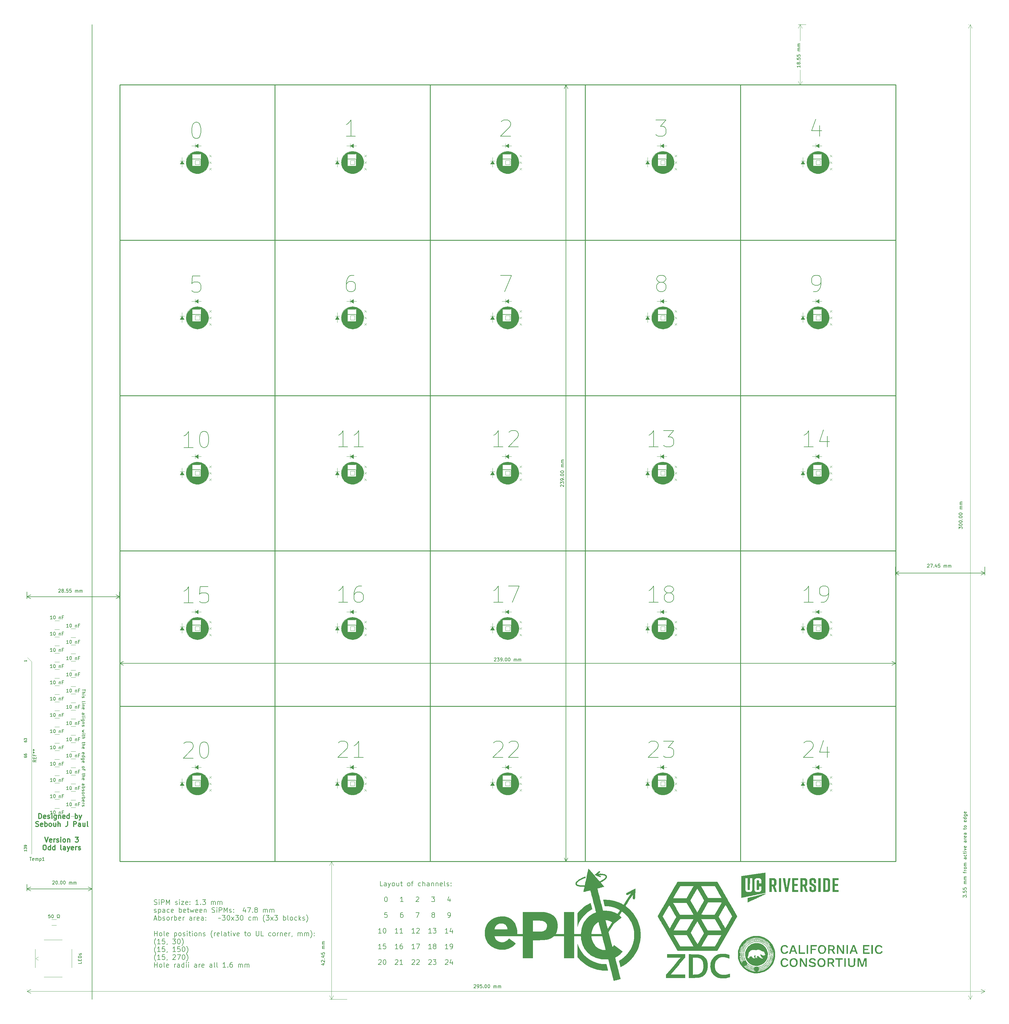
<source format=gbr>
%TF.GenerationSoftware,KiCad,Pcbnew,8.0.2-1*%
%TF.CreationDate,2024-06-03T22:08:22-04:00*%
%TF.ProjectId,Untitled,556e7469-746c-4656-942e-6b696361645f,rev?*%
%TF.SameCoordinates,Original*%
%TF.FileFunction,Legend,Top*%
%TF.FilePolarity,Positive*%
%FSLAX46Y46*%
G04 Gerber Fmt 4.6, Leading zero omitted, Abs format (unit mm)*
G04 Created by KiCad (PCBNEW 8.0.2-1) date 2024-06-03 22:08:22*
%MOMM*%
%LPD*%
G01*
G04 APERTURE LIST*
%ADD10C,0.150000*%
%ADD11C,0.250000*%
%ADD12C,0.300000*%
%ADD13C,0.100000*%
%ADD14C,0.120000*%
%ADD15C,0.000000*%
G04 APERTURE END LIST*
D10*
X332333334Y-196150033D02*
X332380953Y-196102414D01*
X332380953Y-196102414D02*
X332476191Y-196054795D01*
X332476191Y-196054795D02*
X332714286Y-196054795D01*
X332714286Y-196054795D02*
X332809524Y-196102414D01*
X332809524Y-196102414D02*
X332857143Y-196150033D01*
X332857143Y-196150033D02*
X332904762Y-196245271D01*
X332904762Y-196245271D02*
X332904762Y-196340509D01*
X332904762Y-196340509D02*
X332857143Y-196483366D01*
X332857143Y-196483366D02*
X332285715Y-197054795D01*
X332285715Y-197054795D02*
X332904762Y-197054795D01*
X333238096Y-196054795D02*
X333904762Y-196054795D01*
X333904762Y-196054795D02*
X333476191Y-197054795D01*
X334285715Y-196959556D02*
X334333334Y-197007176D01*
X334333334Y-197007176D02*
X334285715Y-197054795D01*
X334285715Y-197054795D02*
X334238096Y-197007176D01*
X334238096Y-197007176D02*
X334285715Y-196959556D01*
X334285715Y-196959556D02*
X334285715Y-197054795D01*
X335190476Y-196388128D02*
X335190476Y-197054795D01*
X334952381Y-196007176D02*
X334714286Y-196721461D01*
X334714286Y-196721461D02*
X335333333Y-196721461D01*
X336190476Y-196054795D02*
X335714286Y-196054795D01*
X335714286Y-196054795D02*
X335666667Y-196530985D01*
X335666667Y-196530985D02*
X335714286Y-196483366D01*
X335714286Y-196483366D02*
X335809524Y-196435747D01*
X335809524Y-196435747D02*
X336047619Y-196435747D01*
X336047619Y-196435747D02*
X336142857Y-196483366D01*
X336142857Y-196483366D02*
X336190476Y-196530985D01*
X336190476Y-196530985D02*
X336238095Y-196626223D01*
X336238095Y-196626223D02*
X336238095Y-196864318D01*
X336238095Y-196864318D02*
X336190476Y-196959556D01*
X336190476Y-196959556D02*
X336142857Y-197007176D01*
X336142857Y-197007176D02*
X336047619Y-197054795D01*
X336047619Y-197054795D02*
X335809524Y-197054795D01*
X335809524Y-197054795D02*
X335714286Y-197007176D01*
X335714286Y-197007176D02*
X335666667Y-196959556D01*
X337428572Y-197054795D02*
X337428572Y-196388128D01*
X337428572Y-196483366D02*
X337476191Y-196435747D01*
X337476191Y-196435747D02*
X337571429Y-196388128D01*
X337571429Y-196388128D02*
X337714286Y-196388128D01*
X337714286Y-196388128D02*
X337809524Y-196435747D01*
X337809524Y-196435747D02*
X337857143Y-196530985D01*
X337857143Y-196530985D02*
X337857143Y-197054795D01*
X337857143Y-196530985D02*
X337904762Y-196435747D01*
X337904762Y-196435747D02*
X338000000Y-196388128D01*
X338000000Y-196388128D02*
X338142857Y-196388128D01*
X338142857Y-196388128D02*
X338238096Y-196435747D01*
X338238096Y-196435747D02*
X338285715Y-196530985D01*
X338285715Y-196530985D02*
X338285715Y-197054795D01*
X338761905Y-197054795D02*
X338761905Y-196388128D01*
X338761905Y-196483366D02*
X338809524Y-196435747D01*
X338809524Y-196435747D02*
X338904762Y-196388128D01*
X338904762Y-196388128D02*
X339047619Y-196388128D01*
X339047619Y-196388128D02*
X339142857Y-196435747D01*
X339142857Y-196435747D02*
X339190476Y-196530985D01*
X339190476Y-196530985D02*
X339190476Y-197054795D01*
X339190476Y-196530985D02*
X339238095Y-196435747D01*
X339238095Y-196435747D02*
X339333333Y-196388128D01*
X339333333Y-196388128D02*
X339476190Y-196388128D01*
X339476190Y-196388128D02*
X339571429Y-196435747D01*
X339571429Y-196435747D02*
X339619048Y-196530985D01*
X339619048Y-196530985D02*
X339619048Y-197054795D01*
X322500000Y-196899976D02*
X322500000Y-199427726D01*
X350000000Y-196899976D02*
X350000000Y-199427726D01*
X322500000Y-198841306D02*
X350000000Y-198841306D01*
X322500000Y-198841306D02*
X350000000Y-198841306D01*
X322500000Y-198841306D02*
X323626504Y-198254885D01*
X322500000Y-198841306D02*
X323626504Y-199427727D01*
X350000000Y-198841306D02*
X348873496Y-199427727D01*
X350000000Y-198841306D02*
X348873496Y-198254885D01*
D11*
X83550000Y-239760000D02*
X322550000Y-239760000D01*
X179150000Y-48560000D02*
X179150000Y-287560000D01*
X83550000Y-144160000D02*
X322550000Y-144160000D01*
X226950000Y-48560000D02*
X226950000Y-287560000D01*
D10*
X75000000Y-30000000D02*
X75000000Y-330000000D01*
D11*
X322550000Y-48560000D02*
X322550000Y-287560000D01*
X274750000Y-48560000D02*
X274750000Y-287560000D01*
X83550000Y-48560000D02*
X83550000Y-287560000D01*
X83550000Y-191960000D02*
X322550000Y-191960000D01*
X83550000Y-287560000D02*
X322550000Y-287560000D01*
X131350000Y-48560000D02*
X131350000Y-287560000D01*
X83550000Y-96360000D02*
X322550000Y-96360000D01*
X83550000Y-48560000D02*
X322550000Y-48560000D01*
D10*
X246540475Y-251041485D02*
X246778571Y-250803390D01*
X246778571Y-250803390D02*
X247254761Y-250565295D01*
X247254761Y-250565295D02*
X248445237Y-250565295D01*
X248445237Y-250565295D02*
X248921428Y-250803390D01*
X248921428Y-250803390D02*
X249159523Y-251041485D01*
X249159523Y-251041485D02*
X249397618Y-251517676D01*
X249397618Y-251517676D02*
X249397618Y-251993866D01*
X249397618Y-251993866D02*
X249159523Y-252708152D01*
X249159523Y-252708152D02*
X246302380Y-255565295D01*
X246302380Y-255565295D02*
X249397618Y-255565295D01*
X251064285Y-250565295D02*
X254159523Y-250565295D01*
X254159523Y-250565295D02*
X252492857Y-252470057D01*
X252492857Y-252470057D02*
X253207142Y-252470057D01*
X253207142Y-252470057D02*
X253683333Y-252708152D01*
X253683333Y-252708152D02*
X253921428Y-252946247D01*
X253921428Y-252946247D02*
X254159523Y-253422438D01*
X254159523Y-253422438D02*
X254159523Y-254612914D01*
X254159523Y-254612914D02*
X253921428Y-255089104D01*
X253921428Y-255089104D02*
X253683333Y-255327200D01*
X253683333Y-255327200D02*
X253207142Y-255565295D01*
X253207142Y-255565295D02*
X251778571Y-255565295D01*
X251778571Y-255565295D02*
X251302380Y-255327200D01*
X251302380Y-255327200D02*
X251064285Y-255089104D01*
X294340475Y-251041485D02*
X294578571Y-250803390D01*
X294578571Y-250803390D02*
X295054761Y-250565295D01*
X295054761Y-250565295D02*
X296245237Y-250565295D01*
X296245237Y-250565295D02*
X296721428Y-250803390D01*
X296721428Y-250803390D02*
X296959523Y-251041485D01*
X296959523Y-251041485D02*
X297197618Y-251517676D01*
X297197618Y-251517676D02*
X297197618Y-251993866D01*
X297197618Y-251993866D02*
X296959523Y-252708152D01*
X296959523Y-252708152D02*
X294102380Y-255565295D01*
X294102380Y-255565295D02*
X297197618Y-255565295D01*
X301483333Y-252231961D02*
X301483333Y-255565295D01*
X300292857Y-250327200D02*
X299102380Y-253898628D01*
X299102380Y-253898628D02*
X302197619Y-253898628D01*
X248683333Y-59365295D02*
X251778571Y-59365295D01*
X251778571Y-59365295D02*
X250111905Y-61270057D01*
X250111905Y-61270057D02*
X250826190Y-61270057D01*
X250826190Y-61270057D02*
X251302381Y-61508152D01*
X251302381Y-61508152D02*
X251540476Y-61746247D01*
X251540476Y-61746247D02*
X251778571Y-62222438D01*
X251778571Y-62222438D02*
X251778571Y-63412914D01*
X251778571Y-63412914D02*
X251540476Y-63889104D01*
X251540476Y-63889104D02*
X251302381Y-64127200D01*
X251302381Y-64127200D02*
X250826190Y-64365295D01*
X250826190Y-64365295D02*
X249397619Y-64365295D01*
X249397619Y-64365295D02*
X248921428Y-64127200D01*
X248921428Y-64127200D02*
X248683333Y-63889104D01*
X164521428Y-295111548D02*
X163807142Y-295111548D01*
X163807142Y-295111548D02*
X163807142Y-293611548D01*
X165664286Y-295111548D02*
X165664286Y-294325834D01*
X165664286Y-294325834D02*
X165592857Y-294182977D01*
X165592857Y-294182977D02*
X165450000Y-294111548D01*
X165450000Y-294111548D02*
X165164286Y-294111548D01*
X165164286Y-294111548D02*
X165021428Y-294182977D01*
X165664286Y-295040120D02*
X165521428Y-295111548D01*
X165521428Y-295111548D02*
X165164286Y-295111548D01*
X165164286Y-295111548D02*
X165021428Y-295040120D01*
X165021428Y-295040120D02*
X164950000Y-294897262D01*
X164950000Y-294897262D02*
X164950000Y-294754405D01*
X164950000Y-294754405D02*
X165021428Y-294611548D01*
X165021428Y-294611548D02*
X165164286Y-294540120D01*
X165164286Y-294540120D02*
X165521428Y-294540120D01*
X165521428Y-294540120D02*
X165664286Y-294468691D01*
X166235714Y-294111548D02*
X166592857Y-295111548D01*
X166950000Y-294111548D02*
X166592857Y-295111548D01*
X166592857Y-295111548D02*
X166450000Y-295468691D01*
X166450000Y-295468691D02*
X166378571Y-295540120D01*
X166378571Y-295540120D02*
X166235714Y-295611548D01*
X167735714Y-295111548D02*
X167592857Y-295040120D01*
X167592857Y-295040120D02*
X167521428Y-294968691D01*
X167521428Y-294968691D02*
X167450000Y-294825834D01*
X167450000Y-294825834D02*
X167450000Y-294397262D01*
X167450000Y-294397262D02*
X167521428Y-294254405D01*
X167521428Y-294254405D02*
X167592857Y-294182977D01*
X167592857Y-294182977D02*
X167735714Y-294111548D01*
X167735714Y-294111548D02*
X167950000Y-294111548D01*
X167950000Y-294111548D02*
X168092857Y-294182977D01*
X168092857Y-294182977D02*
X168164286Y-294254405D01*
X168164286Y-294254405D02*
X168235714Y-294397262D01*
X168235714Y-294397262D02*
X168235714Y-294825834D01*
X168235714Y-294825834D02*
X168164286Y-294968691D01*
X168164286Y-294968691D02*
X168092857Y-295040120D01*
X168092857Y-295040120D02*
X167950000Y-295111548D01*
X167950000Y-295111548D02*
X167735714Y-295111548D01*
X169521429Y-294111548D02*
X169521429Y-295111548D01*
X168878571Y-294111548D02*
X168878571Y-294897262D01*
X168878571Y-294897262D02*
X168950000Y-295040120D01*
X168950000Y-295040120D02*
X169092857Y-295111548D01*
X169092857Y-295111548D02*
X169307143Y-295111548D01*
X169307143Y-295111548D02*
X169450000Y-295040120D01*
X169450000Y-295040120D02*
X169521429Y-294968691D01*
X170021429Y-294111548D02*
X170592857Y-294111548D01*
X170235714Y-293611548D02*
X170235714Y-294897262D01*
X170235714Y-294897262D02*
X170307143Y-295040120D01*
X170307143Y-295040120D02*
X170450000Y-295111548D01*
X170450000Y-295111548D02*
X170592857Y-295111548D01*
X172450000Y-295111548D02*
X172307143Y-295040120D01*
X172307143Y-295040120D02*
X172235714Y-294968691D01*
X172235714Y-294968691D02*
X172164286Y-294825834D01*
X172164286Y-294825834D02*
X172164286Y-294397262D01*
X172164286Y-294397262D02*
X172235714Y-294254405D01*
X172235714Y-294254405D02*
X172307143Y-294182977D01*
X172307143Y-294182977D02*
X172450000Y-294111548D01*
X172450000Y-294111548D02*
X172664286Y-294111548D01*
X172664286Y-294111548D02*
X172807143Y-294182977D01*
X172807143Y-294182977D02*
X172878572Y-294254405D01*
X172878572Y-294254405D02*
X172950000Y-294397262D01*
X172950000Y-294397262D02*
X172950000Y-294825834D01*
X172950000Y-294825834D02*
X172878572Y-294968691D01*
X172878572Y-294968691D02*
X172807143Y-295040120D01*
X172807143Y-295040120D02*
X172664286Y-295111548D01*
X172664286Y-295111548D02*
X172450000Y-295111548D01*
X173378572Y-294111548D02*
X173950000Y-294111548D01*
X173592857Y-295111548D02*
X173592857Y-293825834D01*
X173592857Y-293825834D02*
X173664286Y-293682977D01*
X173664286Y-293682977D02*
X173807143Y-293611548D01*
X173807143Y-293611548D02*
X173950000Y-293611548D01*
X176235715Y-295040120D02*
X176092857Y-295111548D01*
X176092857Y-295111548D02*
X175807143Y-295111548D01*
X175807143Y-295111548D02*
X175664286Y-295040120D01*
X175664286Y-295040120D02*
X175592857Y-294968691D01*
X175592857Y-294968691D02*
X175521429Y-294825834D01*
X175521429Y-294825834D02*
X175521429Y-294397262D01*
X175521429Y-294397262D02*
X175592857Y-294254405D01*
X175592857Y-294254405D02*
X175664286Y-294182977D01*
X175664286Y-294182977D02*
X175807143Y-294111548D01*
X175807143Y-294111548D02*
X176092857Y-294111548D01*
X176092857Y-294111548D02*
X176235715Y-294182977D01*
X176878571Y-295111548D02*
X176878571Y-293611548D01*
X177521429Y-295111548D02*
X177521429Y-294325834D01*
X177521429Y-294325834D02*
X177450000Y-294182977D01*
X177450000Y-294182977D02*
X177307143Y-294111548D01*
X177307143Y-294111548D02*
X177092857Y-294111548D01*
X177092857Y-294111548D02*
X176950000Y-294182977D01*
X176950000Y-294182977D02*
X176878571Y-294254405D01*
X178878572Y-295111548D02*
X178878572Y-294325834D01*
X178878572Y-294325834D02*
X178807143Y-294182977D01*
X178807143Y-294182977D02*
X178664286Y-294111548D01*
X178664286Y-294111548D02*
X178378572Y-294111548D01*
X178378572Y-294111548D02*
X178235714Y-294182977D01*
X178878572Y-295040120D02*
X178735714Y-295111548D01*
X178735714Y-295111548D02*
X178378572Y-295111548D01*
X178378572Y-295111548D02*
X178235714Y-295040120D01*
X178235714Y-295040120D02*
X178164286Y-294897262D01*
X178164286Y-294897262D02*
X178164286Y-294754405D01*
X178164286Y-294754405D02*
X178235714Y-294611548D01*
X178235714Y-294611548D02*
X178378572Y-294540120D01*
X178378572Y-294540120D02*
X178735714Y-294540120D01*
X178735714Y-294540120D02*
X178878572Y-294468691D01*
X179592857Y-294111548D02*
X179592857Y-295111548D01*
X179592857Y-294254405D02*
X179664286Y-294182977D01*
X179664286Y-294182977D02*
X179807143Y-294111548D01*
X179807143Y-294111548D02*
X180021429Y-294111548D01*
X180021429Y-294111548D02*
X180164286Y-294182977D01*
X180164286Y-294182977D02*
X180235715Y-294325834D01*
X180235715Y-294325834D02*
X180235715Y-295111548D01*
X180950000Y-294111548D02*
X180950000Y-295111548D01*
X180950000Y-294254405D02*
X181021429Y-294182977D01*
X181021429Y-294182977D02*
X181164286Y-294111548D01*
X181164286Y-294111548D02*
X181378572Y-294111548D01*
X181378572Y-294111548D02*
X181521429Y-294182977D01*
X181521429Y-294182977D02*
X181592858Y-294325834D01*
X181592858Y-294325834D02*
X181592858Y-295111548D01*
X182878572Y-295040120D02*
X182735715Y-295111548D01*
X182735715Y-295111548D02*
X182450001Y-295111548D01*
X182450001Y-295111548D02*
X182307143Y-295040120D01*
X182307143Y-295040120D02*
X182235715Y-294897262D01*
X182235715Y-294897262D02*
X182235715Y-294325834D01*
X182235715Y-294325834D02*
X182307143Y-294182977D01*
X182307143Y-294182977D02*
X182450001Y-294111548D01*
X182450001Y-294111548D02*
X182735715Y-294111548D01*
X182735715Y-294111548D02*
X182878572Y-294182977D01*
X182878572Y-294182977D02*
X182950001Y-294325834D01*
X182950001Y-294325834D02*
X182950001Y-294468691D01*
X182950001Y-294468691D02*
X182235715Y-294611548D01*
X183807143Y-295111548D02*
X183664286Y-295040120D01*
X183664286Y-295040120D02*
X183592857Y-294897262D01*
X183592857Y-294897262D02*
X183592857Y-293611548D01*
X184307143Y-295040120D02*
X184450000Y-295111548D01*
X184450000Y-295111548D02*
X184735714Y-295111548D01*
X184735714Y-295111548D02*
X184878571Y-295040120D01*
X184878571Y-295040120D02*
X184950000Y-294897262D01*
X184950000Y-294897262D02*
X184950000Y-294825834D01*
X184950000Y-294825834D02*
X184878571Y-294682977D01*
X184878571Y-294682977D02*
X184735714Y-294611548D01*
X184735714Y-294611548D02*
X184521429Y-294611548D01*
X184521429Y-294611548D02*
X184378571Y-294540120D01*
X184378571Y-294540120D02*
X184307143Y-294397262D01*
X184307143Y-294397262D02*
X184307143Y-294325834D01*
X184307143Y-294325834D02*
X184378571Y-294182977D01*
X184378571Y-294182977D02*
X184521429Y-294111548D01*
X184521429Y-294111548D02*
X184735714Y-294111548D01*
X184735714Y-294111548D02*
X184878571Y-294182977D01*
X185592857Y-294968691D02*
X185664286Y-295040120D01*
X185664286Y-295040120D02*
X185592857Y-295111548D01*
X185592857Y-295111548D02*
X185521429Y-295040120D01*
X185521429Y-295040120D02*
X185592857Y-294968691D01*
X185592857Y-294968691D02*
X185592857Y-295111548D01*
X185592857Y-294182977D02*
X185664286Y-294254405D01*
X185664286Y-294254405D02*
X185592857Y-294325834D01*
X185592857Y-294325834D02*
X185521429Y-294254405D01*
X185521429Y-294254405D02*
X185592857Y-294182977D01*
X185592857Y-294182977D02*
X185592857Y-294325834D01*
X165485716Y-298441380D02*
X165628573Y-298441380D01*
X165628573Y-298441380D02*
X165771430Y-298512809D01*
X165771430Y-298512809D02*
X165842859Y-298584237D01*
X165842859Y-298584237D02*
X165914287Y-298727094D01*
X165914287Y-298727094D02*
X165985716Y-299012809D01*
X165985716Y-299012809D02*
X165985716Y-299369952D01*
X165985716Y-299369952D02*
X165914287Y-299655666D01*
X165914287Y-299655666D02*
X165842859Y-299798523D01*
X165842859Y-299798523D02*
X165771430Y-299869952D01*
X165771430Y-299869952D02*
X165628573Y-299941380D01*
X165628573Y-299941380D02*
X165485716Y-299941380D01*
X165485716Y-299941380D02*
X165342859Y-299869952D01*
X165342859Y-299869952D02*
X165271430Y-299798523D01*
X165271430Y-299798523D02*
X165200001Y-299655666D01*
X165200001Y-299655666D02*
X165128573Y-299369952D01*
X165128573Y-299369952D02*
X165128573Y-299012809D01*
X165128573Y-299012809D02*
X165200001Y-298727094D01*
X165200001Y-298727094D02*
X165271430Y-298584237D01*
X165271430Y-298584237D02*
X165342859Y-298512809D01*
X165342859Y-298512809D02*
X165485716Y-298441380D01*
X170842858Y-299941380D02*
X169985715Y-299941380D01*
X170414286Y-299941380D02*
X170414286Y-298441380D01*
X170414286Y-298441380D02*
X170271429Y-298655666D01*
X170271429Y-298655666D02*
X170128572Y-298798523D01*
X170128572Y-298798523D02*
X169985715Y-298869952D01*
X174842857Y-298584237D02*
X174914285Y-298512809D01*
X174914285Y-298512809D02*
X175057143Y-298441380D01*
X175057143Y-298441380D02*
X175414285Y-298441380D01*
X175414285Y-298441380D02*
X175557143Y-298512809D01*
X175557143Y-298512809D02*
X175628571Y-298584237D01*
X175628571Y-298584237D02*
X175700000Y-298727094D01*
X175700000Y-298727094D02*
X175700000Y-298869952D01*
X175700000Y-298869952D02*
X175628571Y-299084237D01*
X175628571Y-299084237D02*
X174771428Y-299941380D01*
X174771428Y-299941380D02*
X175700000Y-299941380D01*
X179628570Y-298441380D02*
X180557142Y-298441380D01*
X180557142Y-298441380D02*
X180057142Y-299012809D01*
X180057142Y-299012809D02*
X180271427Y-299012809D01*
X180271427Y-299012809D02*
X180414285Y-299084237D01*
X180414285Y-299084237D02*
X180485713Y-299155666D01*
X180485713Y-299155666D02*
X180557142Y-299298523D01*
X180557142Y-299298523D02*
X180557142Y-299655666D01*
X180557142Y-299655666D02*
X180485713Y-299798523D01*
X180485713Y-299798523D02*
X180414285Y-299869952D01*
X180414285Y-299869952D02*
X180271427Y-299941380D01*
X180271427Y-299941380D02*
X179842856Y-299941380D01*
X179842856Y-299941380D02*
X179699999Y-299869952D01*
X179699999Y-299869952D02*
X179628570Y-299798523D01*
X185271427Y-298941380D02*
X185271427Y-299941380D01*
X184914284Y-298369952D02*
X184557141Y-299441380D01*
X184557141Y-299441380D02*
X185485712Y-299441380D01*
X165914287Y-303271212D02*
X165200001Y-303271212D01*
X165200001Y-303271212D02*
X165128573Y-303985498D01*
X165128573Y-303985498D02*
X165200001Y-303914069D01*
X165200001Y-303914069D02*
X165342859Y-303842641D01*
X165342859Y-303842641D02*
X165700001Y-303842641D01*
X165700001Y-303842641D02*
X165842859Y-303914069D01*
X165842859Y-303914069D02*
X165914287Y-303985498D01*
X165914287Y-303985498D02*
X165985716Y-304128355D01*
X165985716Y-304128355D02*
X165985716Y-304485498D01*
X165985716Y-304485498D02*
X165914287Y-304628355D01*
X165914287Y-304628355D02*
X165842859Y-304699784D01*
X165842859Y-304699784D02*
X165700001Y-304771212D01*
X165700001Y-304771212D02*
X165342859Y-304771212D01*
X165342859Y-304771212D02*
X165200001Y-304699784D01*
X165200001Y-304699784D02*
X165128573Y-304628355D01*
X170700001Y-303271212D02*
X170414286Y-303271212D01*
X170414286Y-303271212D02*
X170271429Y-303342641D01*
X170271429Y-303342641D02*
X170200001Y-303414069D01*
X170200001Y-303414069D02*
X170057143Y-303628355D01*
X170057143Y-303628355D02*
X169985715Y-303914069D01*
X169985715Y-303914069D02*
X169985715Y-304485498D01*
X169985715Y-304485498D02*
X170057143Y-304628355D01*
X170057143Y-304628355D02*
X170128572Y-304699784D01*
X170128572Y-304699784D02*
X170271429Y-304771212D01*
X170271429Y-304771212D02*
X170557143Y-304771212D01*
X170557143Y-304771212D02*
X170700001Y-304699784D01*
X170700001Y-304699784D02*
X170771429Y-304628355D01*
X170771429Y-304628355D02*
X170842858Y-304485498D01*
X170842858Y-304485498D02*
X170842858Y-304128355D01*
X170842858Y-304128355D02*
X170771429Y-303985498D01*
X170771429Y-303985498D02*
X170700001Y-303914069D01*
X170700001Y-303914069D02*
X170557143Y-303842641D01*
X170557143Y-303842641D02*
X170271429Y-303842641D01*
X170271429Y-303842641D02*
X170128572Y-303914069D01*
X170128572Y-303914069D02*
X170057143Y-303985498D01*
X170057143Y-303985498D02*
X169985715Y-304128355D01*
X174771428Y-303271212D02*
X175771428Y-303271212D01*
X175771428Y-303271212D02*
X175128571Y-304771212D01*
X179985713Y-303914069D02*
X179842856Y-303842641D01*
X179842856Y-303842641D02*
X179771427Y-303771212D01*
X179771427Y-303771212D02*
X179699999Y-303628355D01*
X179699999Y-303628355D02*
X179699999Y-303556926D01*
X179699999Y-303556926D02*
X179771427Y-303414069D01*
X179771427Y-303414069D02*
X179842856Y-303342641D01*
X179842856Y-303342641D02*
X179985713Y-303271212D01*
X179985713Y-303271212D02*
X180271427Y-303271212D01*
X180271427Y-303271212D02*
X180414285Y-303342641D01*
X180414285Y-303342641D02*
X180485713Y-303414069D01*
X180485713Y-303414069D02*
X180557142Y-303556926D01*
X180557142Y-303556926D02*
X180557142Y-303628355D01*
X180557142Y-303628355D02*
X180485713Y-303771212D01*
X180485713Y-303771212D02*
X180414285Y-303842641D01*
X180414285Y-303842641D02*
X180271427Y-303914069D01*
X180271427Y-303914069D02*
X179985713Y-303914069D01*
X179985713Y-303914069D02*
X179842856Y-303985498D01*
X179842856Y-303985498D02*
X179771427Y-304056926D01*
X179771427Y-304056926D02*
X179699999Y-304199784D01*
X179699999Y-304199784D02*
X179699999Y-304485498D01*
X179699999Y-304485498D02*
X179771427Y-304628355D01*
X179771427Y-304628355D02*
X179842856Y-304699784D01*
X179842856Y-304699784D02*
X179985713Y-304771212D01*
X179985713Y-304771212D02*
X180271427Y-304771212D01*
X180271427Y-304771212D02*
X180414285Y-304699784D01*
X180414285Y-304699784D02*
X180485713Y-304628355D01*
X180485713Y-304628355D02*
X180557142Y-304485498D01*
X180557142Y-304485498D02*
X180557142Y-304199784D01*
X180557142Y-304199784D02*
X180485713Y-304056926D01*
X180485713Y-304056926D02*
X180414285Y-303985498D01*
X180414285Y-303985498D02*
X180271427Y-303914069D01*
X184699998Y-304771212D02*
X184985712Y-304771212D01*
X184985712Y-304771212D02*
X185128569Y-304699784D01*
X185128569Y-304699784D02*
X185199998Y-304628355D01*
X185199998Y-304628355D02*
X185342855Y-304414069D01*
X185342855Y-304414069D02*
X185414284Y-304128355D01*
X185414284Y-304128355D02*
X185414284Y-303556926D01*
X185414284Y-303556926D02*
X185342855Y-303414069D01*
X185342855Y-303414069D02*
X185271427Y-303342641D01*
X185271427Y-303342641D02*
X185128569Y-303271212D01*
X185128569Y-303271212D02*
X184842855Y-303271212D01*
X184842855Y-303271212D02*
X184699998Y-303342641D01*
X184699998Y-303342641D02*
X184628569Y-303414069D01*
X184628569Y-303414069D02*
X184557141Y-303556926D01*
X184557141Y-303556926D02*
X184557141Y-303914069D01*
X184557141Y-303914069D02*
X184628569Y-304056926D01*
X184628569Y-304056926D02*
X184699998Y-304128355D01*
X184699998Y-304128355D02*
X184842855Y-304199784D01*
X184842855Y-304199784D02*
X185128569Y-304199784D01*
X185128569Y-304199784D02*
X185271427Y-304128355D01*
X185271427Y-304128355D02*
X185342855Y-304056926D01*
X185342855Y-304056926D02*
X185414284Y-303914069D01*
X164128574Y-309601044D02*
X163271431Y-309601044D01*
X163700002Y-309601044D02*
X163700002Y-308101044D01*
X163700002Y-308101044D02*
X163557145Y-308315330D01*
X163557145Y-308315330D02*
X163414288Y-308458187D01*
X163414288Y-308458187D02*
X163271431Y-308529616D01*
X165057145Y-308101044D02*
X165200002Y-308101044D01*
X165200002Y-308101044D02*
X165342859Y-308172473D01*
X165342859Y-308172473D02*
X165414288Y-308243901D01*
X165414288Y-308243901D02*
X165485716Y-308386758D01*
X165485716Y-308386758D02*
X165557145Y-308672473D01*
X165557145Y-308672473D02*
X165557145Y-309029616D01*
X165557145Y-309029616D02*
X165485716Y-309315330D01*
X165485716Y-309315330D02*
X165414288Y-309458187D01*
X165414288Y-309458187D02*
X165342859Y-309529616D01*
X165342859Y-309529616D02*
X165200002Y-309601044D01*
X165200002Y-309601044D02*
X165057145Y-309601044D01*
X165057145Y-309601044D02*
X164914288Y-309529616D01*
X164914288Y-309529616D02*
X164842859Y-309458187D01*
X164842859Y-309458187D02*
X164771430Y-309315330D01*
X164771430Y-309315330D02*
X164700002Y-309029616D01*
X164700002Y-309029616D02*
X164700002Y-308672473D01*
X164700002Y-308672473D02*
X164771430Y-308386758D01*
X164771430Y-308386758D02*
X164842859Y-308243901D01*
X164842859Y-308243901D02*
X164914288Y-308172473D01*
X164914288Y-308172473D02*
X165057145Y-308101044D01*
X169271430Y-309601044D02*
X168414287Y-309601044D01*
X168842858Y-309601044D02*
X168842858Y-308101044D01*
X168842858Y-308101044D02*
X168700001Y-308315330D01*
X168700001Y-308315330D02*
X168557144Y-308458187D01*
X168557144Y-308458187D02*
X168414287Y-308529616D01*
X170700001Y-309601044D02*
X169842858Y-309601044D01*
X170271429Y-309601044D02*
X170271429Y-308101044D01*
X170271429Y-308101044D02*
X170128572Y-308315330D01*
X170128572Y-308315330D02*
X169985715Y-308458187D01*
X169985715Y-308458187D02*
X169842858Y-308529616D01*
X174414286Y-309601044D02*
X173557143Y-309601044D01*
X173985714Y-309601044D02*
X173985714Y-308101044D01*
X173985714Y-308101044D02*
X173842857Y-308315330D01*
X173842857Y-308315330D02*
X173700000Y-308458187D01*
X173700000Y-308458187D02*
X173557143Y-308529616D01*
X174985714Y-308243901D02*
X175057142Y-308172473D01*
X175057142Y-308172473D02*
X175200000Y-308101044D01*
X175200000Y-308101044D02*
X175557142Y-308101044D01*
X175557142Y-308101044D02*
X175700000Y-308172473D01*
X175700000Y-308172473D02*
X175771428Y-308243901D01*
X175771428Y-308243901D02*
X175842857Y-308386758D01*
X175842857Y-308386758D02*
X175842857Y-308529616D01*
X175842857Y-308529616D02*
X175771428Y-308743901D01*
X175771428Y-308743901D02*
X174914285Y-309601044D01*
X174914285Y-309601044D02*
X175842857Y-309601044D01*
X179557142Y-309601044D02*
X178699999Y-309601044D01*
X179128570Y-309601044D02*
X179128570Y-308101044D01*
X179128570Y-308101044D02*
X178985713Y-308315330D01*
X178985713Y-308315330D02*
X178842856Y-308458187D01*
X178842856Y-308458187D02*
X178699999Y-308529616D01*
X180057141Y-308101044D02*
X180985713Y-308101044D01*
X180985713Y-308101044D02*
X180485713Y-308672473D01*
X180485713Y-308672473D02*
X180699998Y-308672473D01*
X180699998Y-308672473D02*
X180842856Y-308743901D01*
X180842856Y-308743901D02*
X180914284Y-308815330D01*
X180914284Y-308815330D02*
X180985713Y-308958187D01*
X180985713Y-308958187D02*
X180985713Y-309315330D01*
X180985713Y-309315330D02*
X180914284Y-309458187D01*
X180914284Y-309458187D02*
X180842856Y-309529616D01*
X180842856Y-309529616D02*
X180699998Y-309601044D01*
X180699998Y-309601044D02*
X180271427Y-309601044D01*
X180271427Y-309601044D02*
X180128570Y-309529616D01*
X180128570Y-309529616D02*
X180057141Y-309458187D01*
X184699998Y-309601044D02*
X183842855Y-309601044D01*
X184271426Y-309601044D02*
X184271426Y-308101044D01*
X184271426Y-308101044D02*
X184128569Y-308315330D01*
X184128569Y-308315330D02*
X183985712Y-308458187D01*
X183985712Y-308458187D02*
X183842855Y-308529616D01*
X185985712Y-308601044D02*
X185985712Y-309601044D01*
X185628569Y-308029616D02*
X185271426Y-309101044D01*
X185271426Y-309101044D02*
X186199997Y-309101044D01*
X164128574Y-314430876D02*
X163271431Y-314430876D01*
X163700002Y-314430876D02*
X163700002Y-312930876D01*
X163700002Y-312930876D02*
X163557145Y-313145162D01*
X163557145Y-313145162D02*
X163414288Y-313288019D01*
X163414288Y-313288019D02*
X163271431Y-313359448D01*
X165485716Y-312930876D02*
X164771430Y-312930876D01*
X164771430Y-312930876D02*
X164700002Y-313645162D01*
X164700002Y-313645162D02*
X164771430Y-313573733D01*
X164771430Y-313573733D02*
X164914288Y-313502305D01*
X164914288Y-313502305D02*
X165271430Y-313502305D01*
X165271430Y-313502305D02*
X165414288Y-313573733D01*
X165414288Y-313573733D02*
X165485716Y-313645162D01*
X165485716Y-313645162D02*
X165557145Y-313788019D01*
X165557145Y-313788019D02*
X165557145Y-314145162D01*
X165557145Y-314145162D02*
X165485716Y-314288019D01*
X165485716Y-314288019D02*
X165414288Y-314359448D01*
X165414288Y-314359448D02*
X165271430Y-314430876D01*
X165271430Y-314430876D02*
X164914288Y-314430876D01*
X164914288Y-314430876D02*
X164771430Y-314359448D01*
X164771430Y-314359448D02*
X164700002Y-314288019D01*
X169271430Y-314430876D02*
X168414287Y-314430876D01*
X168842858Y-314430876D02*
X168842858Y-312930876D01*
X168842858Y-312930876D02*
X168700001Y-313145162D01*
X168700001Y-313145162D02*
X168557144Y-313288019D01*
X168557144Y-313288019D02*
X168414287Y-313359448D01*
X170557144Y-312930876D02*
X170271429Y-312930876D01*
X170271429Y-312930876D02*
X170128572Y-313002305D01*
X170128572Y-313002305D02*
X170057144Y-313073733D01*
X170057144Y-313073733D02*
X169914286Y-313288019D01*
X169914286Y-313288019D02*
X169842858Y-313573733D01*
X169842858Y-313573733D02*
X169842858Y-314145162D01*
X169842858Y-314145162D02*
X169914286Y-314288019D01*
X169914286Y-314288019D02*
X169985715Y-314359448D01*
X169985715Y-314359448D02*
X170128572Y-314430876D01*
X170128572Y-314430876D02*
X170414286Y-314430876D01*
X170414286Y-314430876D02*
X170557144Y-314359448D01*
X170557144Y-314359448D02*
X170628572Y-314288019D01*
X170628572Y-314288019D02*
X170700001Y-314145162D01*
X170700001Y-314145162D02*
X170700001Y-313788019D01*
X170700001Y-313788019D02*
X170628572Y-313645162D01*
X170628572Y-313645162D02*
X170557144Y-313573733D01*
X170557144Y-313573733D02*
X170414286Y-313502305D01*
X170414286Y-313502305D02*
X170128572Y-313502305D01*
X170128572Y-313502305D02*
X169985715Y-313573733D01*
X169985715Y-313573733D02*
X169914286Y-313645162D01*
X169914286Y-313645162D02*
X169842858Y-313788019D01*
X174414286Y-314430876D02*
X173557143Y-314430876D01*
X173985714Y-314430876D02*
X173985714Y-312930876D01*
X173985714Y-312930876D02*
X173842857Y-313145162D01*
X173842857Y-313145162D02*
X173700000Y-313288019D01*
X173700000Y-313288019D02*
X173557143Y-313359448D01*
X174914285Y-312930876D02*
X175914285Y-312930876D01*
X175914285Y-312930876D02*
X175271428Y-314430876D01*
X179557142Y-314430876D02*
X178699999Y-314430876D01*
X179128570Y-314430876D02*
X179128570Y-312930876D01*
X179128570Y-312930876D02*
X178985713Y-313145162D01*
X178985713Y-313145162D02*
X178842856Y-313288019D01*
X178842856Y-313288019D02*
X178699999Y-313359448D01*
X180414284Y-313573733D02*
X180271427Y-313502305D01*
X180271427Y-313502305D02*
X180199998Y-313430876D01*
X180199998Y-313430876D02*
X180128570Y-313288019D01*
X180128570Y-313288019D02*
X180128570Y-313216590D01*
X180128570Y-313216590D02*
X180199998Y-313073733D01*
X180199998Y-313073733D02*
X180271427Y-313002305D01*
X180271427Y-313002305D02*
X180414284Y-312930876D01*
X180414284Y-312930876D02*
X180699998Y-312930876D01*
X180699998Y-312930876D02*
X180842856Y-313002305D01*
X180842856Y-313002305D02*
X180914284Y-313073733D01*
X180914284Y-313073733D02*
X180985713Y-313216590D01*
X180985713Y-313216590D02*
X180985713Y-313288019D01*
X180985713Y-313288019D02*
X180914284Y-313430876D01*
X180914284Y-313430876D02*
X180842856Y-313502305D01*
X180842856Y-313502305D02*
X180699998Y-313573733D01*
X180699998Y-313573733D02*
X180414284Y-313573733D01*
X180414284Y-313573733D02*
X180271427Y-313645162D01*
X180271427Y-313645162D02*
X180199998Y-313716590D01*
X180199998Y-313716590D02*
X180128570Y-313859448D01*
X180128570Y-313859448D02*
X180128570Y-314145162D01*
X180128570Y-314145162D02*
X180199998Y-314288019D01*
X180199998Y-314288019D02*
X180271427Y-314359448D01*
X180271427Y-314359448D02*
X180414284Y-314430876D01*
X180414284Y-314430876D02*
X180699998Y-314430876D01*
X180699998Y-314430876D02*
X180842856Y-314359448D01*
X180842856Y-314359448D02*
X180914284Y-314288019D01*
X180914284Y-314288019D02*
X180985713Y-314145162D01*
X180985713Y-314145162D02*
X180985713Y-313859448D01*
X180985713Y-313859448D02*
X180914284Y-313716590D01*
X180914284Y-313716590D02*
X180842856Y-313645162D01*
X180842856Y-313645162D02*
X180699998Y-313573733D01*
X184699998Y-314430876D02*
X183842855Y-314430876D01*
X184271426Y-314430876D02*
X184271426Y-312930876D01*
X184271426Y-312930876D02*
X184128569Y-313145162D01*
X184128569Y-313145162D02*
X183985712Y-313288019D01*
X183985712Y-313288019D02*
X183842855Y-313359448D01*
X185414283Y-314430876D02*
X185699997Y-314430876D01*
X185699997Y-314430876D02*
X185842854Y-314359448D01*
X185842854Y-314359448D02*
X185914283Y-314288019D01*
X185914283Y-314288019D02*
X186057140Y-314073733D01*
X186057140Y-314073733D02*
X186128569Y-313788019D01*
X186128569Y-313788019D02*
X186128569Y-313216590D01*
X186128569Y-313216590D02*
X186057140Y-313073733D01*
X186057140Y-313073733D02*
X185985712Y-313002305D01*
X185985712Y-313002305D02*
X185842854Y-312930876D01*
X185842854Y-312930876D02*
X185557140Y-312930876D01*
X185557140Y-312930876D02*
X185414283Y-313002305D01*
X185414283Y-313002305D02*
X185342854Y-313073733D01*
X185342854Y-313073733D02*
X185271426Y-313216590D01*
X185271426Y-313216590D02*
X185271426Y-313573733D01*
X185271426Y-313573733D02*
X185342854Y-313716590D01*
X185342854Y-313716590D02*
X185414283Y-313788019D01*
X185414283Y-313788019D02*
X185557140Y-313859448D01*
X185557140Y-313859448D02*
X185842854Y-313859448D01*
X185842854Y-313859448D02*
X185985712Y-313788019D01*
X185985712Y-313788019D02*
X186057140Y-313716590D01*
X186057140Y-313716590D02*
X186128569Y-313573733D01*
X163271431Y-317903565D02*
X163342859Y-317832137D01*
X163342859Y-317832137D02*
X163485717Y-317760708D01*
X163485717Y-317760708D02*
X163842859Y-317760708D01*
X163842859Y-317760708D02*
X163985717Y-317832137D01*
X163985717Y-317832137D02*
X164057145Y-317903565D01*
X164057145Y-317903565D02*
X164128574Y-318046422D01*
X164128574Y-318046422D02*
X164128574Y-318189280D01*
X164128574Y-318189280D02*
X164057145Y-318403565D01*
X164057145Y-318403565D02*
X163200002Y-319260708D01*
X163200002Y-319260708D02*
X164128574Y-319260708D01*
X165057145Y-317760708D02*
X165200002Y-317760708D01*
X165200002Y-317760708D02*
X165342859Y-317832137D01*
X165342859Y-317832137D02*
X165414288Y-317903565D01*
X165414288Y-317903565D02*
X165485716Y-318046422D01*
X165485716Y-318046422D02*
X165557145Y-318332137D01*
X165557145Y-318332137D02*
X165557145Y-318689280D01*
X165557145Y-318689280D02*
X165485716Y-318974994D01*
X165485716Y-318974994D02*
X165414288Y-319117851D01*
X165414288Y-319117851D02*
X165342859Y-319189280D01*
X165342859Y-319189280D02*
X165200002Y-319260708D01*
X165200002Y-319260708D02*
X165057145Y-319260708D01*
X165057145Y-319260708D02*
X164914288Y-319189280D01*
X164914288Y-319189280D02*
X164842859Y-319117851D01*
X164842859Y-319117851D02*
X164771430Y-318974994D01*
X164771430Y-318974994D02*
X164700002Y-318689280D01*
X164700002Y-318689280D02*
X164700002Y-318332137D01*
X164700002Y-318332137D02*
X164771430Y-318046422D01*
X164771430Y-318046422D02*
X164842859Y-317903565D01*
X164842859Y-317903565D02*
X164914288Y-317832137D01*
X164914288Y-317832137D02*
X165057145Y-317760708D01*
X168414287Y-317903565D02*
X168485715Y-317832137D01*
X168485715Y-317832137D02*
X168628573Y-317760708D01*
X168628573Y-317760708D02*
X168985715Y-317760708D01*
X168985715Y-317760708D02*
X169128573Y-317832137D01*
X169128573Y-317832137D02*
X169200001Y-317903565D01*
X169200001Y-317903565D02*
X169271430Y-318046422D01*
X169271430Y-318046422D02*
X169271430Y-318189280D01*
X169271430Y-318189280D02*
X169200001Y-318403565D01*
X169200001Y-318403565D02*
X168342858Y-319260708D01*
X168342858Y-319260708D02*
X169271430Y-319260708D01*
X170700001Y-319260708D02*
X169842858Y-319260708D01*
X170271429Y-319260708D02*
X170271429Y-317760708D01*
X170271429Y-317760708D02*
X170128572Y-317974994D01*
X170128572Y-317974994D02*
X169985715Y-318117851D01*
X169985715Y-318117851D02*
X169842858Y-318189280D01*
X173557143Y-317903565D02*
X173628571Y-317832137D01*
X173628571Y-317832137D02*
X173771429Y-317760708D01*
X173771429Y-317760708D02*
X174128571Y-317760708D01*
X174128571Y-317760708D02*
X174271429Y-317832137D01*
X174271429Y-317832137D02*
X174342857Y-317903565D01*
X174342857Y-317903565D02*
X174414286Y-318046422D01*
X174414286Y-318046422D02*
X174414286Y-318189280D01*
X174414286Y-318189280D02*
X174342857Y-318403565D01*
X174342857Y-318403565D02*
X173485714Y-319260708D01*
X173485714Y-319260708D02*
X174414286Y-319260708D01*
X174985714Y-317903565D02*
X175057142Y-317832137D01*
X175057142Y-317832137D02*
X175200000Y-317760708D01*
X175200000Y-317760708D02*
X175557142Y-317760708D01*
X175557142Y-317760708D02*
X175700000Y-317832137D01*
X175700000Y-317832137D02*
X175771428Y-317903565D01*
X175771428Y-317903565D02*
X175842857Y-318046422D01*
X175842857Y-318046422D02*
X175842857Y-318189280D01*
X175842857Y-318189280D02*
X175771428Y-318403565D01*
X175771428Y-318403565D02*
X174914285Y-319260708D01*
X174914285Y-319260708D02*
X175842857Y-319260708D01*
X178699999Y-317903565D02*
X178771427Y-317832137D01*
X178771427Y-317832137D02*
X178914285Y-317760708D01*
X178914285Y-317760708D02*
X179271427Y-317760708D01*
X179271427Y-317760708D02*
X179414285Y-317832137D01*
X179414285Y-317832137D02*
X179485713Y-317903565D01*
X179485713Y-317903565D02*
X179557142Y-318046422D01*
X179557142Y-318046422D02*
X179557142Y-318189280D01*
X179557142Y-318189280D02*
X179485713Y-318403565D01*
X179485713Y-318403565D02*
X178628570Y-319260708D01*
X178628570Y-319260708D02*
X179557142Y-319260708D01*
X180057141Y-317760708D02*
X180985713Y-317760708D01*
X180985713Y-317760708D02*
X180485713Y-318332137D01*
X180485713Y-318332137D02*
X180699998Y-318332137D01*
X180699998Y-318332137D02*
X180842856Y-318403565D01*
X180842856Y-318403565D02*
X180914284Y-318474994D01*
X180914284Y-318474994D02*
X180985713Y-318617851D01*
X180985713Y-318617851D02*
X180985713Y-318974994D01*
X180985713Y-318974994D02*
X180914284Y-319117851D01*
X180914284Y-319117851D02*
X180842856Y-319189280D01*
X180842856Y-319189280D02*
X180699998Y-319260708D01*
X180699998Y-319260708D02*
X180271427Y-319260708D01*
X180271427Y-319260708D02*
X180128570Y-319189280D01*
X180128570Y-319189280D02*
X180057141Y-319117851D01*
X183842855Y-317903565D02*
X183914283Y-317832137D01*
X183914283Y-317832137D02*
X184057141Y-317760708D01*
X184057141Y-317760708D02*
X184414283Y-317760708D01*
X184414283Y-317760708D02*
X184557141Y-317832137D01*
X184557141Y-317832137D02*
X184628569Y-317903565D01*
X184628569Y-317903565D02*
X184699998Y-318046422D01*
X184699998Y-318046422D02*
X184699998Y-318189280D01*
X184699998Y-318189280D02*
X184628569Y-318403565D01*
X184628569Y-318403565D02*
X183771426Y-319260708D01*
X183771426Y-319260708D02*
X184699998Y-319260708D01*
X185985712Y-318260708D02*
X185985712Y-319260708D01*
X185628569Y-317689280D02*
X185271426Y-318760708D01*
X185271426Y-318760708D02*
X186199997Y-318760708D01*
X249397618Y-207765295D02*
X246540475Y-207765295D01*
X247969047Y-207765295D02*
X247969047Y-202765295D01*
X247969047Y-202765295D02*
X247492856Y-203479580D01*
X247492856Y-203479580D02*
X247016666Y-203955771D01*
X247016666Y-203955771D02*
X246540475Y-204193866D01*
X252254761Y-204908152D02*
X251778571Y-204670057D01*
X251778571Y-204670057D02*
X251540476Y-204431961D01*
X251540476Y-204431961D02*
X251302380Y-203955771D01*
X251302380Y-203955771D02*
X251302380Y-203717676D01*
X251302380Y-203717676D02*
X251540476Y-203241485D01*
X251540476Y-203241485D02*
X251778571Y-203003390D01*
X251778571Y-203003390D02*
X252254761Y-202765295D01*
X252254761Y-202765295D02*
X253207142Y-202765295D01*
X253207142Y-202765295D02*
X253683333Y-203003390D01*
X253683333Y-203003390D02*
X253921428Y-203241485D01*
X253921428Y-203241485D02*
X254159523Y-203717676D01*
X254159523Y-203717676D02*
X254159523Y-203955771D01*
X254159523Y-203955771D02*
X253921428Y-204431961D01*
X253921428Y-204431961D02*
X253683333Y-204670057D01*
X253683333Y-204670057D02*
X253207142Y-204908152D01*
X253207142Y-204908152D02*
X252254761Y-204908152D01*
X252254761Y-204908152D02*
X251778571Y-205146247D01*
X251778571Y-205146247D02*
X251540476Y-205384342D01*
X251540476Y-205384342D02*
X251302380Y-205860533D01*
X251302380Y-205860533D02*
X251302380Y-206812914D01*
X251302380Y-206812914D02*
X251540476Y-207289104D01*
X251540476Y-207289104D02*
X251778571Y-207527200D01*
X251778571Y-207527200D02*
X252254761Y-207765295D01*
X252254761Y-207765295D02*
X253207142Y-207765295D01*
X253207142Y-207765295D02*
X253683333Y-207527200D01*
X253683333Y-207527200D02*
X253921428Y-207289104D01*
X253921428Y-207289104D02*
X254159523Y-206812914D01*
X254159523Y-206812914D02*
X254159523Y-205860533D01*
X254159523Y-205860533D02*
X253921428Y-205384342D01*
X253921428Y-205384342D02*
X253683333Y-205146247D01*
X253683333Y-205146247D02*
X253207142Y-204908152D01*
X72945180Y-234528568D02*
X72945180Y-235099996D01*
X71945180Y-234814282D02*
X72945180Y-234814282D01*
X71945180Y-235433330D02*
X72945180Y-235433330D01*
X71945180Y-235861901D02*
X72468990Y-235861901D01*
X72468990Y-235861901D02*
X72564228Y-235814282D01*
X72564228Y-235814282D02*
X72611847Y-235719044D01*
X72611847Y-235719044D02*
X72611847Y-235576187D01*
X72611847Y-235576187D02*
X72564228Y-235480949D01*
X72564228Y-235480949D02*
X72516609Y-235433330D01*
X71945180Y-236338092D02*
X72611847Y-236338092D01*
X72945180Y-236338092D02*
X72897561Y-236290473D01*
X72897561Y-236290473D02*
X72849942Y-236338092D01*
X72849942Y-236338092D02*
X72897561Y-236385711D01*
X72897561Y-236385711D02*
X72945180Y-236338092D01*
X72945180Y-236338092D02*
X72849942Y-236338092D01*
X71992800Y-236766663D02*
X71945180Y-236861901D01*
X71945180Y-236861901D02*
X71945180Y-237052377D01*
X71945180Y-237052377D02*
X71992800Y-237147615D01*
X71992800Y-237147615D02*
X72088038Y-237195234D01*
X72088038Y-237195234D02*
X72135657Y-237195234D01*
X72135657Y-237195234D02*
X72230895Y-237147615D01*
X72230895Y-237147615D02*
X72278514Y-237052377D01*
X72278514Y-237052377D02*
X72278514Y-236909520D01*
X72278514Y-236909520D02*
X72326133Y-236814282D01*
X72326133Y-236814282D02*
X72421371Y-236766663D01*
X72421371Y-236766663D02*
X72468990Y-236766663D01*
X72468990Y-236766663D02*
X72564228Y-236814282D01*
X72564228Y-236814282D02*
X72611847Y-236909520D01*
X72611847Y-236909520D02*
X72611847Y-237052377D01*
X72611847Y-237052377D02*
X72564228Y-237147615D01*
X71945180Y-238528568D02*
X71992800Y-238433330D01*
X71992800Y-238433330D02*
X72088038Y-238385711D01*
X72088038Y-238385711D02*
X72945180Y-238385711D01*
X71945180Y-238909521D02*
X72611847Y-238909521D01*
X72945180Y-238909521D02*
X72897561Y-238861902D01*
X72897561Y-238861902D02*
X72849942Y-238909521D01*
X72849942Y-238909521D02*
X72897561Y-238957140D01*
X72897561Y-238957140D02*
X72945180Y-238909521D01*
X72945180Y-238909521D02*
X72849942Y-238909521D01*
X72611847Y-239385711D02*
X71945180Y-239385711D01*
X72516609Y-239385711D02*
X72564228Y-239433330D01*
X72564228Y-239433330D02*
X72611847Y-239528568D01*
X72611847Y-239528568D02*
X72611847Y-239671425D01*
X72611847Y-239671425D02*
X72564228Y-239766663D01*
X72564228Y-239766663D02*
X72468990Y-239814282D01*
X72468990Y-239814282D02*
X71945180Y-239814282D01*
X71992800Y-240671425D02*
X71945180Y-240576187D01*
X71945180Y-240576187D02*
X71945180Y-240385711D01*
X71945180Y-240385711D02*
X71992800Y-240290473D01*
X71992800Y-240290473D02*
X72088038Y-240242854D01*
X72088038Y-240242854D02*
X72468990Y-240242854D01*
X72468990Y-240242854D02*
X72564228Y-240290473D01*
X72564228Y-240290473D02*
X72611847Y-240385711D01*
X72611847Y-240385711D02*
X72611847Y-240576187D01*
X72611847Y-240576187D02*
X72564228Y-240671425D01*
X72564228Y-240671425D02*
X72468990Y-240719044D01*
X72468990Y-240719044D02*
X72373752Y-240719044D01*
X72373752Y-240719044D02*
X72278514Y-240242854D01*
X71945180Y-242338092D02*
X72468990Y-242338092D01*
X72468990Y-242338092D02*
X72564228Y-242290473D01*
X72564228Y-242290473D02*
X72611847Y-242195235D01*
X72611847Y-242195235D02*
X72611847Y-242004759D01*
X72611847Y-242004759D02*
X72564228Y-241909521D01*
X71992800Y-242338092D02*
X71945180Y-242242854D01*
X71945180Y-242242854D02*
X71945180Y-242004759D01*
X71945180Y-242004759D02*
X71992800Y-241909521D01*
X71992800Y-241909521D02*
X72088038Y-241861902D01*
X72088038Y-241861902D02*
X72183276Y-241861902D01*
X72183276Y-241861902D02*
X72278514Y-241909521D01*
X72278514Y-241909521D02*
X72326133Y-242004759D01*
X72326133Y-242004759D02*
X72326133Y-242242854D01*
X72326133Y-242242854D02*
X72373752Y-242338092D01*
X71945180Y-242957140D02*
X71992800Y-242861902D01*
X71992800Y-242861902D02*
X72088038Y-242814283D01*
X72088038Y-242814283D02*
X72945180Y-242814283D01*
X71945180Y-243338093D02*
X72611847Y-243338093D01*
X72945180Y-243338093D02*
X72897561Y-243290474D01*
X72897561Y-243290474D02*
X72849942Y-243338093D01*
X72849942Y-243338093D02*
X72897561Y-243385712D01*
X72897561Y-243385712D02*
X72945180Y-243338093D01*
X72945180Y-243338093D02*
X72849942Y-243338093D01*
X72611847Y-244242854D02*
X71802323Y-244242854D01*
X71802323Y-244242854D02*
X71707085Y-244195235D01*
X71707085Y-244195235D02*
X71659466Y-244147616D01*
X71659466Y-244147616D02*
X71611847Y-244052378D01*
X71611847Y-244052378D02*
X71611847Y-243909521D01*
X71611847Y-243909521D02*
X71659466Y-243814283D01*
X71992800Y-244242854D02*
X71945180Y-244147616D01*
X71945180Y-244147616D02*
X71945180Y-243957140D01*
X71945180Y-243957140D02*
X71992800Y-243861902D01*
X71992800Y-243861902D02*
X72040419Y-243814283D01*
X72040419Y-243814283D02*
X72135657Y-243766664D01*
X72135657Y-243766664D02*
X72421371Y-243766664D01*
X72421371Y-243766664D02*
X72516609Y-243814283D01*
X72516609Y-243814283D02*
X72564228Y-243861902D01*
X72564228Y-243861902D02*
X72611847Y-243957140D01*
X72611847Y-243957140D02*
X72611847Y-244147616D01*
X72611847Y-244147616D02*
X72564228Y-244242854D01*
X72611847Y-244719045D02*
X71945180Y-244719045D01*
X72516609Y-244719045D02*
X72564228Y-244766664D01*
X72564228Y-244766664D02*
X72611847Y-244861902D01*
X72611847Y-244861902D02*
X72611847Y-245004759D01*
X72611847Y-245004759D02*
X72564228Y-245099997D01*
X72564228Y-245099997D02*
X72468990Y-245147616D01*
X72468990Y-245147616D02*
X71945180Y-245147616D01*
X71992800Y-245576188D02*
X71945180Y-245671426D01*
X71945180Y-245671426D02*
X71945180Y-245861902D01*
X71945180Y-245861902D02*
X71992800Y-245957140D01*
X71992800Y-245957140D02*
X72088038Y-246004759D01*
X72088038Y-246004759D02*
X72135657Y-246004759D01*
X72135657Y-246004759D02*
X72230895Y-245957140D01*
X72230895Y-245957140D02*
X72278514Y-245861902D01*
X72278514Y-245861902D02*
X72278514Y-245719045D01*
X72278514Y-245719045D02*
X72326133Y-245623807D01*
X72326133Y-245623807D02*
X72421371Y-245576188D01*
X72421371Y-245576188D02*
X72468990Y-245576188D01*
X72468990Y-245576188D02*
X72564228Y-245623807D01*
X72564228Y-245623807D02*
X72611847Y-245719045D01*
X72611847Y-245719045D02*
X72611847Y-245861902D01*
X72611847Y-245861902D02*
X72564228Y-245957140D01*
X72611847Y-247099998D02*
X71945180Y-247290474D01*
X71945180Y-247290474D02*
X72421371Y-247480950D01*
X72421371Y-247480950D02*
X71945180Y-247671426D01*
X71945180Y-247671426D02*
X72611847Y-247861902D01*
X71945180Y-248242855D02*
X72611847Y-248242855D01*
X72945180Y-248242855D02*
X72897561Y-248195236D01*
X72897561Y-248195236D02*
X72849942Y-248242855D01*
X72849942Y-248242855D02*
X72897561Y-248290474D01*
X72897561Y-248290474D02*
X72945180Y-248242855D01*
X72945180Y-248242855D02*
X72849942Y-248242855D01*
X72611847Y-248576188D02*
X72611847Y-248957140D01*
X72945180Y-248719045D02*
X72088038Y-248719045D01*
X72088038Y-248719045D02*
X71992800Y-248766664D01*
X71992800Y-248766664D02*
X71945180Y-248861902D01*
X71945180Y-248861902D02*
X71945180Y-248957140D01*
X71945180Y-249290474D02*
X72945180Y-249290474D01*
X71945180Y-249719045D02*
X72468990Y-249719045D01*
X72468990Y-249719045D02*
X72564228Y-249671426D01*
X72564228Y-249671426D02*
X72611847Y-249576188D01*
X72611847Y-249576188D02*
X72611847Y-249433331D01*
X72611847Y-249433331D02*
X72564228Y-249338093D01*
X72564228Y-249338093D02*
X72516609Y-249290474D01*
X72611847Y-250814284D02*
X72611847Y-251195236D01*
X72945180Y-250957141D02*
X72088038Y-250957141D01*
X72088038Y-250957141D02*
X71992800Y-251004760D01*
X71992800Y-251004760D02*
X71945180Y-251099998D01*
X71945180Y-251099998D02*
X71945180Y-251195236D01*
X71945180Y-251528570D02*
X72945180Y-251528570D01*
X71945180Y-251957141D02*
X72468990Y-251957141D01*
X72468990Y-251957141D02*
X72564228Y-251909522D01*
X72564228Y-251909522D02*
X72611847Y-251814284D01*
X72611847Y-251814284D02*
X72611847Y-251671427D01*
X72611847Y-251671427D02*
X72564228Y-251576189D01*
X72564228Y-251576189D02*
X72516609Y-251528570D01*
X71992800Y-252814284D02*
X71945180Y-252719046D01*
X71945180Y-252719046D02*
X71945180Y-252528570D01*
X71945180Y-252528570D02*
X71992800Y-252433332D01*
X71992800Y-252433332D02*
X72088038Y-252385713D01*
X72088038Y-252385713D02*
X72468990Y-252385713D01*
X72468990Y-252385713D02*
X72564228Y-252433332D01*
X72564228Y-252433332D02*
X72611847Y-252528570D01*
X72611847Y-252528570D02*
X72611847Y-252719046D01*
X72611847Y-252719046D02*
X72564228Y-252814284D01*
X72564228Y-252814284D02*
X72468990Y-252861903D01*
X72468990Y-252861903D02*
X72373752Y-252861903D01*
X72373752Y-252861903D02*
X72278514Y-252385713D01*
X71992800Y-254433332D02*
X71945180Y-254338094D01*
X71945180Y-254338094D02*
X71945180Y-254147618D01*
X71945180Y-254147618D02*
X71992800Y-254052380D01*
X71992800Y-254052380D02*
X72088038Y-254004761D01*
X72088038Y-254004761D02*
X72468990Y-254004761D01*
X72468990Y-254004761D02*
X72564228Y-254052380D01*
X72564228Y-254052380D02*
X72611847Y-254147618D01*
X72611847Y-254147618D02*
X72611847Y-254338094D01*
X72611847Y-254338094D02*
X72564228Y-254433332D01*
X72564228Y-254433332D02*
X72468990Y-254480951D01*
X72468990Y-254480951D02*
X72373752Y-254480951D01*
X72373752Y-254480951D02*
X72278514Y-254004761D01*
X71945180Y-255338094D02*
X72945180Y-255338094D01*
X71992800Y-255338094D02*
X71945180Y-255242856D01*
X71945180Y-255242856D02*
X71945180Y-255052380D01*
X71945180Y-255052380D02*
X71992800Y-254957142D01*
X71992800Y-254957142D02*
X72040419Y-254909523D01*
X72040419Y-254909523D02*
X72135657Y-254861904D01*
X72135657Y-254861904D02*
X72421371Y-254861904D01*
X72421371Y-254861904D02*
X72516609Y-254909523D01*
X72516609Y-254909523D02*
X72564228Y-254957142D01*
X72564228Y-254957142D02*
X72611847Y-255052380D01*
X72611847Y-255052380D02*
X72611847Y-255242856D01*
X72611847Y-255242856D02*
X72564228Y-255338094D01*
X72611847Y-256242856D02*
X71802323Y-256242856D01*
X71802323Y-256242856D02*
X71707085Y-256195237D01*
X71707085Y-256195237D02*
X71659466Y-256147618D01*
X71659466Y-256147618D02*
X71611847Y-256052380D01*
X71611847Y-256052380D02*
X71611847Y-255909523D01*
X71611847Y-255909523D02*
X71659466Y-255814285D01*
X71992800Y-256242856D02*
X71945180Y-256147618D01*
X71945180Y-256147618D02*
X71945180Y-255957142D01*
X71945180Y-255957142D02*
X71992800Y-255861904D01*
X71992800Y-255861904D02*
X72040419Y-255814285D01*
X72040419Y-255814285D02*
X72135657Y-255766666D01*
X72135657Y-255766666D02*
X72421371Y-255766666D01*
X72421371Y-255766666D02*
X72516609Y-255814285D01*
X72516609Y-255814285D02*
X72564228Y-255861904D01*
X72564228Y-255861904D02*
X72611847Y-255957142D01*
X72611847Y-255957142D02*
X72611847Y-256147618D01*
X72611847Y-256147618D02*
X72564228Y-256242856D01*
X71992800Y-257099999D02*
X71945180Y-257004761D01*
X71945180Y-257004761D02*
X71945180Y-256814285D01*
X71945180Y-256814285D02*
X71992800Y-256719047D01*
X71992800Y-256719047D02*
X72088038Y-256671428D01*
X72088038Y-256671428D02*
X72468990Y-256671428D01*
X72468990Y-256671428D02*
X72564228Y-256719047D01*
X72564228Y-256719047D02*
X72611847Y-256814285D01*
X72611847Y-256814285D02*
X72611847Y-257004761D01*
X72611847Y-257004761D02*
X72564228Y-257099999D01*
X72564228Y-257099999D02*
X72468990Y-257147618D01*
X72468990Y-257147618D02*
X72373752Y-257147618D01*
X72373752Y-257147618D02*
X72278514Y-256671428D01*
X71945180Y-258480952D02*
X71992800Y-258385714D01*
X71992800Y-258385714D02*
X72040419Y-258338095D01*
X72040419Y-258338095D02*
X72135657Y-258290476D01*
X72135657Y-258290476D02*
X72421371Y-258290476D01*
X72421371Y-258290476D02*
X72516609Y-258338095D01*
X72516609Y-258338095D02*
X72564228Y-258385714D01*
X72564228Y-258385714D02*
X72611847Y-258480952D01*
X72611847Y-258480952D02*
X72611847Y-258623809D01*
X72611847Y-258623809D02*
X72564228Y-258719047D01*
X72564228Y-258719047D02*
X72516609Y-258766666D01*
X72516609Y-258766666D02*
X72421371Y-258814285D01*
X72421371Y-258814285D02*
X72135657Y-258814285D01*
X72135657Y-258814285D02*
X72040419Y-258766666D01*
X72040419Y-258766666D02*
X71992800Y-258719047D01*
X71992800Y-258719047D02*
X71945180Y-258623809D01*
X71945180Y-258623809D02*
X71945180Y-258480952D01*
X72611847Y-259100000D02*
X72611847Y-259480952D01*
X71945180Y-259242857D02*
X72802323Y-259242857D01*
X72802323Y-259242857D02*
X72897561Y-259290476D01*
X72897561Y-259290476D02*
X72945180Y-259385714D01*
X72945180Y-259385714D02*
X72945180Y-259480952D01*
X72611847Y-260433334D02*
X72611847Y-260814286D01*
X72945180Y-260576191D02*
X72088038Y-260576191D01*
X72088038Y-260576191D02*
X71992800Y-260623810D01*
X71992800Y-260623810D02*
X71945180Y-260719048D01*
X71945180Y-260719048D02*
X71945180Y-260814286D01*
X71945180Y-261147620D02*
X72945180Y-261147620D01*
X71945180Y-261576191D02*
X72468990Y-261576191D01*
X72468990Y-261576191D02*
X72564228Y-261528572D01*
X72564228Y-261528572D02*
X72611847Y-261433334D01*
X72611847Y-261433334D02*
X72611847Y-261290477D01*
X72611847Y-261290477D02*
X72564228Y-261195239D01*
X72564228Y-261195239D02*
X72516609Y-261147620D01*
X71992800Y-262433334D02*
X71945180Y-262338096D01*
X71945180Y-262338096D02*
X71945180Y-262147620D01*
X71945180Y-262147620D02*
X71992800Y-262052382D01*
X71992800Y-262052382D02*
X72088038Y-262004763D01*
X72088038Y-262004763D02*
X72468990Y-262004763D01*
X72468990Y-262004763D02*
X72564228Y-262052382D01*
X72564228Y-262052382D02*
X72611847Y-262147620D01*
X72611847Y-262147620D02*
X72611847Y-262338096D01*
X72611847Y-262338096D02*
X72564228Y-262433334D01*
X72564228Y-262433334D02*
X72468990Y-262480953D01*
X72468990Y-262480953D02*
X72373752Y-262480953D01*
X72373752Y-262480953D02*
X72278514Y-262004763D01*
X71945180Y-264100001D02*
X72468990Y-264100001D01*
X72468990Y-264100001D02*
X72564228Y-264052382D01*
X72564228Y-264052382D02*
X72611847Y-263957144D01*
X72611847Y-263957144D02*
X72611847Y-263766668D01*
X72611847Y-263766668D02*
X72564228Y-263671430D01*
X71992800Y-264100001D02*
X71945180Y-264004763D01*
X71945180Y-264004763D02*
X71945180Y-263766668D01*
X71945180Y-263766668D02*
X71992800Y-263671430D01*
X71992800Y-263671430D02*
X72088038Y-263623811D01*
X72088038Y-263623811D02*
X72183276Y-263623811D01*
X72183276Y-263623811D02*
X72278514Y-263671430D01*
X72278514Y-263671430D02*
X72326133Y-263766668D01*
X72326133Y-263766668D02*
X72326133Y-264004763D01*
X72326133Y-264004763D02*
X72373752Y-264100001D01*
X71945180Y-264576192D02*
X72945180Y-264576192D01*
X72564228Y-264576192D02*
X72611847Y-264671430D01*
X72611847Y-264671430D02*
X72611847Y-264861906D01*
X72611847Y-264861906D02*
X72564228Y-264957144D01*
X72564228Y-264957144D02*
X72516609Y-265004763D01*
X72516609Y-265004763D02*
X72421371Y-265052382D01*
X72421371Y-265052382D02*
X72135657Y-265052382D01*
X72135657Y-265052382D02*
X72040419Y-265004763D01*
X72040419Y-265004763D02*
X71992800Y-264957144D01*
X71992800Y-264957144D02*
X71945180Y-264861906D01*
X71945180Y-264861906D02*
X71945180Y-264671430D01*
X71945180Y-264671430D02*
X71992800Y-264576192D01*
X71992800Y-265433335D02*
X71945180Y-265528573D01*
X71945180Y-265528573D02*
X71945180Y-265719049D01*
X71945180Y-265719049D02*
X71992800Y-265814287D01*
X71992800Y-265814287D02*
X72088038Y-265861906D01*
X72088038Y-265861906D02*
X72135657Y-265861906D01*
X72135657Y-265861906D02*
X72230895Y-265814287D01*
X72230895Y-265814287D02*
X72278514Y-265719049D01*
X72278514Y-265719049D02*
X72278514Y-265576192D01*
X72278514Y-265576192D02*
X72326133Y-265480954D01*
X72326133Y-265480954D02*
X72421371Y-265433335D01*
X72421371Y-265433335D02*
X72468990Y-265433335D01*
X72468990Y-265433335D02*
X72564228Y-265480954D01*
X72564228Y-265480954D02*
X72611847Y-265576192D01*
X72611847Y-265576192D02*
X72611847Y-265719049D01*
X72611847Y-265719049D02*
X72564228Y-265814287D01*
X71945180Y-266433335D02*
X71992800Y-266338097D01*
X71992800Y-266338097D02*
X72040419Y-266290478D01*
X72040419Y-266290478D02*
X72135657Y-266242859D01*
X72135657Y-266242859D02*
X72421371Y-266242859D01*
X72421371Y-266242859D02*
X72516609Y-266290478D01*
X72516609Y-266290478D02*
X72564228Y-266338097D01*
X72564228Y-266338097D02*
X72611847Y-266433335D01*
X72611847Y-266433335D02*
X72611847Y-266576192D01*
X72611847Y-266576192D02*
X72564228Y-266671430D01*
X72564228Y-266671430D02*
X72516609Y-266719049D01*
X72516609Y-266719049D02*
X72421371Y-266766668D01*
X72421371Y-266766668D02*
X72135657Y-266766668D01*
X72135657Y-266766668D02*
X72040419Y-266719049D01*
X72040419Y-266719049D02*
X71992800Y-266671430D01*
X71992800Y-266671430D02*
X71945180Y-266576192D01*
X71945180Y-266576192D02*
X71945180Y-266433335D01*
X71945180Y-267195240D02*
X72611847Y-267195240D01*
X72421371Y-267195240D02*
X72516609Y-267242859D01*
X72516609Y-267242859D02*
X72564228Y-267290478D01*
X72564228Y-267290478D02*
X72611847Y-267385716D01*
X72611847Y-267385716D02*
X72611847Y-267480954D01*
X71945180Y-267814288D02*
X72945180Y-267814288D01*
X72564228Y-267814288D02*
X72611847Y-267909526D01*
X72611847Y-267909526D02*
X72611847Y-268100002D01*
X72611847Y-268100002D02*
X72564228Y-268195240D01*
X72564228Y-268195240D02*
X72516609Y-268242859D01*
X72516609Y-268242859D02*
X72421371Y-268290478D01*
X72421371Y-268290478D02*
X72135657Y-268290478D01*
X72135657Y-268290478D02*
X72040419Y-268242859D01*
X72040419Y-268242859D02*
X71992800Y-268195240D01*
X71992800Y-268195240D02*
X71945180Y-268100002D01*
X71945180Y-268100002D02*
X71945180Y-267909526D01*
X71945180Y-267909526D02*
X71992800Y-267814288D01*
X71992800Y-269100002D02*
X71945180Y-269004764D01*
X71945180Y-269004764D02*
X71945180Y-268814288D01*
X71945180Y-268814288D02*
X71992800Y-268719050D01*
X71992800Y-268719050D02*
X72088038Y-268671431D01*
X72088038Y-268671431D02*
X72468990Y-268671431D01*
X72468990Y-268671431D02*
X72564228Y-268719050D01*
X72564228Y-268719050D02*
X72611847Y-268814288D01*
X72611847Y-268814288D02*
X72611847Y-269004764D01*
X72611847Y-269004764D02*
X72564228Y-269100002D01*
X72564228Y-269100002D02*
X72468990Y-269147621D01*
X72468990Y-269147621D02*
X72373752Y-269147621D01*
X72373752Y-269147621D02*
X72278514Y-268671431D01*
X71945180Y-269576193D02*
X72611847Y-269576193D01*
X72421371Y-269576193D02*
X72516609Y-269623812D01*
X72516609Y-269623812D02*
X72564228Y-269671431D01*
X72564228Y-269671431D02*
X72611847Y-269766669D01*
X72611847Y-269766669D02*
X72611847Y-269861907D01*
X71992800Y-270147622D02*
X71945180Y-270242860D01*
X71945180Y-270242860D02*
X71945180Y-270433336D01*
X71945180Y-270433336D02*
X71992800Y-270528574D01*
X71992800Y-270528574D02*
X72088038Y-270576193D01*
X72088038Y-270576193D02*
X72135657Y-270576193D01*
X72135657Y-270576193D02*
X72230895Y-270528574D01*
X72230895Y-270528574D02*
X72278514Y-270433336D01*
X72278514Y-270433336D02*
X72278514Y-270290479D01*
X72278514Y-270290479D02*
X72326133Y-270195241D01*
X72326133Y-270195241D02*
X72421371Y-270147622D01*
X72421371Y-270147622D02*
X72468990Y-270147622D01*
X72468990Y-270147622D02*
X72564228Y-270195241D01*
X72564228Y-270195241D02*
X72611847Y-270290479D01*
X72611847Y-270290479D02*
X72611847Y-270433336D01*
X72611847Y-270433336D02*
X72564228Y-270528574D01*
X299102381Y-61031961D02*
X299102381Y-64365295D01*
X297911905Y-59127200D02*
X296721428Y-62698628D01*
X296721428Y-62698628D02*
X299816667Y-62698628D01*
X106197618Y-160165295D02*
X103340475Y-160165295D01*
X104769047Y-160165295D02*
X104769047Y-155165295D01*
X104769047Y-155165295D02*
X104292856Y-155879580D01*
X104292856Y-155879580D02*
X103816666Y-156355771D01*
X103816666Y-156355771D02*
X103340475Y-156593866D01*
X109292857Y-155165295D02*
X109769047Y-155165295D01*
X109769047Y-155165295D02*
X110245238Y-155403390D01*
X110245238Y-155403390D02*
X110483333Y-155641485D01*
X110483333Y-155641485D02*
X110721428Y-156117676D01*
X110721428Y-156117676D02*
X110959523Y-157070057D01*
X110959523Y-157070057D02*
X110959523Y-158260533D01*
X110959523Y-158260533D02*
X110721428Y-159212914D01*
X110721428Y-159212914D02*
X110483333Y-159689104D01*
X110483333Y-159689104D02*
X110245238Y-159927200D01*
X110245238Y-159927200D02*
X109769047Y-160165295D01*
X109769047Y-160165295D02*
X109292857Y-160165295D01*
X109292857Y-160165295D02*
X108816666Y-159927200D01*
X108816666Y-159927200D02*
X108578571Y-159689104D01*
X108578571Y-159689104D02*
X108340476Y-159212914D01*
X108340476Y-159212914D02*
X108102380Y-158260533D01*
X108102380Y-158260533D02*
X108102380Y-157070057D01*
X108102380Y-157070057D02*
X108340476Y-156117676D01*
X108340476Y-156117676D02*
X108578571Y-155641485D01*
X108578571Y-155641485D02*
X108816666Y-155403390D01*
X108816666Y-155403390D02*
X109292857Y-155165295D01*
X150940475Y-251041485D02*
X151178571Y-250803390D01*
X151178571Y-250803390D02*
X151654761Y-250565295D01*
X151654761Y-250565295D02*
X152845237Y-250565295D01*
X152845237Y-250565295D02*
X153321428Y-250803390D01*
X153321428Y-250803390D02*
X153559523Y-251041485D01*
X153559523Y-251041485D02*
X153797618Y-251517676D01*
X153797618Y-251517676D02*
X153797618Y-251993866D01*
X153797618Y-251993866D02*
X153559523Y-252708152D01*
X153559523Y-252708152D02*
X150702380Y-255565295D01*
X150702380Y-255565295D02*
X153797618Y-255565295D01*
X158559523Y-255565295D02*
X155702380Y-255565295D01*
X157130952Y-255565295D02*
X157130952Y-250565295D01*
X157130952Y-250565295D02*
X156654761Y-251279580D01*
X156654761Y-251279580D02*
X156178571Y-251755771D01*
X156178571Y-251755771D02*
X155702380Y-251993866D01*
X106197618Y-207965295D02*
X103340475Y-207965295D01*
X104769047Y-207965295D02*
X104769047Y-202965295D01*
X104769047Y-202965295D02*
X104292856Y-203679580D01*
X104292856Y-203679580D02*
X103816666Y-204155771D01*
X103816666Y-204155771D02*
X103340475Y-204393866D01*
X110721428Y-202965295D02*
X108340476Y-202965295D01*
X108340476Y-202965295D02*
X108102380Y-205346247D01*
X108102380Y-205346247D02*
X108340476Y-205108152D01*
X108340476Y-205108152D02*
X108816666Y-204870057D01*
X108816666Y-204870057D02*
X110007142Y-204870057D01*
X110007142Y-204870057D02*
X110483333Y-205108152D01*
X110483333Y-205108152D02*
X110721428Y-205346247D01*
X110721428Y-205346247D02*
X110959523Y-205822438D01*
X110959523Y-205822438D02*
X110959523Y-207012914D01*
X110959523Y-207012914D02*
X110721428Y-207489104D01*
X110721428Y-207489104D02*
X110483333Y-207727200D01*
X110483333Y-207727200D02*
X110007142Y-207965295D01*
X110007142Y-207965295D02*
X108816666Y-207965295D01*
X108816666Y-207965295D02*
X108340476Y-207727200D01*
X108340476Y-207727200D02*
X108102380Y-207489104D01*
X343354819Y-298614286D02*
X343354819Y-297995239D01*
X343354819Y-297995239D02*
X343735771Y-298328572D01*
X343735771Y-298328572D02*
X343735771Y-298185715D01*
X343735771Y-298185715D02*
X343783390Y-298090477D01*
X343783390Y-298090477D02*
X343831009Y-298042858D01*
X343831009Y-298042858D02*
X343926247Y-297995239D01*
X343926247Y-297995239D02*
X344164342Y-297995239D01*
X344164342Y-297995239D02*
X344259580Y-298042858D01*
X344259580Y-298042858D02*
X344307200Y-298090477D01*
X344307200Y-298090477D02*
X344354819Y-298185715D01*
X344354819Y-298185715D02*
X344354819Y-298471429D01*
X344354819Y-298471429D02*
X344307200Y-298566667D01*
X344307200Y-298566667D02*
X344259580Y-298614286D01*
X344259580Y-297566667D02*
X344307200Y-297519048D01*
X344307200Y-297519048D02*
X344354819Y-297566667D01*
X344354819Y-297566667D02*
X344307200Y-297614286D01*
X344307200Y-297614286D02*
X344259580Y-297566667D01*
X344259580Y-297566667D02*
X344354819Y-297566667D01*
X343354819Y-296614287D02*
X343354819Y-297090477D01*
X343354819Y-297090477D02*
X343831009Y-297138096D01*
X343831009Y-297138096D02*
X343783390Y-297090477D01*
X343783390Y-297090477D02*
X343735771Y-296995239D01*
X343735771Y-296995239D02*
X343735771Y-296757144D01*
X343735771Y-296757144D02*
X343783390Y-296661906D01*
X343783390Y-296661906D02*
X343831009Y-296614287D01*
X343831009Y-296614287D02*
X343926247Y-296566668D01*
X343926247Y-296566668D02*
X344164342Y-296566668D01*
X344164342Y-296566668D02*
X344259580Y-296614287D01*
X344259580Y-296614287D02*
X344307200Y-296661906D01*
X344307200Y-296661906D02*
X344354819Y-296757144D01*
X344354819Y-296757144D02*
X344354819Y-296995239D01*
X344354819Y-296995239D02*
X344307200Y-297090477D01*
X344307200Y-297090477D02*
X344259580Y-297138096D01*
X343354819Y-295661906D02*
X343354819Y-296138096D01*
X343354819Y-296138096D02*
X343831009Y-296185715D01*
X343831009Y-296185715D02*
X343783390Y-296138096D01*
X343783390Y-296138096D02*
X343735771Y-296042858D01*
X343735771Y-296042858D02*
X343735771Y-295804763D01*
X343735771Y-295804763D02*
X343783390Y-295709525D01*
X343783390Y-295709525D02*
X343831009Y-295661906D01*
X343831009Y-295661906D02*
X343926247Y-295614287D01*
X343926247Y-295614287D02*
X344164342Y-295614287D01*
X344164342Y-295614287D02*
X344259580Y-295661906D01*
X344259580Y-295661906D02*
X344307200Y-295709525D01*
X344307200Y-295709525D02*
X344354819Y-295804763D01*
X344354819Y-295804763D02*
X344354819Y-296042858D01*
X344354819Y-296042858D02*
X344307200Y-296138096D01*
X344307200Y-296138096D02*
X344259580Y-296185715D01*
X344354819Y-294423810D02*
X343688152Y-294423810D01*
X343783390Y-294423810D02*
X343735771Y-294376191D01*
X343735771Y-294376191D02*
X343688152Y-294280953D01*
X343688152Y-294280953D02*
X343688152Y-294138096D01*
X343688152Y-294138096D02*
X343735771Y-294042858D01*
X343735771Y-294042858D02*
X343831009Y-293995239D01*
X343831009Y-293995239D02*
X344354819Y-293995239D01*
X343831009Y-293995239D02*
X343735771Y-293947620D01*
X343735771Y-293947620D02*
X343688152Y-293852382D01*
X343688152Y-293852382D02*
X343688152Y-293709525D01*
X343688152Y-293709525D02*
X343735771Y-293614286D01*
X343735771Y-293614286D02*
X343831009Y-293566667D01*
X343831009Y-293566667D02*
X344354819Y-293566667D01*
X344354819Y-293090477D02*
X343688152Y-293090477D01*
X343783390Y-293090477D02*
X343735771Y-293042858D01*
X343735771Y-293042858D02*
X343688152Y-292947620D01*
X343688152Y-292947620D02*
X343688152Y-292804763D01*
X343688152Y-292804763D02*
X343735771Y-292709525D01*
X343735771Y-292709525D02*
X343831009Y-292661906D01*
X343831009Y-292661906D02*
X344354819Y-292661906D01*
X343831009Y-292661906D02*
X343735771Y-292614287D01*
X343735771Y-292614287D02*
X343688152Y-292519049D01*
X343688152Y-292519049D02*
X343688152Y-292376192D01*
X343688152Y-292376192D02*
X343735771Y-292280953D01*
X343735771Y-292280953D02*
X343831009Y-292233334D01*
X343831009Y-292233334D02*
X344354819Y-292233334D01*
X343688152Y-291138096D02*
X343688152Y-290757144D01*
X344354819Y-290995239D02*
X343497676Y-290995239D01*
X343497676Y-290995239D02*
X343402438Y-290947620D01*
X343402438Y-290947620D02*
X343354819Y-290852382D01*
X343354819Y-290852382D02*
X343354819Y-290757144D01*
X344354819Y-290423810D02*
X343688152Y-290423810D01*
X343878628Y-290423810D02*
X343783390Y-290376191D01*
X343783390Y-290376191D02*
X343735771Y-290328572D01*
X343735771Y-290328572D02*
X343688152Y-290233334D01*
X343688152Y-290233334D02*
X343688152Y-290138096D01*
X344354819Y-289661905D02*
X344307200Y-289757143D01*
X344307200Y-289757143D02*
X344259580Y-289804762D01*
X344259580Y-289804762D02*
X344164342Y-289852381D01*
X344164342Y-289852381D02*
X343878628Y-289852381D01*
X343878628Y-289852381D02*
X343783390Y-289804762D01*
X343783390Y-289804762D02*
X343735771Y-289757143D01*
X343735771Y-289757143D02*
X343688152Y-289661905D01*
X343688152Y-289661905D02*
X343688152Y-289519048D01*
X343688152Y-289519048D02*
X343735771Y-289423810D01*
X343735771Y-289423810D02*
X343783390Y-289376191D01*
X343783390Y-289376191D02*
X343878628Y-289328572D01*
X343878628Y-289328572D02*
X344164342Y-289328572D01*
X344164342Y-289328572D02*
X344259580Y-289376191D01*
X344259580Y-289376191D02*
X344307200Y-289423810D01*
X344307200Y-289423810D02*
X344354819Y-289519048D01*
X344354819Y-289519048D02*
X344354819Y-289661905D01*
X344354819Y-288900000D02*
X343688152Y-288900000D01*
X343783390Y-288900000D02*
X343735771Y-288852381D01*
X343735771Y-288852381D02*
X343688152Y-288757143D01*
X343688152Y-288757143D02*
X343688152Y-288614286D01*
X343688152Y-288614286D02*
X343735771Y-288519048D01*
X343735771Y-288519048D02*
X343831009Y-288471429D01*
X343831009Y-288471429D02*
X344354819Y-288471429D01*
X343831009Y-288471429D02*
X343735771Y-288423810D01*
X343735771Y-288423810D02*
X343688152Y-288328572D01*
X343688152Y-288328572D02*
X343688152Y-288185715D01*
X343688152Y-288185715D02*
X343735771Y-288090476D01*
X343735771Y-288090476D02*
X343831009Y-288042857D01*
X343831009Y-288042857D02*
X344354819Y-288042857D01*
X344354819Y-286376191D02*
X343831009Y-286376191D01*
X343831009Y-286376191D02*
X343735771Y-286423810D01*
X343735771Y-286423810D02*
X343688152Y-286519048D01*
X343688152Y-286519048D02*
X343688152Y-286709524D01*
X343688152Y-286709524D02*
X343735771Y-286804762D01*
X344307200Y-286376191D02*
X344354819Y-286471429D01*
X344354819Y-286471429D02*
X344354819Y-286709524D01*
X344354819Y-286709524D02*
X344307200Y-286804762D01*
X344307200Y-286804762D02*
X344211961Y-286852381D01*
X344211961Y-286852381D02*
X344116723Y-286852381D01*
X344116723Y-286852381D02*
X344021485Y-286804762D01*
X344021485Y-286804762D02*
X343973866Y-286709524D01*
X343973866Y-286709524D02*
X343973866Y-286471429D01*
X343973866Y-286471429D02*
X343926247Y-286376191D01*
X344307200Y-285471429D02*
X344354819Y-285566667D01*
X344354819Y-285566667D02*
X344354819Y-285757143D01*
X344354819Y-285757143D02*
X344307200Y-285852381D01*
X344307200Y-285852381D02*
X344259580Y-285900000D01*
X344259580Y-285900000D02*
X344164342Y-285947619D01*
X344164342Y-285947619D02*
X343878628Y-285947619D01*
X343878628Y-285947619D02*
X343783390Y-285900000D01*
X343783390Y-285900000D02*
X343735771Y-285852381D01*
X343735771Y-285852381D02*
X343688152Y-285757143D01*
X343688152Y-285757143D02*
X343688152Y-285566667D01*
X343688152Y-285566667D02*
X343735771Y-285471429D01*
X343688152Y-285185714D02*
X343688152Y-284804762D01*
X343354819Y-285042857D02*
X344211961Y-285042857D01*
X344211961Y-285042857D02*
X344307200Y-284995238D01*
X344307200Y-284995238D02*
X344354819Y-284900000D01*
X344354819Y-284900000D02*
X344354819Y-284804762D01*
X344354819Y-284471428D02*
X343688152Y-284471428D01*
X343354819Y-284471428D02*
X343402438Y-284519047D01*
X343402438Y-284519047D02*
X343450057Y-284471428D01*
X343450057Y-284471428D02*
X343402438Y-284423809D01*
X343402438Y-284423809D02*
X343354819Y-284471428D01*
X343354819Y-284471428D02*
X343450057Y-284471428D01*
X343688152Y-284090476D02*
X344354819Y-283852381D01*
X344354819Y-283852381D02*
X343688152Y-283614286D01*
X344307200Y-282852381D02*
X344354819Y-282947619D01*
X344354819Y-282947619D02*
X344354819Y-283138095D01*
X344354819Y-283138095D02*
X344307200Y-283233333D01*
X344307200Y-283233333D02*
X344211961Y-283280952D01*
X344211961Y-283280952D02*
X343831009Y-283280952D01*
X343831009Y-283280952D02*
X343735771Y-283233333D01*
X343735771Y-283233333D02*
X343688152Y-283138095D01*
X343688152Y-283138095D02*
X343688152Y-282947619D01*
X343688152Y-282947619D02*
X343735771Y-282852381D01*
X343735771Y-282852381D02*
X343831009Y-282804762D01*
X343831009Y-282804762D02*
X343926247Y-282804762D01*
X343926247Y-282804762D02*
X344021485Y-283280952D01*
X344354819Y-281185714D02*
X343831009Y-281185714D01*
X343831009Y-281185714D02*
X343735771Y-281233333D01*
X343735771Y-281233333D02*
X343688152Y-281328571D01*
X343688152Y-281328571D02*
X343688152Y-281519047D01*
X343688152Y-281519047D02*
X343735771Y-281614285D01*
X344307200Y-281185714D02*
X344354819Y-281280952D01*
X344354819Y-281280952D02*
X344354819Y-281519047D01*
X344354819Y-281519047D02*
X344307200Y-281614285D01*
X344307200Y-281614285D02*
X344211961Y-281661904D01*
X344211961Y-281661904D02*
X344116723Y-281661904D01*
X344116723Y-281661904D02*
X344021485Y-281614285D01*
X344021485Y-281614285D02*
X343973866Y-281519047D01*
X343973866Y-281519047D02*
X343973866Y-281280952D01*
X343973866Y-281280952D02*
X343926247Y-281185714D01*
X344354819Y-280709523D02*
X343688152Y-280709523D01*
X343878628Y-280709523D02*
X343783390Y-280661904D01*
X343783390Y-280661904D02*
X343735771Y-280614285D01*
X343735771Y-280614285D02*
X343688152Y-280519047D01*
X343688152Y-280519047D02*
X343688152Y-280423809D01*
X344307200Y-279709523D02*
X344354819Y-279804761D01*
X344354819Y-279804761D02*
X344354819Y-279995237D01*
X344354819Y-279995237D02*
X344307200Y-280090475D01*
X344307200Y-280090475D02*
X344211961Y-280138094D01*
X344211961Y-280138094D02*
X343831009Y-280138094D01*
X343831009Y-280138094D02*
X343735771Y-280090475D01*
X343735771Y-280090475D02*
X343688152Y-279995237D01*
X343688152Y-279995237D02*
X343688152Y-279804761D01*
X343688152Y-279804761D02*
X343735771Y-279709523D01*
X343735771Y-279709523D02*
X343831009Y-279661904D01*
X343831009Y-279661904D02*
X343926247Y-279661904D01*
X343926247Y-279661904D02*
X344021485Y-280138094D01*
X344354819Y-278804761D02*
X343831009Y-278804761D01*
X343831009Y-278804761D02*
X343735771Y-278852380D01*
X343735771Y-278852380D02*
X343688152Y-278947618D01*
X343688152Y-278947618D02*
X343688152Y-279138094D01*
X343688152Y-279138094D02*
X343735771Y-279233332D01*
X344307200Y-278804761D02*
X344354819Y-278899999D01*
X344354819Y-278899999D02*
X344354819Y-279138094D01*
X344354819Y-279138094D02*
X344307200Y-279233332D01*
X344307200Y-279233332D02*
X344211961Y-279280951D01*
X344211961Y-279280951D02*
X344116723Y-279280951D01*
X344116723Y-279280951D02*
X344021485Y-279233332D01*
X344021485Y-279233332D02*
X343973866Y-279138094D01*
X343973866Y-279138094D02*
X343973866Y-278899999D01*
X343973866Y-278899999D02*
X343926247Y-278804761D01*
X343688152Y-277709522D02*
X343688152Y-277328570D01*
X343354819Y-277566665D02*
X344211961Y-277566665D01*
X344211961Y-277566665D02*
X344307200Y-277519046D01*
X344307200Y-277519046D02*
X344354819Y-277423808D01*
X344354819Y-277423808D02*
X344354819Y-277328570D01*
X344354819Y-276852379D02*
X344307200Y-276947617D01*
X344307200Y-276947617D02*
X344259580Y-276995236D01*
X344259580Y-276995236D02*
X344164342Y-277042855D01*
X344164342Y-277042855D02*
X343878628Y-277042855D01*
X343878628Y-277042855D02*
X343783390Y-276995236D01*
X343783390Y-276995236D02*
X343735771Y-276947617D01*
X343735771Y-276947617D02*
X343688152Y-276852379D01*
X343688152Y-276852379D02*
X343688152Y-276709522D01*
X343688152Y-276709522D02*
X343735771Y-276614284D01*
X343735771Y-276614284D02*
X343783390Y-276566665D01*
X343783390Y-276566665D02*
X343878628Y-276519046D01*
X343878628Y-276519046D02*
X344164342Y-276519046D01*
X344164342Y-276519046D02*
X344259580Y-276566665D01*
X344259580Y-276566665D02*
X344307200Y-276614284D01*
X344307200Y-276614284D02*
X344354819Y-276709522D01*
X344354819Y-276709522D02*
X344354819Y-276852379D01*
X344307200Y-274947617D02*
X344354819Y-275042855D01*
X344354819Y-275042855D02*
X344354819Y-275233331D01*
X344354819Y-275233331D02*
X344307200Y-275328569D01*
X344307200Y-275328569D02*
X344211961Y-275376188D01*
X344211961Y-275376188D02*
X343831009Y-275376188D01*
X343831009Y-275376188D02*
X343735771Y-275328569D01*
X343735771Y-275328569D02*
X343688152Y-275233331D01*
X343688152Y-275233331D02*
X343688152Y-275042855D01*
X343688152Y-275042855D02*
X343735771Y-274947617D01*
X343735771Y-274947617D02*
X343831009Y-274899998D01*
X343831009Y-274899998D02*
X343926247Y-274899998D01*
X343926247Y-274899998D02*
X344021485Y-275376188D01*
X344354819Y-274042855D02*
X343354819Y-274042855D01*
X344307200Y-274042855D02*
X344354819Y-274138093D01*
X344354819Y-274138093D02*
X344354819Y-274328569D01*
X344354819Y-274328569D02*
X344307200Y-274423807D01*
X344307200Y-274423807D02*
X344259580Y-274471426D01*
X344259580Y-274471426D02*
X344164342Y-274519045D01*
X344164342Y-274519045D02*
X343878628Y-274519045D01*
X343878628Y-274519045D02*
X343783390Y-274471426D01*
X343783390Y-274471426D02*
X343735771Y-274423807D01*
X343735771Y-274423807D02*
X343688152Y-274328569D01*
X343688152Y-274328569D02*
X343688152Y-274138093D01*
X343688152Y-274138093D02*
X343735771Y-274042855D01*
X343688152Y-273138093D02*
X344497676Y-273138093D01*
X344497676Y-273138093D02*
X344592914Y-273185712D01*
X344592914Y-273185712D02*
X344640533Y-273233331D01*
X344640533Y-273233331D02*
X344688152Y-273328569D01*
X344688152Y-273328569D02*
X344688152Y-273471426D01*
X344688152Y-273471426D02*
X344640533Y-273566664D01*
X344307200Y-273138093D02*
X344354819Y-273233331D01*
X344354819Y-273233331D02*
X344354819Y-273423807D01*
X344354819Y-273423807D02*
X344307200Y-273519045D01*
X344307200Y-273519045D02*
X344259580Y-273566664D01*
X344259580Y-273566664D02*
X344164342Y-273614283D01*
X344164342Y-273614283D02*
X343878628Y-273614283D01*
X343878628Y-273614283D02*
X343783390Y-273566664D01*
X343783390Y-273566664D02*
X343735771Y-273519045D01*
X343735771Y-273519045D02*
X343688152Y-273423807D01*
X343688152Y-273423807D02*
X343688152Y-273233331D01*
X343688152Y-273233331D02*
X343735771Y-273138093D01*
X344307200Y-272280950D02*
X344354819Y-272376188D01*
X344354819Y-272376188D02*
X344354819Y-272566664D01*
X344354819Y-272566664D02*
X344307200Y-272661902D01*
X344307200Y-272661902D02*
X344211961Y-272709521D01*
X344211961Y-272709521D02*
X343831009Y-272709521D01*
X343831009Y-272709521D02*
X343735771Y-272661902D01*
X343735771Y-272661902D02*
X343688152Y-272566664D01*
X343688152Y-272566664D02*
X343688152Y-272376188D01*
X343688152Y-272376188D02*
X343735771Y-272280950D01*
X343735771Y-272280950D02*
X343831009Y-272233331D01*
X343831009Y-272233331D02*
X343926247Y-272233331D01*
X343926247Y-272233331D02*
X344021485Y-272709521D01*
X156178571Y-64365295D02*
X153321428Y-64365295D01*
X154750000Y-64365295D02*
X154750000Y-59365295D01*
X154750000Y-59365295D02*
X154273809Y-60079580D01*
X154273809Y-60079580D02*
X153797619Y-60555771D01*
X153797619Y-60555771D02*
X153321428Y-60793866D01*
X106911905Y-60065295D02*
X107388095Y-60065295D01*
X107388095Y-60065295D02*
X107864286Y-60303390D01*
X107864286Y-60303390D02*
X108102381Y-60541485D01*
X108102381Y-60541485D02*
X108340476Y-61017676D01*
X108340476Y-61017676D02*
X108578571Y-61970057D01*
X108578571Y-61970057D02*
X108578571Y-63160533D01*
X108578571Y-63160533D02*
X108340476Y-64112914D01*
X108340476Y-64112914D02*
X108102381Y-64589104D01*
X108102381Y-64589104D02*
X107864286Y-64827200D01*
X107864286Y-64827200D02*
X107388095Y-65065295D01*
X107388095Y-65065295D02*
X106911905Y-65065295D01*
X106911905Y-65065295D02*
X106435714Y-64827200D01*
X106435714Y-64827200D02*
X106197619Y-64589104D01*
X106197619Y-64589104D02*
X105959524Y-64112914D01*
X105959524Y-64112914D02*
X105721428Y-63160533D01*
X105721428Y-63160533D02*
X105721428Y-61970057D01*
X105721428Y-61970057D02*
X105959524Y-61017676D01*
X105959524Y-61017676D02*
X106197619Y-60541485D01*
X106197619Y-60541485D02*
X106435714Y-60303390D01*
X106435714Y-60303390D02*
X106911905Y-60065295D01*
X94184398Y-300755036D02*
X94398684Y-300826464D01*
X94398684Y-300826464D02*
X94755826Y-300826464D01*
X94755826Y-300826464D02*
X94898684Y-300755036D01*
X94898684Y-300755036D02*
X94970112Y-300683607D01*
X94970112Y-300683607D02*
X95041541Y-300540750D01*
X95041541Y-300540750D02*
X95041541Y-300397893D01*
X95041541Y-300397893D02*
X94970112Y-300255036D01*
X94970112Y-300255036D02*
X94898684Y-300183607D01*
X94898684Y-300183607D02*
X94755826Y-300112178D01*
X94755826Y-300112178D02*
X94470112Y-300040750D01*
X94470112Y-300040750D02*
X94327255Y-299969321D01*
X94327255Y-299969321D02*
X94255826Y-299897893D01*
X94255826Y-299897893D02*
X94184398Y-299755036D01*
X94184398Y-299755036D02*
X94184398Y-299612178D01*
X94184398Y-299612178D02*
X94255826Y-299469321D01*
X94255826Y-299469321D02*
X94327255Y-299397893D01*
X94327255Y-299397893D02*
X94470112Y-299326464D01*
X94470112Y-299326464D02*
X94827255Y-299326464D01*
X94827255Y-299326464D02*
X95041541Y-299397893D01*
X95684397Y-300826464D02*
X95684397Y-299826464D01*
X95684397Y-299326464D02*
X95612969Y-299397893D01*
X95612969Y-299397893D02*
X95684397Y-299469321D01*
X95684397Y-299469321D02*
X95755826Y-299397893D01*
X95755826Y-299397893D02*
X95684397Y-299326464D01*
X95684397Y-299326464D02*
X95684397Y-299469321D01*
X96398683Y-300826464D02*
X96398683Y-299326464D01*
X96398683Y-299326464D02*
X96970112Y-299326464D01*
X96970112Y-299326464D02*
X97112969Y-299397893D01*
X97112969Y-299397893D02*
X97184398Y-299469321D01*
X97184398Y-299469321D02*
X97255826Y-299612178D01*
X97255826Y-299612178D02*
X97255826Y-299826464D01*
X97255826Y-299826464D02*
X97184398Y-299969321D01*
X97184398Y-299969321D02*
X97112969Y-300040750D01*
X97112969Y-300040750D02*
X96970112Y-300112178D01*
X96970112Y-300112178D02*
X96398683Y-300112178D01*
X97898683Y-300826464D02*
X97898683Y-299326464D01*
X97898683Y-299326464D02*
X98398683Y-300397893D01*
X98398683Y-300397893D02*
X98898683Y-299326464D01*
X98898683Y-299326464D02*
X98898683Y-300826464D01*
X100684398Y-300755036D02*
X100827255Y-300826464D01*
X100827255Y-300826464D02*
X101112969Y-300826464D01*
X101112969Y-300826464D02*
X101255826Y-300755036D01*
X101255826Y-300755036D02*
X101327255Y-300612178D01*
X101327255Y-300612178D02*
X101327255Y-300540750D01*
X101327255Y-300540750D02*
X101255826Y-300397893D01*
X101255826Y-300397893D02*
X101112969Y-300326464D01*
X101112969Y-300326464D02*
X100898684Y-300326464D01*
X100898684Y-300326464D02*
X100755826Y-300255036D01*
X100755826Y-300255036D02*
X100684398Y-300112178D01*
X100684398Y-300112178D02*
X100684398Y-300040750D01*
X100684398Y-300040750D02*
X100755826Y-299897893D01*
X100755826Y-299897893D02*
X100898684Y-299826464D01*
X100898684Y-299826464D02*
X101112969Y-299826464D01*
X101112969Y-299826464D02*
X101255826Y-299897893D01*
X101970112Y-300826464D02*
X101970112Y-299826464D01*
X101970112Y-299326464D02*
X101898684Y-299397893D01*
X101898684Y-299397893D02*
X101970112Y-299469321D01*
X101970112Y-299469321D02*
X102041541Y-299397893D01*
X102041541Y-299397893D02*
X101970112Y-299326464D01*
X101970112Y-299326464D02*
X101970112Y-299469321D01*
X102541541Y-299826464D02*
X103327256Y-299826464D01*
X103327256Y-299826464D02*
X102541541Y-300826464D01*
X102541541Y-300826464D02*
X103327256Y-300826464D01*
X104470113Y-300755036D02*
X104327256Y-300826464D01*
X104327256Y-300826464D02*
X104041542Y-300826464D01*
X104041542Y-300826464D02*
X103898684Y-300755036D01*
X103898684Y-300755036D02*
X103827256Y-300612178D01*
X103827256Y-300612178D02*
X103827256Y-300040750D01*
X103827256Y-300040750D02*
X103898684Y-299897893D01*
X103898684Y-299897893D02*
X104041542Y-299826464D01*
X104041542Y-299826464D02*
X104327256Y-299826464D01*
X104327256Y-299826464D02*
X104470113Y-299897893D01*
X104470113Y-299897893D02*
X104541542Y-300040750D01*
X104541542Y-300040750D02*
X104541542Y-300183607D01*
X104541542Y-300183607D02*
X103827256Y-300326464D01*
X105184398Y-300683607D02*
X105255827Y-300755036D01*
X105255827Y-300755036D02*
X105184398Y-300826464D01*
X105184398Y-300826464D02*
X105112970Y-300755036D01*
X105112970Y-300755036D02*
X105184398Y-300683607D01*
X105184398Y-300683607D02*
X105184398Y-300826464D01*
X105184398Y-299897893D02*
X105255827Y-299969321D01*
X105255827Y-299969321D02*
X105184398Y-300040750D01*
X105184398Y-300040750D02*
X105112970Y-299969321D01*
X105112970Y-299969321D02*
X105184398Y-299897893D01*
X105184398Y-299897893D02*
X105184398Y-300040750D01*
X107827256Y-300826464D02*
X106970113Y-300826464D01*
X107398684Y-300826464D02*
X107398684Y-299326464D01*
X107398684Y-299326464D02*
X107255827Y-299540750D01*
X107255827Y-299540750D02*
X107112970Y-299683607D01*
X107112970Y-299683607D02*
X106970113Y-299755036D01*
X108470112Y-300683607D02*
X108541541Y-300755036D01*
X108541541Y-300755036D02*
X108470112Y-300826464D01*
X108470112Y-300826464D02*
X108398684Y-300755036D01*
X108398684Y-300755036D02*
X108470112Y-300683607D01*
X108470112Y-300683607D02*
X108470112Y-300826464D01*
X109041541Y-299326464D02*
X109970113Y-299326464D01*
X109970113Y-299326464D02*
X109470113Y-299897893D01*
X109470113Y-299897893D02*
X109684398Y-299897893D01*
X109684398Y-299897893D02*
X109827256Y-299969321D01*
X109827256Y-299969321D02*
X109898684Y-300040750D01*
X109898684Y-300040750D02*
X109970113Y-300183607D01*
X109970113Y-300183607D02*
X109970113Y-300540750D01*
X109970113Y-300540750D02*
X109898684Y-300683607D01*
X109898684Y-300683607D02*
X109827256Y-300755036D01*
X109827256Y-300755036D02*
X109684398Y-300826464D01*
X109684398Y-300826464D02*
X109255827Y-300826464D01*
X109255827Y-300826464D02*
X109112970Y-300755036D01*
X109112970Y-300755036D02*
X109041541Y-300683607D01*
X111755826Y-300826464D02*
X111755826Y-299826464D01*
X111755826Y-299969321D02*
X111827255Y-299897893D01*
X111827255Y-299897893D02*
X111970112Y-299826464D01*
X111970112Y-299826464D02*
X112184398Y-299826464D01*
X112184398Y-299826464D02*
X112327255Y-299897893D01*
X112327255Y-299897893D02*
X112398684Y-300040750D01*
X112398684Y-300040750D02*
X112398684Y-300826464D01*
X112398684Y-300040750D02*
X112470112Y-299897893D01*
X112470112Y-299897893D02*
X112612969Y-299826464D01*
X112612969Y-299826464D02*
X112827255Y-299826464D01*
X112827255Y-299826464D02*
X112970112Y-299897893D01*
X112970112Y-299897893D02*
X113041541Y-300040750D01*
X113041541Y-300040750D02*
X113041541Y-300826464D01*
X113755826Y-300826464D02*
X113755826Y-299826464D01*
X113755826Y-299969321D02*
X113827255Y-299897893D01*
X113827255Y-299897893D02*
X113970112Y-299826464D01*
X113970112Y-299826464D02*
X114184398Y-299826464D01*
X114184398Y-299826464D02*
X114327255Y-299897893D01*
X114327255Y-299897893D02*
X114398684Y-300040750D01*
X114398684Y-300040750D02*
X114398684Y-300826464D01*
X114398684Y-300040750D02*
X114470112Y-299897893D01*
X114470112Y-299897893D02*
X114612969Y-299826464D01*
X114612969Y-299826464D02*
X114827255Y-299826464D01*
X114827255Y-299826464D02*
X114970112Y-299897893D01*
X114970112Y-299897893D02*
X115041541Y-300040750D01*
X115041541Y-300040750D02*
X115041541Y-300826464D01*
X94184398Y-303169952D02*
X94327255Y-303241380D01*
X94327255Y-303241380D02*
X94612969Y-303241380D01*
X94612969Y-303241380D02*
X94755826Y-303169952D01*
X94755826Y-303169952D02*
X94827255Y-303027094D01*
X94827255Y-303027094D02*
X94827255Y-302955666D01*
X94827255Y-302955666D02*
X94755826Y-302812809D01*
X94755826Y-302812809D02*
X94612969Y-302741380D01*
X94612969Y-302741380D02*
X94398684Y-302741380D01*
X94398684Y-302741380D02*
X94255826Y-302669952D01*
X94255826Y-302669952D02*
X94184398Y-302527094D01*
X94184398Y-302527094D02*
X94184398Y-302455666D01*
X94184398Y-302455666D02*
X94255826Y-302312809D01*
X94255826Y-302312809D02*
X94398684Y-302241380D01*
X94398684Y-302241380D02*
X94612969Y-302241380D01*
X94612969Y-302241380D02*
X94755826Y-302312809D01*
X95470112Y-302241380D02*
X95470112Y-303741380D01*
X95470112Y-302312809D02*
X95612970Y-302241380D01*
X95612970Y-302241380D02*
X95898684Y-302241380D01*
X95898684Y-302241380D02*
X96041541Y-302312809D01*
X96041541Y-302312809D02*
X96112970Y-302384237D01*
X96112970Y-302384237D02*
X96184398Y-302527094D01*
X96184398Y-302527094D02*
X96184398Y-302955666D01*
X96184398Y-302955666D02*
X96112970Y-303098523D01*
X96112970Y-303098523D02*
X96041541Y-303169952D01*
X96041541Y-303169952D02*
X95898684Y-303241380D01*
X95898684Y-303241380D02*
X95612970Y-303241380D01*
X95612970Y-303241380D02*
X95470112Y-303169952D01*
X97470113Y-303241380D02*
X97470113Y-302455666D01*
X97470113Y-302455666D02*
X97398684Y-302312809D01*
X97398684Y-302312809D02*
X97255827Y-302241380D01*
X97255827Y-302241380D02*
X96970113Y-302241380D01*
X96970113Y-302241380D02*
X96827255Y-302312809D01*
X97470113Y-303169952D02*
X97327255Y-303241380D01*
X97327255Y-303241380D02*
X96970113Y-303241380D01*
X96970113Y-303241380D02*
X96827255Y-303169952D01*
X96827255Y-303169952D02*
X96755827Y-303027094D01*
X96755827Y-303027094D02*
X96755827Y-302884237D01*
X96755827Y-302884237D02*
X96827255Y-302741380D01*
X96827255Y-302741380D02*
X96970113Y-302669952D01*
X96970113Y-302669952D02*
X97327255Y-302669952D01*
X97327255Y-302669952D02*
X97470113Y-302598523D01*
X98827256Y-303169952D02*
X98684398Y-303241380D01*
X98684398Y-303241380D02*
X98398684Y-303241380D01*
X98398684Y-303241380D02*
X98255827Y-303169952D01*
X98255827Y-303169952D02*
X98184398Y-303098523D01*
X98184398Y-303098523D02*
X98112970Y-302955666D01*
X98112970Y-302955666D02*
X98112970Y-302527094D01*
X98112970Y-302527094D02*
X98184398Y-302384237D01*
X98184398Y-302384237D02*
X98255827Y-302312809D01*
X98255827Y-302312809D02*
X98398684Y-302241380D01*
X98398684Y-302241380D02*
X98684398Y-302241380D01*
X98684398Y-302241380D02*
X98827256Y-302312809D01*
X100041541Y-303169952D02*
X99898684Y-303241380D01*
X99898684Y-303241380D02*
X99612970Y-303241380D01*
X99612970Y-303241380D02*
X99470112Y-303169952D01*
X99470112Y-303169952D02*
X99398684Y-303027094D01*
X99398684Y-303027094D02*
X99398684Y-302455666D01*
X99398684Y-302455666D02*
X99470112Y-302312809D01*
X99470112Y-302312809D02*
X99612970Y-302241380D01*
X99612970Y-302241380D02*
X99898684Y-302241380D01*
X99898684Y-302241380D02*
X100041541Y-302312809D01*
X100041541Y-302312809D02*
X100112970Y-302455666D01*
X100112970Y-302455666D02*
X100112970Y-302598523D01*
X100112970Y-302598523D02*
X99398684Y-302741380D01*
X101898683Y-303241380D02*
X101898683Y-301741380D01*
X101898683Y-302312809D02*
X102041541Y-302241380D01*
X102041541Y-302241380D02*
X102327255Y-302241380D01*
X102327255Y-302241380D02*
X102470112Y-302312809D01*
X102470112Y-302312809D02*
X102541541Y-302384237D01*
X102541541Y-302384237D02*
X102612969Y-302527094D01*
X102612969Y-302527094D02*
X102612969Y-302955666D01*
X102612969Y-302955666D02*
X102541541Y-303098523D01*
X102541541Y-303098523D02*
X102470112Y-303169952D01*
X102470112Y-303169952D02*
X102327255Y-303241380D01*
X102327255Y-303241380D02*
X102041541Y-303241380D01*
X102041541Y-303241380D02*
X101898683Y-303169952D01*
X103827255Y-303169952D02*
X103684398Y-303241380D01*
X103684398Y-303241380D02*
X103398684Y-303241380D01*
X103398684Y-303241380D02*
X103255826Y-303169952D01*
X103255826Y-303169952D02*
X103184398Y-303027094D01*
X103184398Y-303027094D02*
X103184398Y-302455666D01*
X103184398Y-302455666D02*
X103255826Y-302312809D01*
X103255826Y-302312809D02*
X103398684Y-302241380D01*
X103398684Y-302241380D02*
X103684398Y-302241380D01*
X103684398Y-302241380D02*
X103827255Y-302312809D01*
X103827255Y-302312809D02*
X103898684Y-302455666D01*
X103898684Y-302455666D02*
X103898684Y-302598523D01*
X103898684Y-302598523D02*
X103184398Y-302741380D01*
X104327255Y-302241380D02*
X104898683Y-302241380D01*
X104541540Y-301741380D02*
X104541540Y-303027094D01*
X104541540Y-303027094D02*
X104612969Y-303169952D01*
X104612969Y-303169952D02*
X104755826Y-303241380D01*
X104755826Y-303241380D02*
X104898683Y-303241380D01*
X105255826Y-302241380D02*
X105541541Y-303241380D01*
X105541541Y-303241380D02*
X105827255Y-302527094D01*
X105827255Y-302527094D02*
X106112969Y-303241380D01*
X106112969Y-303241380D02*
X106398683Y-302241380D01*
X107541541Y-303169952D02*
X107398684Y-303241380D01*
X107398684Y-303241380D02*
X107112970Y-303241380D01*
X107112970Y-303241380D02*
X106970112Y-303169952D01*
X106970112Y-303169952D02*
X106898684Y-303027094D01*
X106898684Y-303027094D02*
X106898684Y-302455666D01*
X106898684Y-302455666D02*
X106970112Y-302312809D01*
X106970112Y-302312809D02*
X107112970Y-302241380D01*
X107112970Y-302241380D02*
X107398684Y-302241380D01*
X107398684Y-302241380D02*
X107541541Y-302312809D01*
X107541541Y-302312809D02*
X107612970Y-302455666D01*
X107612970Y-302455666D02*
X107612970Y-302598523D01*
X107612970Y-302598523D02*
X106898684Y-302741380D01*
X108827255Y-303169952D02*
X108684398Y-303241380D01*
X108684398Y-303241380D02*
X108398684Y-303241380D01*
X108398684Y-303241380D02*
X108255826Y-303169952D01*
X108255826Y-303169952D02*
X108184398Y-303027094D01*
X108184398Y-303027094D02*
X108184398Y-302455666D01*
X108184398Y-302455666D02*
X108255826Y-302312809D01*
X108255826Y-302312809D02*
X108398684Y-302241380D01*
X108398684Y-302241380D02*
X108684398Y-302241380D01*
X108684398Y-302241380D02*
X108827255Y-302312809D01*
X108827255Y-302312809D02*
X108898684Y-302455666D01*
X108898684Y-302455666D02*
X108898684Y-302598523D01*
X108898684Y-302598523D02*
X108184398Y-302741380D01*
X109541540Y-302241380D02*
X109541540Y-303241380D01*
X109541540Y-302384237D02*
X109612969Y-302312809D01*
X109612969Y-302312809D02*
X109755826Y-302241380D01*
X109755826Y-302241380D02*
X109970112Y-302241380D01*
X109970112Y-302241380D02*
X110112969Y-302312809D01*
X110112969Y-302312809D02*
X110184398Y-302455666D01*
X110184398Y-302455666D02*
X110184398Y-303241380D01*
X111970112Y-303169952D02*
X112184398Y-303241380D01*
X112184398Y-303241380D02*
X112541540Y-303241380D01*
X112541540Y-303241380D02*
X112684398Y-303169952D01*
X112684398Y-303169952D02*
X112755826Y-303098523D01*
X112755826Y-303098523D02*
X112827255Y-302955666D01*
X112827255Y-302955666D02*
X112827255Y-302812809D01*
X112827255Y-302812809D02*
X112755826Y-302669952D01*
X112755826Y-302669952D02*
X112684398Y-302598523D01*
X112684398Y-302598523D02*
X112541540Y-302527094D01*
X112541540Y-302527094D02*
X112255826Y-302455666D01*
X112255826Y-302455666D02*
X112112969Y-302384237D01*
X112112969Y-302384237D02*
X112041540Y-302312809D01*
X112041540Y-302312809D02*
X111970112Y-302169952D01*
X111970112Y-302169952D02*
X111970112Y-302027094D01*
X111970112Y-302027094D02*
X112041540Y-301884237D01*
X112041540Y-301884237D02*
X112112969Y-301812809D01*
X112112969Y-301812809D02*
X112255826Y-301741380D01*
X112255826Y-301741380D02*
X112612969Y-301741380D01*
X112612969Y-301741380D02*
X112827255Y-301812809D01*
X113470111Y-303241380D02*
X113470111Y-302241380D01*
X113470111Y-301741380D02*
X113398683Y-301812809D01*
X113398683Y-301812809D02*
X113470111Y-301884237D01*
X113470111Y-301884237D02*
X113541540Y-301812809D01*
X113541540Y-301812809D02*
X113470111Y-301741380D01*
X113470111Y-301741380D02*
X113470111Y-301884237D01*
X114184397Y-303241380D02*
X114184397Y-301741380D01*
X114184397Y-301741380D02*
X114755826Y-301741380D01*
X114755826Y-301741380D02*
X114898683Y-301812809D01*
X114898683Y-301812809D02*
X114970112Y-301884237D01*
X114970112Y-301884237D02*
X115041540Y-302027094D01*
X115041540Y-302027094D02*
X115041540Y-302241380D01*
X115041540Y-302241380D02*
X114970112Y-302384237D01*
X114970112Y-302384237D02*
X114898683Y-302455666D01*
X114898683Y-302455666D02*
X114755826Y-302527094D01*
X114755826Y-302527094D02*
X114184397Y-302527094D01*
X115684397Y-303241380D02*
X115684397Y-301741380D01*
X115684397Y-301741380D02*
X116184397Y-302812809D01*
X116184397Y-302812809D02*
X116684397Y-301741380D01*
X116684397Y-301741380D02*
X116684397Y-303241380D01*
X117327255Y-303169952D02*
X117470112Y-303241380D01*
X117470112Y-303241380D02*
X117755826Y-303241380D01*
X117755826Y-303241380D02*
X117898683Y-303169952D01*
X117898683Y-303169952D02*
X117970112Y-303027094D01*
X117970112Y-303027094D02*
X117970112Y-302955666D01*
X117970112Y-302955666D02*
X117898683Y-302812809D01*
X117898683Y-302812809D02*
X117755826Y-302741380D01*
X117755826Y-302741380D02*
X117541541Y-302741380D01*
X117541541Y-302741380D02*
X117398683Y-302669952D01*
X117398683Y-302669952D02*
X117327255Y-302527094D01*
X117327255Y-302527094D02*
X117327255Y-302455666D01*
X117327255Y-302455666D02*
X117398683Y-302312809D01*
X117398683Y-302312809D02*
X117541541Y-302241380D01*
X117541541Y-302241380D02*
X117755826Y-302241380D01*
X117755826Y-302241380D02*
X117898683Y-302312809D01*
X118612969Y-303098523D02*
X118684398Y-303169952D01*
X118684398Y-303169952D02*
X118612969Y-303241380D01*
X118612969Y-303241380D02*
X118541541Y-303169952D01*
X118541541Y-303169952D02*
X118612969Y-303098523D01*
X118612969Y-303098523D02*
X118612969Y-303241380D01*
X118612969Y-302312809D02*
X118684398Y-302384237D01*
X118684398Y-302384237D02*
X118612969Y-302455666D01*
X118612969Y-302455666D02*
X118541541Y-302384237D01*
X118541541Y-302384237D02*
X118612969Y-302312809D01*
X118612969Y-302312809D02*
X118612969Y-302455666D01*
X122255827Y-302241380D02*
X122255827Y-303241380D01*
X121898684Y-301669952D02*
X121541541Y-302741380D01*
X121541541Y-302741380D02*
X122470112Y-302741380D01*
X122898683Y-301741380D02*
X123898683Y-301741380D01*
X123898683Y-301741380D02*
X123255826Y-303241380D01*
X124470111Y-303098523D02*
X124541540Y-303169952D01*
X124541540Y-303169952D02*
X124470111Y-303241380D01*
X124470111Y-303241380D02*
X124398683Y-303169952D01*
X124398683Y-303169952D02*
X124470111Y-303098523D01*
X124470111Y-303098523D02*
X124470111Y-303241380D01*
X125398683Y-302384237D02*
X125255826Y-302312809D01*
X125255826Y-302312809D02*
X125184397Y-302241380D01*
X125184397Y-302241380D02*
X125112969Y-302098523D01*
X125112969Y-302098523D02*
X125112969Y-302027094D01*
X125112969Y-302027094D02*
X125184397Y-301884237D01*
X125184397Y-301884237D02*
X125255826Y-301812809D01*
X125255826Y-301812809D02*
X125398683Y-301741380D01*
X125398683Y-301741380D02*
X125684397Y-301741380D01*
X125684397Y-301741380D02*
X125827255Y-301812809D01*
X125827255Y-301812809D02*
X125898683Y-301884237D01*
X125898683Y-301884237D02*
X125970112Y-302027094D01*
X125970112Y-302027094D02*
X125970112Y-302098523D01*
X125970112Y-302098523D02*
X125898683Y-302241380D01*
X125898683Y-302241380D02*
X125827255Y-302312809D01*
X125827255Y-302312809D02*
X125684397Y-302384237D01*
X125684397Y-302384237D02*
X125398683Y-302384237D01*
X125398683Y-302384237D02*
X125255826Y-302455666D01*
X125255826Y-302455666D02*
X125184397Y-302527094D01*
X125184397Y-302527094D02*
X125112969Y-302669952D01*
X125112969Y-302669952D02*
X125112969Y-302955666D01*
X125112969Y-302955666D02*
X125184397Y-303098523D01*
X125184397Y-303098523D02*
X125255826Y-303169952D01*
X125255826Y-303169952D02*
X125398683Y-303241380D01*
X125398683Y-303241380D02*
X125684397Y-303241380D01*
X125684397Y-303241380D02*
X125827255Y-303169952D01*
X125827255Y-303169952D02*
X125898683Y-303098523D01*
X125898683Y-303098523D02*
X125970112Y-302955666D01*
X125970112Y-302955666D02*
X125970112Y-302669952D01*
X125970112Y-302669952D02*
X125898683Y-302527094D01*
X125898683Y-302527094D02*
X125827255Y-302455666D01*
X125827255Y-302455666D02*
X125684397Y-302384237D01*
X127755825Y-303241380D02*
X127755825Y-302241380D01*
X127755825Y-302384237D02*
X127827254Y-302312809D01*
X127827254Y-302312809D02*
X127970111Y-302241380D01*
X127970111Y-302241380D02*
X128184397Y-302241380D01*
X128184397Y-302241380D02*
X128327254Y-302312809D01*
X128327254Y-302312809D02*
X128398683Y-302455666D01*
X128398683Y-302455666D02*
X128398683Y-303241380D01*
X128398683Y-302455666D02*
X128470111Y-302312809D01*
X128470111Y-302312809D02*
X128612968Y-302241380D01*
X128612968Y-302241380D02*
X128827254Y-302241380D01*
X128827254Y-302241380D02*
X128970111Y-302312809D01*
X128970111Y-302312809D02*
X129041540Y-302455666D01*
X129041540Y-302455666D02*
X129041540Y-303241380D01*
X129755825Y-303241380D02*
X129755825Y-302241380D01*
X129755825Y-302384237D02*
X129827254Y-302312809D01*
X129827254Y-302312809D02*
X129970111Y-302241380D01*
X129970111Y-302241380D02*
X130184397Y-302241380D01*
X130184397Y-302241380D02*
X130327254Y-302312809D01*
X130327254Y-302312809D02*
X130398683Y-302455666D01*
X130398683Y-302455666D02*
X130398683Y-303241380D01*
X130398683Y-302455666D02*
X130470111Y-302312809D01*
X130470111Y-302312809D02*
X130612968Y-302241380D01*
X130612968Y-302241380D02*
X130827254Y-302241380D01*
X130827254Y-302241380D02*
X130970111Y-302312809D01*
X130970111Y-302312809D02*
X131041540Y-302455666D01*
X131041540Y-302455666D02*
X131041540Y-303241380D01*
X94184398Y-305227725D02*
X94898684Y-305227725D01*
X94041541Y-305656296D02*
X94541541Y-304156296D01*
X94541541Y-304156296D02*
X95041541Y-305656296D01*
X95541540Y-305656296D02*
X95541540Y-304156296D01*
X95541540Y-304727725D02*
X95684398Y-304656296D01*
X95684398Y-304656296D02*
X95970112Y-304656296D01*
X95970112Y-304656296D02*
X96112969Y-304727725D01*
X96112969Y-304727725D02*
X96184398Y-304799153D01*
X96184398Y-304799153D02*
X96255826Y-304942010D01*
X96255826Y-304942010D02*
X96255826Y-305370582D01*
X96255826Y-305370582D02*
X96184398Y-305513439D01*
X96184398Y-305513439D02*
X96112969Y-305584868D01*
X96112969Y-305584868D02*
X95970112Y-305656296D01*
X95970112Y-305656296D02*
X95684398Y-305656296D01*
X95684398Y-305656296D02*
X95541540Y-305584868D01*
X96827255Y-305584868D02*
X96970112Y-305656296D01*
X96970112Y-305656296D02*
X97255826Y-305656296D01*
X97255826Y-305656296D02*
X97398683Y-305584868D01*
X97398683Y-305584868D02*
X97470112Y-305442010D01*
X97470112Y-305442010D02*
X97470112Y-305370582D01*
X97470112Y-305370582D02*
X97398683Y-305227725D01*
X97398683Y-305227725D02*
X97255826Y-305156296D01*
X97255826Y-305156296D02*
X97041541Y-305156296D01*
X97041541Y-305156296D02*
X96898683Y-305084868D01*
X96898683Y-305084868D02*
X96827255Y-304942010D01*
X96827255Y-304942010D02*
X96827255Y-304870582D01*
X96827255Y-304870582D02*
X96898683Y-304727725D01*
X96898683Y-304727725D02*
X97041541Y-304656296D01*
X97041541Y-304656296D02*
X97255826Y-304656296D01*
X97255826Y-304656296D02*
X97398683Y-304727725D01*
X98327255Y-305656296D02*
X98184398Y-305584868D01*
X98184398Y-305584868D02*
X98112969Y-305513439D01*
X98112969Y-305513439D02*
X98041541Y-305370582D01*
X98041541Y-305370582D02*
X98041541Y-304942010D01*
X98041541Y-304942010D02*
X98112969Y-304799153D01*
X98112969Y-304799153D02*
X98184398Y-304727725D01*
X98184398Y-304727725D02*
X98327255Y-304656296D01*
X98327255Y-304656296D02*
X98541541Y-304656296D01*
X98541541Y-304656296D02*
X98684398Y-304727725D01*
X98684398Y-304727725D02*
X98755827Y-304799153D01*
X98755827Y-304799153D02*
X98827255Y-304942010D01*
X98827255Y-304942010D02*
X98827255Y-305370582D01*
X98827255Y-305370582D02*
X98755827Y-305513439D01*
X98755827Y-305513439D02*
X98684398Y-305584868D01*
X98684398Y-305584868D02*
X98541541Y-305656296D01*
X98541541Y-305656296D02*
X98327255Y-305656296D01*
X99470112Y-305656296D02*
X99470112Y-304656296D01*
X99470112Y-304942010D02*
X99541541Y-304799153D01*
X99541541Y-304799153D02*
X99612970Y-304727725D01*
X99612970Y-304727725D02*
X99755827Y-304656296D01*
X99755827Y-304656296D02*
X99898684Y-304656296D01*
X100398683Y-305656296D02*
X100398683Y-304156296D01*
X100398683Y-304727725D02*
X100541541Y-304656296D01*
X100541541Y-304656296D02*
X100827255Y-304656296D01*
X100827255Y-304656296D02*
X100970112Y-304727725D01*
X100970112Y-304727725D02*
X101041541Y-304799153D01*
X101041541Y-304799153D02*
X101112969Y-304942010D01*
X101112969Y-304942010D02*
X101112969Y-305370582D01*
X101112969Y-305370582D02*
X101041541Y-305513439D01*
X101041541Y-305513439D02*
X100970112Y-305584868D01*
X100970112Y-305584868D02*
X100827255Y-305656296D01*
X100827255Y-305656296D02*
X100541541Y-305656296D01*
X100541541Y-305656296D02*
X100398683Y-305584868D01*
X102327255Y-305584868D02*
X102184398Y-305656296D01*
X102184398Y-305656296D02*
X101898684Y-305656296D01*
X101898684Y-305656296D02*
X101755826Y-305584868D01*
X101755826Y-305584868D02*
X101684398Y-305442010D01*
X101684398Y-305442010D02*
X101684398Y-304870582D01*
X101684398Y-304870582D02*
X101755826Y-304727725D01*
X101755826Y-304727725D02*
X101898684Y-304656296D01*
X101898684Y-304656296D02*
X102184398Y-304656296D01*
X102184398Y-304656296D02*
X102327255Y-304727725D01*
X102327255Y-304727725D02*
X102398684Y-304870582D01*
X102398684Y-304870582D02*
X102398684Y-305013439D01*
X102398684Y-305013439D02*
X101684398Y-305156296D01*
X103041540Y-305656296D02*
X103041540Y-304656296D01*
X103041540Y-304942010D02*
X103112969Y-304799153D01*
X103112969Y-304799153D02*
X103184398Y-304727725D01*
X103184398Y-304727725D02*
X103327255Y-304656296D01*
X103327255Y-304656296D02*
X103470112Y-304656296D01*
X105755826Y-305656296D02*
X105755826Y-304870582D01*
X105755826Y-304870582D02*
X105684397Y-304727725D01*
X105684397Y-304727725D02*
X105541540Y-304656296D01*
X105541540Y-304656296D02*
X105255826Y-304656296D01*
X105255826Y-304656296D02*
X105112968Y-304727725D01*
X105755826Y-305584868D02*
X105612968Y-305656296D01*
X105612968Y-305656296D02*
X105255826Y-305656296D01*
X105255826Y-305656296D02*
X105112968Y-305584868D01*
X105112968Y-305584868D02*
X105041540Y-305442010D01*
X105041540Y-305442010D02*
X105041540Y-305299153D01*
X105041540Y-305299153D02*
X105112968Y-305156296D01*
X105112968Y-305156296D02*
X105255826Y-305084868D01*
X105255826Y-305084868D02*
X105612968Y-305084868D01*
X105612968Y-305084868D02*
X105755826Y-305013439D01*
X106470111Y-305656296D02*
X106470111Y-304656296D01*
X106470111Y-304942010D02*
X106541540Y-304799153D01*
X106541540Y-304799153D02*
X106612969Y-304727725D01*
X106612969Y-304727725D02*
X106755826Y-304656296D01*
X106755826Y-304656296D02*
X106898683Y-304656296D01*
X107970111Y-305584868D02*
X107827254Y-305656296D01*
X107827254Y-305656296D02*
X107541540Y-305656296D01*
X107541540Y-305656296D02*
X107398682Y-305584868D01*
X107398682Y-305584868D02*
X107327254Y-305442010D01*
X107327254Y-305442010D02*
X107327254Y-304870582D01*
X107327254Y-304870582D02*
X107398682Y-304727725D01*
X107398682Y-304727725D02*
X107541540Y-304656296D01*
X107541540Y-304656296D02*
X107827254Y-304656296D01*
X107827254Y-304656296D02*
X107970111Y-304727725D01*
X107970111Y-304727725D02*
X108041540Y-304870582D01*
X108041540Y-304870582D02*
X108041540Y-305013439D01*
X108041540Y-305013439D02*
X107327254Y-305156296D01*
X109327254Y-305656296D02*
X109327254Y-304870582D01*
X109327254Y-304870582D02*
X109255825Y-304727725D01*
X109255825Y-304727725D02*
X109112968Y-304656296D01*
X109112968Y-304656296D02*
X108827254Y-304656296D01*
X108827254Y-304656296D02*
X108684396Y-304727725D01*
X109327254Y-305584868D02*
X109184396Y-305656296D01*
X109184396Y-305656296D02*
X108827254Y-305656296D01*
X108827254Y-305656296D02*
X108684396Y-305584868D01*
X108684396Y-305584868D02*
X108612968Y-305442010D01*
X108612968Y-305442010D02*
X108612968Y-305299153D01*
X108612968Y-305299153D02*
X108684396Y-305156296D01*
X108684396Y-305156296D02*
X108827254Y-305084868D01*
X108827254Y-305084868D02*
X109184396Y-305084868D01*
X109184396Y-305084868D02*
X109327254Y-305013439D01*
X110041539Y-305513439D02*
X110112968Y-305584868D01*
X110112968Y-305584868D02*
X110041539Y-305656296D01*
X110041539Y-305656296D02*
X109970111Y-305584868D01*
X109970111Y-305584868D02*
X110041539Y-305513439D01*
X110041539Y-305513439D02*
X110041539Y-305656296D01*
X110041539Y-304727725D02*
X110112968Y-304799153D01*
X110112968Y-304799153D02*
X110041539Y-304870582D01*
X110041539Y-304870582D02*
X109970111Y-304799153D01*
X109970111Y-304799153D02*
X110041539Y-304727725D01*
X110041539Y-304727725D02*
X110041539Y-304870582D01*
X113970111Y-305084868D02*
X114041539Y-305013439D01*
X114041539Y-305013439D02*
X114184396Y-304942010D01*
X114184396Y-304942010D02*
X114470111Y-305084868D01*
X114470111Y-305084868D02*
X114612968Y-305013439D01*
X114612968Y-305013439D02*
X114684396Y-304942010D01*
X115112968Y-304156296D02*
X116041540Y-304156296D01*
X116041540Y-304156296D02*
X115541540Y-304727725D01*
X115541540Y-304727725D02*
X115755825Y-304727725D01*
X115755825Y-304727725D02*
X115898683Y-304799153D01*
X115898683Y-304799153D02*
X115970111Y-304870582D01*
X115970111Y-304870582D02*
X116041540Y-305013439D01*
X116041540Y-305013439D02*
X116041540Y-305370582D01*
X116041540Y-305370582D02*
X115970111Y-305513439D01*
X115970111Y-305513439D02*
X115898683Y-305584868D01*
X115898683Y-305584868D02*
X115755825Y-305656296D01*
X115755825Y-305656296D02*
X115327254Y-305656296D01*
X115327254Y-305656296D02*
X115184397Y-305584868D01*
X115184397Y-305584868D02*
X115112968Y-305513439D01*
X116970111Y-304156296D02*
X117112968Y-304156296D01*
X117112968Y-304156296D02*
X117255825Y-304227725D01*
X117255825Y-304227725D02*
X117327254Y-304299153D01*
X117327254Y-304299153D02*
X117398682Y-304442010D01*
X117398682Y-304442010D02*
X117470111Y-304727725D01*
X117470111Y-304727725D02*
X117470111Y-305084868D01*
X117470111Y-305084868D02*
X117398682Y-305370582D01*
X117398682Y-305370582D02*
X117327254Y-305513439D01*
X117327254Y-305513439D02*
X117255825Y-305584868D01*
X117255825Y-305584868D02*
X117112968Y-305656296D01*
X117112968Y-305656296D02*
X116970111Y-305656296D01*
X116970111Y-305656296D02*
X116827254Y-305584868D01*
X116827254Y-305584868D02*
X116755825Y-305513439D01*
X116755825Y-305513439D02*
X116684396Y-305370582D01*
X116684396Y-305370582D02*
X116612968Y-305084868D01*
X116612968Y-305084868D02*
X116612968Y-304727725D01*
X116612968Y-304727725D02*
X116684396Y-304442010D01*
X116684396Y-304442010D02*
X116755825Y-304299153D01*
X116755825Y-304299153D02*
X116827254Y-304227725D01*
X116827254Y-304227725D02*
X116970111Y-304156296D01*
X117970110Y-305656296D02*
X118755825Y-304656296D01*
X117970110Y-304656296D02*
X118755825Y-305656296D01*
X119184396Y-304156296D02*
X120112968Y-304156296D01*
X120112968Y-304156296D02*
X119612968Y-304727725D01*
X119612968Y-304727725D02*
X119827253Y-304727725D01*
X119827253Y-304727725D02*
X119970111Y-304799153D01*
X119970111Y-304799153D02*
X120041539Y-304870582D01*
X120041539Y-304870582D02*
X120112968Y-305013439D01*
X120112968Y-305013439D02*
X120112968Y-305370582D01*
X120112968Y-305370582D02*
X120041539Y-305513439D01*
X120041539Y-305513439D02*
X119970111Y-305584868D01*
X119970111Y-305584868D02*
X119827253Y-305656296D01*
X119827253Y-305656296D02*
X119398682Y-305656296D01*
X119398682Y-305656296D02*
X119255825Y-305584868D01*
X119255825Y-305584868D02*
X119184396Y-305513439D01*
X121041539Y-304156296D02*
X121184396Y-304156296D01*
X121184396Y-304156296D02*
X121327253Y-304227725D01*
X121327253Y-304227725D02*
X121398682Y-304299153D01*
X121398682Y-304299153D02*
X121470110Y-304442010D01*
X121470110Y-304442010D02*
X121541539Y-304727725D01*
X121541539Y-304727725D02*
X121541539Y-305084868D01*
X121541539Y-305084868D02*
X121470110Y-305370582D01*
X121470110Y-305370582D02*
X121398682Y-305513439D01*
X121398682Y-305513439D02*
X121327253Y-305584868D01*
X121327253Y-305584868D02*
X121184396Y-305656296D01*
X121184396Y-305656296D02*
X121041539Y-305656296D01*
X121041539Y-305656296D02*
X120898682Y-305584868D01*
X120898682Y-305584868D02*
X120827253Y-305513439D01*
X120827253Y-305513439D02*
X120755824Y-305370582D01*
X120755824Y-305370582D02*
X120684396Y-305084868D01*
X120684396Y-305084868D02*
X120684396Y-304727725D01*
X120684396Y-304727725D02*
X120755824Y-304442010D01*
X120755824Y-304442010D02*
X120827253Y-304299153D01*
X120827253Y-304299153D02*
X120898682Y-304227725D01*
X120898682Y-304227725D02*
X121041539Y-304156296D01*
X123970110Y-305584868D02*
X123827252Y-305656296D01*
X123827252Y-305656296D02*
X123541538Y-305656296D01*
X123541538Y-305656296D02*
X123398681Y-305584868D01*
X123398681Y-305584868D02*
X123327252Y-305513439D01*
X123327252Y-305513439D02*
X123255824Y-305370582D01*
X123255824Y-305370582D02*
X123255824Y-304942010D01*
X123255824Y-304942010D02*
X123327252Y-304799153D01*
X123327252Y-304799153D02*
X123398681Y-304727725D01*
X123398681Y-304727725D02*
X123541538Y-304656296D01*
X123541538Y-304656296D02*
X123827252Y-304656296D01*
X123827252Y-304656296D02*
X123970110Y-304727725D01*
X124612966Y-305656296D02*
X124612966Y-304656296D01*
X124612966Y-304799153D02*
X124684395Y-304727725D01*
X124684395Y-304727725D02*
X124827252Y-304656296D01*
X124827252Y-304656296D02*
X125041538Y-304656296D01*
X125041538Y-304656296D02*
X125184395Y-304727725D01*
X125184395Y-304727725D02*
X125255824Y-304870582D01*
X125255824Y-304870582D02*
X125255824Y-305656296D01*
X125255824Y-304870582D02*
X125327252Y-304727725D01*
X125327252Y-304727725D02*
X125470109Y-304656296D01*
X125470109Y-304656296D02*
X125684395Y-304656296D01*
X125684395Y-304656296D02*
X125827252Y-304727725D01*
X125827252Y-304727725D02*
X125898681Y-304870582D01*
X125898681Y-304870582D02*
X125898681Y-305656296D01*
X128184395Y-306227725D02*
X128112966Y-306156296D01*
X128112966Y-306156296D02*
X127970109Y-305942010D01*
X127970109Y-305942010D02*
X127898681Y-305799153D01*
X127898681Y-305799153D02*
X127827252Y-305584868D01*
X127827252Y-305584868D02*
X127755823Y-305227725D01*
X127755823Y-305227725D02*
X127755823Y-304942010D01*
X127755823Y-304942010D02*
X127827252Y-304584868D01*
X127827252Y-304584868D02*
X127898681Y-304370582D01*
X127898681Y-304370582D02*
X127970109Y-304227725D01*
X127970109Y-304227725D02*
X128112966Y-304013439D01*
X128112966Y-304013439D02*
X128184395Y-303942010D01*
X128612966Y-304156296D02*
X129541538Y-304156296D01*
X129541538Y-304156296D02*
X129041538Y-304727725D01*
X129041538Y-304727725D02*
X129255823Y-304727725D01*
X129255823Y-304727725D02*
X129398681Y-304799153D01*
X129398681Y-304799153D02*
X129470109Y-304870582D01*
X129470109Y-304870582D02*
X129541538Y-305013439D01*
X129541538Y-305013439D02*
X129541538Y-305370582D01*
X129541538Y-305370582D02*
X129470109Y-305513439D01*
X129470109Y-305513439D02*
X129398681Y-305584868D01*
X129398681Y-305584868D02*
X129255823Y-305656296D01*
X129255823Y-305656296D02*
X128827252Y-305656296D01*
X128827252Y-305656296D02*
X128684395Y-305584868D01*
X128684395Y-305584868D02*
X128612966Y-305513439D01*
X130041537Y-305656296D02*
X130827252Y-304656296D01*
X130041537Y-304656296D02*
X130827252Y-305656296D01*
X131255823Y-304156296D02*
X132184395Y-304156296D01*
X132184395Y-304156296D02*
X131684395Y-304727725D01*
X131684395Y-304727725D02*
X131898680Y-304727725D01*
X131898680Y-304727725D02*
X132041538Y-304799153D01*
X132041538Y-304799153D02*
X132112966Y-304870582D01*
X132112966Y-304870582D02*
X132184395Y-305013439D01*
X132184395Y-305013439D02*
X132184395Y-305370582D01*
X132184395Y-305370582D02*
X132112966Y-305513439D01*
X132112966Y-305513439D02*
X132041538Y-305584868D01*
X132041538Y-305584868D02*
X131898680Y-305656296D01*
X131898680Y-305656296D02*
X131470109Y-305656296D01*
X131470109Y-305656296D02*
X131327252Y-305584868D01*
X131327252Y-305584868D02*
X131255823Y-305513439D01*
X133970108Y-305656296D02*
X133970108Y-304156296D01*
X133970108Y-304727725D02*
X134112966Y-304656296D01*
X134112966Y-304656296D02*
X134398680Y-304656296D01*
X134398680Y-304656296D02*
X134541537Y-304727725D01*
X134541537Y-304727725D02*
X134612966Y-304799153D01*
X134612966Y-304799153D02*
X134684394Y-304942010D01*
X134684394Y-304942010D02*
X134684394Y-305370582D01*
X134684394Y-305370582D02*
X134612966Y-305513439D01*
X134612966Y-305513439D02*
X134541537Y-305584868D01*
X134541537Y-305584868D02*
X134398680Y-305656296D01*
X134398680Y-305656296D02*
X134112966Y-305656296D01*
X134112966Y-305656296D02*
X133970108Y-305584868D01*
X135541537Y-305656296D02*
X135398680Y-305584868D01*
X135398680Y-305584868D02*
X135327251Y-305442010D01*
X135327251Y-305442010D02*
X135327251Y-304156296D01*
X136327251Y-305656296D02*
X136184394Y-305584868D01*
X136184394Y-305584868D02*
X136112965Y-305513439D01*
X136112965Y-305513439D02*
X136041537Y-305370582D01*
X136041537Y-305370582D02*
X136041537Y-304942010D01*
X136041537Y-304942010D02*
X136112965Y-304799153D01*
X136112965Y-304799153D02*
X136184394Y-304727725D01*
X136184394Y-304727725D02*
X136327251Y-304656296D01*
X136327251Y-304656296D02*
X136541537Y-304656296D01*
X136541537Y-304656296D02*
X136684394Y-304727725D01*
X136684394Y-304727725D02*
X136755823Y-304799153D01*
X136755823Y-304799153D02*
X136827251Y-304942010D01*
X136827251Y-304942010D02*
X136827251Y-305370582D01*
X136827251Y-305370582D02*
X136755823Y-305513439D01*
X136755823Y-305513439D02*
X136684394Y-305584868D01*
X136684394Y-305584868D02*
X136541537Y-305656296D01*
X136541537Y-305656296D02*
X136327251Y-305656296D01*
X138112966Y-305584868D02*
X137970108Y-305656296D01*
X137970108Y-305656296D02*
X137684394Y-305656296D01*
X137684394Y-305656296D02*
X137541537Y-305584868D01*
X137541537Y-305584868D02*
X137470108Y-305513439D01*
X137470108Y-305513439D02*
X137398680Y-305370582D01*
X137398680Y-305370582D02*
X137398680Y-304942010D01*
X137398680Y-304942010D02*
X137470108Y-304799153D01*
X137470108Y-304799153D02*
X137541537Y-304727725D01*
X137541537Y-304727725D02*
X137684394Y-304656296D01*
X137684394Y-304656296D02*
X137970108Y-304656296D01*
X137970108Y-304656296D02*
X138112966Y-304727725D01*
X138755822Y-305656296D02*
X138755822Y-304156296D01*
X138898680Y-305084868D02*
X139327251Y-305656296D01*
X139327251Y-304656296D02*
X138755822Y-305227725D01*
X139898680Y-305584868D02*
X140041537Y-305656296D01*
X140041537Y-305656296D02*
X140327251Y-305656296D01*
X140327251Y-305656296D02*
X140470108Y-305584868D01*
X140470108Y-305584868D02*
X140541537Y-305442010D01*
X140541537Y-305442010D02*
X140541537Y-305370582D01*
X140541537Y-305370582D02*
X140470108Y-305227725D01*
X140470108Y-305227725D02*
X140327251Y-305156296D01*
X140327251Y-305156296D02*
X140112966Y-305156296D01*
X140112966Y-305156296D02*
X139970108Y-305084868D01*
X139970108Y-305084868D02*
X139898680Y-304942010D01*
X139898680Y-304942010D02*
X139898680Y-304870582D01*
X139898680Y-304870582D02*
X139970108Y-304727725D01*
X139970108Y-304727725D02*
X140112966Y-304656296D01*
X140112966Y-304656296D02*
X140327251Y-304656296D01*
X140327251Y-304656296D02*
X140470108Y-304727725D01*
X141041537Y-306227725D02*
X141112966Y-306156296D01*
X141112966Y-306156296D02*
X141255823Y-305942010D01*
X141255823Y-305942010D02*
X141327252Y-305799153D01*
X141327252Y-305799153D02*
X141398680Y-305584868D01*
X141398680Y-305584868D02*
X141470109Y-305227725D01*
X141470109Y-305227725D02*
X141470109Y-304942010D01*
X141470109Y-304942010D02*
X141398680Y-304584868D01*
X141398680Y-304584868D02*
X141327252Y-304370582D01*
X141327252Y-304370582D02*
X141255823Y-304227725D01*
X141255823Y-304227725D02*
X141112966Y-304013439D01*
X141112966Y-304013439D02*
X141041537Y-303942010D01*
X94255826Y-310486128D02*
X94255826Y-308986128D01*
X94255826Y-309700414D02*
X95112969Y-309700414D01*
X95112969Y-310486128D02*
X95112969Y-308986128D01*
X96041541Y-310486128D02*
X95898684Y-310414700D01*
X95898684Y-310414700D02*
X95827255Y-310343271D01*
X95827255Y-310343271D02*
X95755827Y-310200414D01*
X95755827Y-310200414D02*
X95755827Y-309771842D01*
X95755827Y-309771842D02*
X95827255Y-309628985D01*
X95827255Y-309628985D02*
X95898684Y-309557557D01*
X95898684Y-309557557D02*
X96041541Y-309486128D01*
X96041541Y-309486128D02*
X96255827Y-309486128D01*
X96255827Y-309486128D02*
X96398684Y-309557557D01*
X96398684Y-309557557D02*
X96470113Y-309628985D01*
X96470113Y-309628985D02*
X96541541Y-309771842D01*
X96541541Y-309771842D02*
X96541541Y-310200414D01*
X96541541Y-310200414D02*
X96470113Y-310343271D01*
X96470113Y-310343271D02*
X96398684Y-310414700D01*
X96398684Y-310414700D02*
X96255827Y-310486128D01*
X96255827Y-310486128D02*
X96041541Y-310486128D01*
X97398684Y-310486128D02*
X97255827Y-310414700D01*
X97255827Y-310414700D02*
X97184398Y-310271842D01*
X97184398Y-310271842D02*
X97184398Y-308986128D01*
X98541541Y-310414700D02*
X98398684Y-310486128D01*
X98398684Y-310486128D02*
X98112970Y-310486128D01*
X98112970Y-310486128D02*
X97970112Y-310414700D01*
X97970112Y-310414700D02*
X97898684Y-310271842D01*
X97898684Y-310271842D02*
X97898684Y-309700414D01*
X97898684Y-309700414D02*
X97970112Y-309557557D01*
X97970112Y-309557557D02*
X98112970Y-309486128D01*
X98112970Y-309486128D02*
X98398684Y-309486128D01*
X98398684Y-309486128D02*
X98541541Y-309557557D01*
X98541541Y-309557557D02*
X98612970Y-309700414D01*
X98612970Y-309700414D02*
X98612970Y-309843271D01*
X98612970Y-309843271D02*
X97898684Y-309986128D01*
X100398683Y-309486128D02*
X100398683Y-310986128D01*
X100398683Y-309557557D02*
X100541541Y-309486128D01*
X100541541Y-309486128D02*
X100827255Y-309486128D01*
X100827255Y-309486128D02*
X100970112Y-309557557D01*
X100970112Y-309557557D02*
X101041541Y-309628985D01*
X101041541Y-309628985D02*
X101112969Y-309771842D01*
X101112969Y-309771842D02*
X101112969Y-310200414D01*
X101112969Y-310200414D02*
X101041541Y-310343271D01*
X101041541Y-310343271D02*
X100970112Y-310414700D01*
X100970112Y-310414700D02*
X100827255Y-310486128D01*
X100827255Y-310486128D02*
X100541541Y-310486128D01*
X100541541Y-310486128D02*
X100398683Y-310414700D01*
X101970112Y-310486128D02*
X101827255Y-310414700D01*
X101827255Y-310414700D02*
X101755826Y-310343271D01*
X101755826Y-310343271D02*
X101684398Y-310200414D01*
X101684398Y-310200414D02*
X101684398Y-309771842D01*
X101684398Y-309771842D02*
X101755826Y-309628985D01*
X101755826Y-309628985D02*
X101827255Y-309557557D01*
X101827255Y-309557557D02*
X101970112Y-309486128D01*
X101970112Y-309486128D02*
X102184398Y-309486128D01*
X102184398Y-309486128D02*
X102327255Y-309557557D01*
X102327255Y-309557557D02*
X102398684Y-309628985D01*
X102398684Y-309628985D02*
X102470112Y-309771842D01*
X102470112Y-309771842D02*
X102470112Y-310200414D01*
X102470112Y-310200414D02*
X102398684Y-310343271D01*
X102398684Y-310343271D02*
X102327255Y-310414700D01*
X102327255Y-310414700D02*
X102184398Y-310486128D01*
X102184398Y-310486128D02*
X101970112Y-310486128D01*
X103041541Y-310414700D02*
X103184398Y-310486128D01*
X103184398Y-310486128D02*
X103470112Y-310486128D01*
X103470112Y-310486128D02*
X103612969Y-310414700D01*
X103612969Y-310414700D02*
X103684398Y-310271842D01*
X103684398Y-310271842D02*
X103684398Y-310200414D01*
X103684398Y-310200414D02*
X103612969Y-310057557D01*
X103612969Y-310057557D02*
X103470112Y-309986128D01*
X103470112Y-309986128D02*
X103255827Y-309986128D01*
X103255827Y-309986128D02*
X103112969Y-309914700D01*
X103112969Y-309914700D02*
X103041541Y-309771842D01*
X103041541Y-309771842D02*
X103041541Y-309700414D01*
X103041541Y-309700414D02*
X103112969Y-309557557D01*
X103112969Y-309557557D02*
X103255827Y-309486128D01*
X103255827Y-309486128D02*
X103470112Y-309486128D01*
X103470112Y-309486128D02*
X103612969Y-309557557D01*
X104327255Y-310486128D02*
X104327255Y-309486128D01*
X104327255Y-308986128D02*
X104255827Y-309057557D01*
X104255827Y-309057557D02*
X104327255Y-309128985D01*
X104327255Y-309128985D02*
X104398684Y-309057557D01*
X104398684Y-309057557D02*
X104327255Y-308986128D01*
X104327255Y-308986128D02*
X104327255Y-309128985D01*
X104827256Y-309486128D02*
X105398684Y-309486128D01*
X105041541Y-308986128D02*
X105041541Y-310271842D01*
X105041541Y-310271842D02*
X105112970Y-310414700D01*
X105112970Y-310414700D02*
X105255827Y-310486128D01*
X105255827Y-310486128D02*
X105398684Y-310486128D01*
X105898684Y-310486128D02*
X105898684Y-309486128D01*
X105898684Y-308986128D02*
X105827256Y-309057557D01*
X105827256Y-309057557D02*
X105898684Y-309128985D01*
X105898684Y-309128985D02*
X105970113Y-309057557D01*
X105970113Y-309057557D02*
X105898684Y-308986128D01*
X105898684Y-308986128D02*
X105898684Y-309128985D01*
X106827256Y-310486128D02*
X106684399Y-310414700D01*
X106684399Y-310414700D02*
X106612970Y-310343271D01*
X106612970Y-310343271D02*
X106541542Y-310200414D01*
X106541542Y-310200414D02*
X106541542Y-309771842D01*
X106541542Y-309771842D02*
X106612970Y-309628985D01*
X106612970Y-309628985D02*
X106684399Y-309557557D01*
X106684399Y-309557557D02*
X106827256Y-309486128D01*
X106827256Y-309486128D02*
X107041542Y-309486128D01*
X107041542Y-309486128D02*
X107184399Y-309557557D01*
X107184399Y-309557557D02*
X107255828Y-309628985D01*
X107255828Y-309628985D02*
X107327256Y-309771842D01*
X107327256Y-309771842D02*
X107327256Y-310200414D01*
X107327256Y-310200414D02*
X107255828Y-310343271D01*
X107255828Y-310343271D02*
X107184399Y-310414700D01*
X107184399Y-310414700D02*
X107041542Y-310486128D01*
X107041542Y-310486128D02*
X106827256Y-310486128D01*
X107970113Y-309486128D02*
X107970113Y-310486128D01*
X107970113Y-309628985D02*
X108041542Y-309557557D01*
X108041542Y-309557557D02*
X108184399Y-309486128D01*
X108184399Y-309486128D02*
X108398685Y-309486128D01*
X108398685Y-309486128D02*
X108541542Y-309557557D01*
X108541542Y-309557557D02*
X108612971Y-309700414D01*
X108612971Y-309700414D02*
X108612971Y-310486128D01*
X109255828Y-310414700D02*
X109398685Y-310486128D01*
X109398685Y-310486128D02*
X109684399Y-310486128D01*
X109684399Y-310486128D02*
X109827256Y-310414700D01*
X109827256Y-310414700D02*
X109898685Y-310271842D01*
X109898685Y-310271842D02*
X109898685Y-310200414D01*
X109898685Y-310200414D02*
X109827256Y-310057557D01*
X109827256Y-310057557D02*
X109684399Y-309986128D01*
X109684399Y-309986128D02*
X109470114Y-309986128D01*
X109470114Y-309986128D02*
X109327256Y-309914700D01*
X109327256Y-309914700D02*
X109255828Y-309771842D01*
X109255828Y-309771842D02*
X109255828Y-309700414D01*
X109255828Y-309700414D02*
X109327256Y-309557557D01*
X109327256Y-309557557D02*
X109470114Y-309486128D01*
X109470114Y-309486128D02*
X109684399Y-309486128D01*
X109684399Y-309486128D02*
X109827256Y-309557557D01*
X112112971Y-311057557D02*
X112041542Y-310986128D01*
X112041542Y-310986128D02*
X111898685Y-310771842D01*
X111898685Y-310771842D02*
X111827257Y-310628985D01*
X111827257Y-310628985D02*
X111755828Y-310414700D01*
X111755828Y-310414700D02*
X111684399Y-310057557D01*
X111684399Y-310057557D02*
X111684399Y-309771842D01*
X111684399Y-309771842D02*
X111755828Y-309414700D01*
X111755828Y-309414700D02*
X111827257Y-309200414D01*
X111827257Y-309200414D02*
X111898685Y-309057557D01*
X111898685Y-309057557D02*
X112041542Y-308843271D01*
X112041542Y-308843271D02*
X112112971Y-308771842D01*
X112684399Y-310486128D02*
X112684399Y-309486128D01*
X112684399Y-309771842D02*
X112755828Y-309628985D01*
X112755828Y-309628985D02*
X112827257Y-309557557D01*
X112827257Y-309557557D02*
X112970114Y-309486128D01*
X112970114Y-309486128D02*
X113112971Y-309486128D01*
X114184399Y-310414700D02*
X114041542Y-310486128D01*
X114041542Y-310486128D02*
X113755828Y-310486128D01*
X113755828Y-310486128D02*
X113612970Y-310414700D01*
X113612970Y-310414700D02*
X113541542Y-310271842D01*
X113541542Y-310271842D02*
X113541542Y-309700414D01*
X113541542Y-309700414D02*
X113612970Y-309557557D01*
X113612970Y-309557557D02*
X113755828Y-309486128D01*
X113755828Y-309486128D02*
X114041542Y-309486128D01*
X114041542Y-309486128D02*
X114184399Y-309557557D01*
X114184399Y-309557557D02*
X114255828Y-309700414D01*
X114255828Y-309700414D02*
X114255828Y-309843271D01*
X114255828Y-309843271D02*
X113541542Y-309986128D01*
X115112970Y-310486128D02*
X114970113Y-310414700D01*
X114970113Y-310414700D02*
X114898684Y-310271842D01*
X114898684Y-310271842D02*
X114898684Y-308986128D01*
X116327256Y-310486128D02*
X116327256Y-309700414D01*
X116327256Y-309700414D02*
X116255827Y-309557557D01*
X116255827Y-309557557D02*
X116112970Y-309486128D01*
X116112970Y-309486128D02*
X115827256Y-309486128D01*
X115827256Y-309486128D02*
X115684398Y-309557557D01*
X116327256Y-310414700D02*
X116184398Y-310486128D01*
X116184398Y-310486128D02*
X115827256Y-310486128D01*
X115827256Y-310486128D02*
X115684398Y-310414700D01*
X115684398Y-310414700D02*
X115612970Y-310271842D01*
X115612970Y-310271842D02*
X115612970Y-310128985D01*
X115612970Y-310128985D02*
X115684398Y-309986128D01*
X115684398Y-309986128D02*
X115827256Y-309914700D01*
X115827256Y-309914700D02*
X116184398Y-309914700D01*
X116184398Y-309914700D02*
X116327256Y-309843271D01*
X116827256Y-309486128D02*
X117398684Y-309486128D01*
X117041541Y-308986128D02*
X117041541Y-310271842D01*
X117041541Y-310271842D02*
X117112970Y-310414700D01*
X117112970Y-310414700D02*
X117255827Y-310486128D01*
X117255827Y-310486128D02*
X117398684Y-310486128D01*
X117898684Y-310486128D02*
X117898684Y-309486128D01*
X117898684Y-308986128D02*
X117827256Y-309057557D01*
X117827256Y-309057557D02*
X117898684Y-309128985D01*
X117898684Y-309128985D02*
X117970113Y-309057557D01*
X117970113Y-309057557D02*
X117898684Y-308986128D01*
X117898684Y-308986128D02*
X117898684Y-309128985D01*
X118470113Y-309486128D02*
X118827256Y-310486128D01*
X118827256Y-310486128D02*
X119184399Y-309486128D01*
X120327256Y-310414700D02*
X120184399Y-310486128D01*
X120184399Y-310486128D02*
X119898685Y-310486128D01*
X119898685Y-310486128D02*
X119755827Y-310414700D01*
X119755827Y-310414700D02*
X119684399Y-310271842D01*
X119684399Y-310271842D02*
X119684399Y-309700414D01*
X119684399Y-309700414D02*
X119755827Y-309557557D01*
X119755827Y-309557557D02*
X119898685Y-309486128D01*
X119898685Y-309486128D02*
X120184399Y-309486128D01*
X120184399Y-309486128D02*
X120327256Y-309557557D01*
X120327256Y-309557557D02*
X120398685Y-309700414D01*
X120398685Y-309700414D02*
X120398685Y-309843271D01*
X120398685Y-309843271D02*
X119684399Y-309986128D01*
X121970113Y-309486128D02*
X122541541Y-309486128D01*
X122184398Y-308986128D02*
X122184398Y-310271842D01*
X122184398Y-310271842D02*
X122255827Y-310414700D01*
X122255827Y-310414700D02*
X122398684Y-310486128D01*
X122398684Y-310486128D02*
X122541541Y-310486128D01*
X123255827Y-310486128D02*
X123112970Y-310414700D01*
X123112970Y-310414700D02*
X123041541Y-310343271D01*
X123041541Y-310343271D02*
X122970113Y-310200414D01*
X122970113Y-310200414D02*
X122970113Y-309771842D01*
X122970113Y-309771842D02*
X123041541Y-309628985D01*
X123041541Y-309628985D02*
X123112970Y-309557557D01*
X123112970Y-309557557D02*
X123255827Y-309486128D01*
X123255827Y-309486128D02*
X123470113Y-309486128D01*
X123470113Y-309486128D02*
X123612970Y-309557557D01*
X123612970Y-309557557D02*
X123684399Y-309628985D01*
X123684399Y-309628985D02*
X123755827Y-309771842D01*
X123755827Y-309771842D02*
X123755827Y-310200414D01*
X123755827Y-310200414D02*
X123684399Y-310343271D01*
X123684399Y-310343271D02*
X123612970Y-310414700D01*
X123612970Y-310414700D02*
X123470113Y-310486128D01*
X123470113Y-310486128D02*
X123255827Y-310486128D01*
X125541541Y-308986128D02*
X125541541Y-310200414D01*
X125541541Y-310200414D02*
X125612970Y-310343271D01*
X125612970Y-310343271D02*
X125684399Y-310414700D01*
X125684399Y-310414700D02*
X125827256Y-310486128D01*
X125827256Y-310486128D02*
X126112970Y-310486128D01*
X126112970Y-310486128D02*
X126255827Y-310414700D01*
X126255827Y-310414700D02*
X126327256Y-310343271D01*
X126327256Y-310343271D02*
X126398684Y-310200414D01*
X126398684Y-310200414D02*
X126398684Y-308986128D01*
X127827256Y-310486128D02*
X127112970Y-310486128D01*
X127112970Y-310486128D02*
X127112970Y-308986128D01*
X130112971Y-310414700D02*
X129970113Y-310486128D01*
X129970113Y-310486128D02*
X129684399Y-310486128D01*
X129684399Y-310486128D02*
X129541542Y-310414700D01*
X129541542Y-310414700D02*
X129470113Y-310343271D01*
X129470113Y-310343271D02*
X129398685Y-310200414D01*
X129398685Y-310200414D02*
X129398685Y-309771842D01*
X129398685Y-309771842D02*
X129470113Y-309628985D01*
X129470113Y-309628985D02*
X129541542Y-309557557D01*
X129541542Y-309557557D02*
X129684399Y-309486128D01*
X129684399Y-309486128D02*
X129970113Y-309486128D01*
X129970113Y-309486128D02*
X130112971Y-309557557D01*
X130970113Y-310486128D02*
X130827256Y-310414700D01*
X130827256Y-310414700D02*
X130755827Y-310343271D01*
X130755827Y-310343271D02*
X130684399Y-310200414D01*
X130684399Y-310200414D02*
X130684399Y-309771842D01*
X130684399Y-309771842D02*
X130755827Y-309628985D01*
X130755827Y-309628985D02*
X130827256Y-309557557D01*
X130827256Y-309557557D02*
X130970113Y-309486128D01*
X130970113Y-309486128D02*
X131184399Y-309486128D01*
X131184399Y-309486128D02*
X131327256Y-309557557D01*
X131327256Y-309557557D02*
X131398685Y-309628985D01*
X131398685Y-309628985D02*
X131470113Y-309771842D01*
X131470113Y-309771842D02*
X131470113Y-310200414D01*
X131470113Y-310200414D02*
X131398685Y-310343271D01*
X131398685Y-310343271D02*
X131327256Y-310414700D01*
X131327256Y-310414700D02*
X131184399Y-310486128D01*
X131184399Y-310486128D02*
X130970113Y-310486128D01*
X132112970Y-310486128D02*
X132112970Y-309486128D01*
X132112970Y-309771842D02*
X132184399Y-309628985D01*
X132184399Y-309628985D02*
X132255828Y-309557557D01*
X132255828Y-309557557D02*
X132398685Y-309486128D01*
X132398685Y-309486128D02*
X132541542Y-309486128D01*
X133041541Y-309486128D02*
X133041541Y-310486128D01*
X133041541Y-309628985D02*
X133112970Y-309557557D01*
X133112970Y-309557557D02*
X133255827Y-309486128D01*
X133255827Y-309486128D02*
X133470113Y-309486128D01*
X133470113Y-309486128D02*
X133612970Y-309557557D01*
X133612970Y-309557557D02*
X133684399Y-309700414D01*
X133684399Y-309700414D02*
X133684399Y-310486128D01*
X134970113Y-310414700D02*
X134827256Y-310486128D01*
X134827256Y-310486128D02*
X134541542Y-310486128D01*
X134541542Y-310486128D02*
X134398684Y-310414700D01*
X134398684Y-310414700D02*
X134327256Y-310271842D01*
X134327256Y-310271842D02*
X134327256Y-309700414D01*
X134327256Y-309700414D02*
X134398684Y-309557557D01*
X134398684Y-309557557D02*
X134541542Y-309486128D01*
X134541542Y-309486128D02*
X134827256Y-309486128D01*
X134827256Y-309486128D02*
X134970113Y-309557557D01*
X134970113Y-309557557D02*
X135041542Y-309700414D01*
X135041542Y-309700414D02*
X135041542Y-309843271D01*
X135041542Y-309843271D02*
X134327256Y-309986128D01*
X135684398Y-310486128D02*
X135684398Y-309486128D01*
X135684398Y-309771842D02*
X135755827Y-309628985D01*
X135755827Y-309628985D02*
X135827256Y-309557557D01*
X135827256Y-309557557D02*
X135970113Y-309486128D01*
X135970113Y-309486128D02*
X136112970Y-309486128D01*
X136684398Y-310414700D02*
X136684398Y-310486128D01*
X136684398Y-310486128D02*
X136612969Y-310628985D01*
X136612969Y-310628985D02*
X136541541Y-310700414D01*
X138470112Y-310486128D02*
X138470112Y-309486128D01*
X138470112Y-309628985D02*
X138541541Y-309557557D01*
X138541541Y-309557557D02*
X138684398Y-309486128D01*
X138684398Y-309486128D02*
X138898684Y-309486128D01*
X138898684Y-309486128D02*
X139041541Y-309557557D01*
X139041541Y-309557557D02*
X139112970Y-309700414D01*
X139112970Y-309700414D02*
X139112970Y-310486128D01*
X139112970Y-309700414D02*
X139184398Y-309557557D01*
X139184398Y-309557557D02*
X139327255Y-309486128D01*
X139327255Y-309486128D02*
X139541541Y-309486128D01*
X139541541Y-309486128D02*
X139684398Y-309557557D01*
X139684398Y-309557557D02*
X139755827Y-309700414D01*
X139755827Y-309700414D02*
X139755827Y-310486128D01*
X140470112Y-310486128D02*
X140470112Y-309486128D01*
X140470112Y-309628985D02*
X140541541Y-309557557D01*
X140541541Y-309557557D02*
X140684398Y-309486128D01*
X140684398Y-309486128D02*
X140898684Y-309486128D01*
X140898684Y-309486128D02*
X141041541Y-309557557D01*
X141041541Y-309557557D02*
X141112970Y-309700414D01*
X141112970Y-309700414D02*
X141112970Y-310486128D01*
X141112970Y-309700414D02*
X141184398Y-309557557D01*
X141184398Y-309557557D02*
X141327255Y-309486128D01*
X141327255Y-309486128D02*
X141541541Y-309486128D01*
X141541541Y-309486128D02*
X141684398Y-309557557D01*
X141684398Y-309557557D02*
X141755827Y-309700414D01*
X141755827Y-309700414D02*
X141755827Y-310486128D01*
X142327255Y-311057557D02*
X142398684Y-310986128D01*
X142398684Y-310986128D02*
X142541541Y-310771842D01*
X142541541Y-310771842D02*
X142612970Y-310628985D01*
X142612970Y-310628985D02*
X142684398Y-310414700D01*
X142684398Y-310414700D02*
X142755827Y-310057557D01*
X142755827Y-310057557D02*
X142755827Y-309771842D01*
X142755827Y-309771842D02*
X142684398Y-309414700D01*
X142684398Y-309414700D02*
X142612970Y-309200414D01*
X142612970Y-309200414D02*
X142541541Y-309057557D01*
X142541541Y-309057557D02*
X142398684Y-308843271D01*
X142398684Y-308843271D02*
X142327255Y-308771842D01*
X143470112Y-310343271D02*
X143541541Y-310414700D01*
X143541541Y-310414700D02*
X143470112Y-310486128D01*
X143470112Y-310486128D02*
X143398684Y-310414700D01*
X143398684Y-310414700D02*
X143470112Y-310343271D01*
X143470112Y-310343271D02*
X143470112Y-310486128D01*
X143470112Y-309557557D02*
X143541541Y-309628985D01*
X143541541Y-309628985D02*
X143470112Y-309700414D01*
X143470112Y-309700414D02*
X143398684Y-309628985D01*
X143398684Y-309628985D02*
X143470112Y-309557557D01*
X143470112Y-309557557D02*
X143470112Y-309700414D01*
X94684398Y-313472473D02*
X94612969Y-313401044D01*
X94612969Y-313401044D02*
X94470112Y-313186758D01*
X94470112Y-313186758D02*
X94398684Y-313043901D01*
X94398684Y-313043901D02*
X94327255Y-312829616D01*
X94327255Y-312829616D02*
X94255826Y-312472473D01*
X94255826Y-312472473D02*
X94255826Y-312186758D01*
X94255826Y-312186758D02*
X94327255Y-311829616D01*
X94327255Y-311829616D02*
X94398684Y-311615330D01*
X94398684Y-311615330D02*
X94470112Y-311472473D01*
X94470112Y-311472473D02*
X94612969Y-311258187D01*
X94612969Y-311258187D02*
X94684398Y-311186758D01*
X96041541Y-312901044D02*
X95184398Y-312901044D01*
X95612969Y-312901044D02*
X95612969Y-311401044D01*
X95612969Y-311401044D02*
X95470112Y-311615330D01*
X95470112Y-311615330D02*
X95327255Y-311758187D01*
X95327255Y-311758187D02*
X95184398Y-311829616D01*
X97398683Y-311401044D02*
X96684397Y-311401044D01*
X96684397Y-311401044D02*
X96612969Y-312115330D01*
X96612969Y-312115330D02*
X96684397Y-312043901D01*
X96684397Y-312043901D02*
X96827255Y-311972473D01*
X96827255Y-311972473D02*
X97184397Y-311972473D01*
X97184397Y-311972473D02*
X97327255Y-312043901D01*
X97327255Y-312043901D02*
X97398683Y-312115330D01*
X97398683Y-312115330D02*
X97470112Y-312258187D01*
X97470112Y-312258187D02*
X97470112Y-312615330D01*
X97470112Y-312615330D02*
X97398683Y-312758187D01*
X97398683Y-312758187D02*
X97327255Y-312829616D01*
X97327255Y-312829616D02*
X97184397Y-312901044D01*
X97184397Y-312901044D02*
X96827255Y-312901044D01*
X96827255Y-312901044D02*
X96684397Y-312829616D01*
X96684397Y-312829616D02*
X96612969Y-312758187D01*
X98184397Y-312829616D02*
X98184397Y-312901044D01*
X98184397Y-312901044D02*
X98112968Y-313043901D01*
X98112968Y-313043901D02*
X98041540Y-313115330D01*
X99827254Y-311401044D02*
X100755826Y-311401044D01*
X100755826Y-311401044D02*
X100255826Y-311972473D01*
X100255826Y-311972473D02*
X100470111Y-311972473D01*
X100470111Y-311972473D02*
X100612969Y-312043901D01*
X100612969Y-312043901D02*
X100684397Y-312115330D01*
X100684397Y-312115330D02*
X100755826Y-312258187D01*
X100755826Y-312258187D02*
X100755826Y-312615330D01*
X100755826Y-312615330D02*
X100684397Y-312758187D01*
X100684397Y-312758187D02*
X100612969Y-312829616D01*
X100612969Y-312829616D02*
X100470111Y-312901044D01*
X100470111Y-312901044D02*
X100041540Y-312901044D01*
X100041540Y-312901044D02*
X99898683Y-312829616D01*
X99898683Y-312829616D02*
X99827254Y-312758187D01*
X101684397Y-311401044D02*
X101827254Y-311401044D01*
X101827254Y-311401044D02*
X101970111Y-311472473D01*
X101970111Y-311472473D02*
X102041540Y-311543901D01*
X102041540Y-311543901D02*
X102112968Y-311686758D01*
X102112968Y-311686758D02*
X102184397Y-311972473D01*
X102184397Y-311972473D02*
X102184397Y-312329616D01*
X102184397Y-312329616D02*
X102112968Y-312615330D01*
X102112968Y-312615330D02*
X102041540Y-312758187D01*
X102041540Y-312758187D02*
X101970111Y-312829616D01*
X101970111Y-312829616D02*
X101827254Y-312901044D01*
X101827254Y-312901044D02*
X101684397Y-312901044D01*
X101684397Y-312901044D02*
X101541540Y-312829616D01*
X101541540Y-312829616D02*
X101470111Y-312758187D01*
X101470111Y-312758187D02*
X101398682Y-312615330D01*
X101398682Y-312615330D02*
X101327254Y-312329616D01*
X101327254Y-312329616D02*
X101327254Y-311972473D01*
X101327254Y-311972473D02*
X101398682Y-311686758D01*
X101398682Y-311686758D02*
X101470111Y-311543901D01*
X101470111Y-311543901D02*
X101541540Y-311472473D01*
X101541540Y-311472473D02*
X101684397Y-311401044D01*
X102684396Y-313472473D02*
X102755825Y-313401044D01*
X102755825Y-313401044D02*
X102898682Y-313186758D01*
X102898682Y-313186758D02*
X102970111Y-313043901D01*
X102970111Y-313043901D02*
X103041539Y-312829616D01*
X103041539Y-312829616D02*
X103112968Y-312472473D01*
X103112968Y-312472473D02*
X103112968Y-312186758D01*
X103112968Y-312186758D02*
X103041539Y-311829616D01*
X103041539Y-311829616D02*
X102970111Y-311615330D01*
X102970111Y-311615330D02*
X102898682Y-311472473D01*
X102898682Y-311472473D02*
X102755825Y-311258187D01*
X102755825Y-311258187D02*
X102684396Y-311186758D01*
X94684398Y-315887389D02*
X94612969Y-315815960D01*
X94612969Y-315815960D02*
X94470112Y-315601674D01*
X94470112Y-315601674D02*
X94398684Y-315458817D01*
X94398684Y-315458817D02*
X94327255Y-315244532D01*
X94327255Y-315244532D02*
X94255826Y-314887389D01*
X94255826Y-314887389D02*
X94255826Y-314601674D01*
X94255826Y-314601674D02*
X94327255Y-314244532D01*
X94327255Y-314244532D02*
X94398684Y-314030246D01*
X94398684Y-314030246D02*
X94470112Y-313887389D01*
X94470112Y-313887389D02*
X94612969Y-313673103D01*
X94612969Y-313673103D02*
X94684398Y-313601674D01*
X96041541Y-315315960D02*
X95184398Y-315315960D01*
X95612969Y-315315960D02*
X95612969Y-313815960D01*
X95612969Y-313815960D02*
X95470112Y-314030246D01*
X95470112Y-314030246D02*
X95327255Y-314173103D01*
X95327255Y-314173103D02*
X95184398Y-314244532D01*
X97398683Y-313815960D02*
X96684397Y-313815960D01*
X96684397Y-313815960D02*
X96612969Y-314530246D01*
X96612969Y-314530246D02*
X96684397Y-314458817D01*
X96684397Y-314458817D02*
X96827255Y-314387389D01*
X96827255Y-314387389D02*
X97184397Y-314387389D01*
X97184397Y-314387389D02*
X97327255Y-314458817D01*
X97327255Y-314458817D02*
X97398683Y-314530246D01*
X97398683Y-314530246D02*
X97470112Y-314673103D01*
X97470112Y-314673103D02*
X97470112Y-315030246D01*
X97470112Y-315030246D02*
X97398683Y-315173103D01*
X97398683Y-315173103D02*
X97327255Y-315244532D01*
X97327255Y-315244532D02*
X97184397Y-315315960D01*
X97184397Y-315315960D02*
X96827255Y-315315960D01*
X96827255Y-315315960D02*
X96684397Y-315244532D01*
X96684397Y-315244532D02*
X96612969Y-315173103D01*
X98184397Y-315244532D02*
X98184397Y-315315960D01*
X98184397Y-315315960D02*
X98112968Y-315458817D01*
X98112968Y-315458817D02*
X98041540Y-315530246D01*
X100755826Y-315315960D02*
X99898683Y-315315960D01*
X100327254Y-315315960D02*
X100327254Y-313815960D01*
X100327254Y-313815960D02*
X100184397Y-314030246D01*
X100184397Y-314030246D02*
X100041540Y-314173103D01*
X100041540Y-314173103D02*
X99898683Y-314244532D01*
X102112968Y-313815960D02*
X101398682Y-313815960D01*
X101398682Y-313815960D02*
X101327254Y-314530246D01*
X101327254Y-314530246D02*
X101398682Y-314458817D01*
X101398682Y-314458817D02*
X101541540Y-314387389D01*
X101541540Y-314387389D02*
X101898682Y-314387389D01*
X101898682Y-314387389D02*
X102041540Y-314458817D01*
X102041540Y-314458817D02*
X102112968Y-314530246D01*
X102112968Y-314530246D02*
X102184397Y-314673103D01*
X102184397Y-314673103D02*
X102184397Y-315030246D01*
X102184397Y-315030246D02*
X102112968Y-315173103D01*
X102112968Y-315173103D02*
X102041540Y-315244532D01*
X102041540Y-315244532D02*
X101898682Y-315315960D01*
X101898682Y-315315960D02*
X101541540Y-315315960D01*
X101541540Y-315315960D02*
X101398682Y-315244532D01*
X101398682Y-315244532D02*
X101327254Y-315173103D01*
X103112968Y-313815960D02*
X103255825Y-313815960D01*
X103255825Y-313815960D02*
X103398682Y-313887389D01*
X103398682Y-313887389D02*
X103470111Y-313958817D01*
X103470111Y-313958817D02*
X103541539Y-314101674D01*
X103541539Y-314101674D02*
X103612968Y-314387389D01*
X103612968Y-314387389D02*
X103612968Y-314744532D01*
X103612968Y-314744532D02*
X103541539Y-315030246D01*
X103541539Y-315030246D02*
X103470111Y-315173103D01*
X103470111Y-315173103D02*
X103398682Y-315244532D01*
X103398682Y-315244532D02*
X103255825Y-315315960D01*
X103255825Y-315315960D02*
X103112968Y-315315960D01*
X103112968Y-315315960D02*
X102970111Y-315244532D01*
X102970111Y-315244532D02*
X102898682Y-315173103D01*
X102898682Y-315173103D02*
X102827253Y-315030246D01*
X102827253Y-315030246D02*
X102755825Y-314744532D01*
X102755825Y-314744532D02*
X102755825Y-314387389D01*
X102755825Y-314387389D02*
X102827253Y-314101674D01*
X102827253Y-314101674D02*
X102898682Y-313958817D01*
X102898682Y-313958817D02*
X102970111Y-313887389D01*
X102970111Y-313887389D02*
X103112968Y-313815960D01*
X104112967Y-315887389D02*
X104184396Y-315815960D01*
X104184396Y-315815960D02*
X104327253Y-315601674D01*
X104327253Y-315601674D02*
X104398682Y-315458817D01*
X104398682Y-315458817D02*
X104470110Y-315244532D01*
X104470110Y-315244532D02*
X104541539Y-314887389D01*
X104541539Y-314887389D02*
X104541539Y-314601674D01*
X104541539Y-314601674D02*
X104470110Y-314244532D01*
X104470110Y-314244532D02*
X104398682Y-314030246D01*
X104398682Y-314030246D02*
X104327253Y-313887389D01*
X104327253Y-313887389D02*
X104184396Y-313673103D01*
X104184396Y-313673103D02*
X104112967Y-313601674D01*
X94684398Y-318302305D02*
X94612969Y-318230876D01*
X94612969Y-318230876D02*
X94470112Y-318016590D01*
X94470112Y-318016590D02*
X94398684Y-317873733D01*
X94398684Y-317873733D02*
X94327255Y-317659448D01*
X94327255Y-317659448D02*
X94255826Y-317302305D01*
X94255826Y-317302305D02*
X94255826Y-317016590D01*
X94255826Y-317016590D02*
X94327255Y-316659448D01*
X94327255Y-316659448D02*
X94398684Y-316445162D01*
X94398684Y-316445162D02*
X94470112Y-316302305D01*
X94470112Y-316302305D02*
X94612969Y-316088019D01*
X94612969Y-316088019D02*
X94684398Y-316016590D01*
X96041541Y-317730876D02*
X95184398Y-317730876D01*
X95612969Y-317730876D02*
X95612969Y-316230876D01*
X95612969Y-316230876D02*
X95470112Y-316445162D01*
X95470112Y-316445162D02*
X95327255Y-316588019D01*
X95327255Y-316588019D02*
X95184398Y-316659448D01*
X97398683Y-316230876D02*
X96684397Y-316230876D01*
X96684397Y-316230876D02*
X96612969Y-316945162D01*
X96612969Y-316945162D02*
X96684397Y-316873733D01*
X96684397Y-316873733D02*
X96827255Y-316802305D01*
X96827255Y-316802305D02*
X97184397Y-316802305D01*
X97184397Y-316802305D02*
X97327255Y-316873733D01*
X97327255Y-316873733D02*
X97398683Y-316945162D01*
X97398683Y-316945162D02*
X97470112Y-317088019D01*
X97470112Y-317088019D02*
X97470112Y-317445162D01*
X97470112Y-317445162D02*
X97398683Y-317588019D01*
X97398683Y-317588019D02*
X97327255Y-317659448D01*
X97327255Y-317659448D02*
X97184397Y-317730876D01*
X97184397Y-317730876D02*
X96827255Y-317730876D01*
X96827255Y-317730876D02*
X96684397Y-317659448D01*
X96684397Y-317659448D02*
X96612969Y-317588019D01*
X98184397Y-317659448D02*
X98184397Y-317730876D01*
X98184397Y-317730876D02*
X98112968Y-317873733D01*
X98112968Y-317873733D02*
X98041540Y-317945162D01*
X99898683Y-316373733D02*
X99970111Y-316302305D01*
X99970111Y-316302305D02*
X100112969Y-316230876D01*
X100112969Y-316230876D02*
X100470111Y-316230876D01*
X100470111Y-316230876D02*
X100612969Y-316302305D01*
X100612969Y-316302305D02*
X100684397Y-316373733D01*
X100684397Y-316373733D02*
X100755826Y-316516590D01*
X100755826Y-316516590D02*
X100755826Y-316659448D01*
X100755826Y-316659448D02*
X100684397Y-316873733D01*
X100684397Y-316873733D02*
X99827254Y-317730876D01*
X99827254Y-317730876D02*
X100755826Y-317730876D01*
X101255825Y-316230876D02*
X102255825Y-316230876D01*
X102255825Y-316230876D02*
X101612968Y-317730876D01*
X103112968Y-316230876D02*
X103255825Y-316230876D01*
X103255825Y-316230876D02*
X103398682Y-316302305D01*
X103398682Y-316302305D02*
X103470111Y-316373733D01*
X103470111Y-316373733D02*
X103541539Y-316516590D01*
X103541539Y-316516590D02*
X103612968Y-316802305D01*
X103612968Y-316802305D02*
X103612968Y-317159448D01*
X103612968Y-317159448D02*
X103541539Y-317445162D01*
X103541539Y-317445162D02*
X103470111Y-317588019D01*
X103470111Y-317588019D02*
X103398682Y-317659448D01*
X103398682Y-317659448D02*
X103255825Y-317730876D01*
X103255825Y-317730876D02*
X103112968Y-317730876D01*
X103112968Y-317730876D02*
X102970111Y-317659448D01*
X102970111Y-317659448D02*
X102898682Y-317588019D01*
X102898682Y-317588019D02*
X102827253Y-317445162D01*
X102827253Y-317445162D02*
X102755825Y-317159448D01*
X102755825Y-317159448D02*
X102755825Y-316802305D01*
X102755825Y-316802305D02*
X102827253Y-316516590D01*
X102827253Y-316516590D02*
X102898682Y-316373733D01*
X102898682Y-316373733D02*
X102970111Y-316302305D01*
X102970111Y-316302305D02*
X103112968Y-316230876D01*
X104112967Y-318302305D02*
X104184396Y-318230876D01*
X104184396Y-318230876D02*
X104327253Y-318016590D01*
X104327253Y-318016590D02*
X104398682Y-317873733D01*
X104398682Y-317873733D02*
X104470110Y-317659448D01*
X104470110Y-317659448D02*
X104541539Y-317302305D01*
X104541539Y-317302305D02*
X104541539Y-317016590D01*
X104541539Y-317016590D02*
X104470110Y-316659448D01*
X104470110Y-316659448D02*
X104398682Y-316445162D01*
X104398682Y-316445162D02*
X104327253Y-316302305D01*
X104327253Y-316302305D02*
X104184396Y-316088019D01*
X104184396Y-316088019D02*
X104112967Y-316016590D01*
X94255826Y-320145792D02*
X94255826Y-318645792D01*
X94255826Y-319360078D02*
X95112969Y-319360078D01*
X95112969Y-320145792D02*
X95112969Y-318645792D01*
X96041541Y-320145792D02*
X95898684Y-320074364D01*
X95898684Y-320074364D02*
X95827255Y-320002935D01*
X95827255Y-320002935D02*
X95755827Y-319860078D01*
X95755827Y-319860078D02*
X95755827Y-319431506D01*
X95755827Y-319431506D02*
X95827255Y-319288649D01*
X95827255Y-319288649D02*
X95898684Y-319217221D01*
X95898684Y-319217221D02*
X96041541Y-319145792D01*
X96041541Y-319145792D02*
X96255827Y-319145792D01*
X96255827Y-319145792D02*
X96398684Y-319217221D01*
X96398684Y-319217221D02*
X96470113Y-319288649D01*
X96470113Y-319288649D02*
X96541541Y-319431506D01*
X96541541Y-319431506D02*
X96541541Y-319860078D01*
X96541541Y-319860078D02*
X96470113Y-320002935D01*
X96470113Y-320002935D02*
X96398684Y-320074364D01*
X96398684Y-320074364D02*
X96255827Y-320145792D01*
X96255827Y-320145792D02*
X96041541Y-320145792D01*
X97398684Y-320145792D02*
X97255827Y-320074364D01*
X97255827Y-320074364D02*
X97184398Y-319931506D01*
X97184398Y-319931506D02*
X97184398Y-318645792D01*
X98541541Y-320074364D02*
X98398684Y-320145792D01*
X98398684Y-320145792D02*
X98112970Y-320145792D01*
X98112970Y-320145792D02*
X97970112Y-320074364D01*
X97970112Y-320074364D02*
X97898684Y-319931506D01*
X97898684Y-319931506D02*
X97898684Y-319360078D01*
X97898684Y-319360078D02*
X97970112Y-319217221D01*
X97970112Y-319217221D02*
X98112970Y-319145792D01*
X98112970Y-319145792D02*
X98398684Y-319145792D01*
X98398684Y-319145792D02*
X98541541Y-319217221D01*
X98541541Y-319217221D02*
X98612970Y-319360078D01*
X98612970Y-319360078D02*
X98612970Y-319502935D01*
X98612970Y-319502935D02*
X97898684Y-319645792D01*
X100398683Y-320145792D02*
X100398683Y-319145792D01*
X100398683Y-319431506D02*
X100470112Y-319288649D01*
X100470112Y-319288649D02*
X100541541Y-319217221D01*
X100541541Y-319217221D02*
X100684398Y-319145792D01*
X100684398Y-319145792D02*
X100827255Y-319145792D01*
X101970112Y-320145792D02*
X101970112Y-319360078D01*
X101970112Y-319360078D02*
X101898683Y-319217221D01*
X101898683Y-319217221D02*
X101755826Y-319145792D01*
X101755826Y-319145792D02*
X101470112Y-319145792D01*
X101470112Y-319145792D02*
X101327254Y-319217221D01*
X101970112Y-320074364D02*
X101827254Y-320145792D01*
X101827254Y-320145792D02*
X101470112Y-320145792D01*
X101470112Y-320145792D02*
X101327254Y-320074364D01*
X101327254Y-320074364D02*
X101255826Y-319931506D01*
X101255826Y-319931506D02*
X101255826Y-319788649D01*
X101255826Y-319788649D02*
X101327254Y-319645792D01*
X101327254Y-319645792D02*
X101470112Y-319574364D01*
X101470112Y-319574364D02*
X101827254Y-319574364D01*
X101827254Y-319574364D02*
X101970112Y-319502935D01*
X103327255Y-320145792D02*
X103327255Y-318645792D01*
X103327255Y-320074364D02*
X103184397Y-320145792D01*
X103184397Y-320145792D02*
X102898683Y-320145792D01*
X102898683Y-320145792D02*
X102755826Y-320074364D01*
X102755826Y-320074364D02*
X102684397Y-320002935D01*
X102684397Y-320002935D02*
X102612969Y-319860078D01*
X102612969Y-319860078D02*
X102612969Y-319431506D01*
X102612969Y-319431506D02*
X102684397Y-319288649D01*
X102684397Y-319288649D02*
X102755826Y-319217221D01*
X102755826Y-319217221D02*
X102898683Y-319145792D01*
X102898683Y-319145792D02*
X103184397Y-319145792D01*
X103184397Y-319145792D02*
X103327255Y-319217221D01*
X104041540Y-320145792D02*
X104041540Y-319145792D01*
X104041540Y-318645792D02*
X103970112Y-318717221D01*
X103970112Y-318717221D02*
X104041540Y-318788649D01*
X104041540Y-318788649D02*
X104112969Y-318717221D01*
X104112969Y-318717221D02*
X104041540Y-318645792D01*
X104041540Y-318645792D02*
X104041540Y-318788649D01*
X104755826Y-320145792D02*
X104755826Y-319145792D01*
X104755826Y-318645792D02*
X104684398Y-318717221D01*
X104684398Y-318717221D02*
X104755826Y-318788649D01*
X104755826Y-318788649D02*
X104827255Y-318717221D01*
X104827255Y-318717221D02*
X104755826Y-318645792D01*
X104755826Y-318645792D02*
X104755826Y-318788649D01*
X107255827Y-320145792D02*
X107255827Y-319360078D01*
X107255827Y-319360078D02*
X107184398Y-319217221D01*
X107184398Y-319217221D02*
X107041541Y-319145792D01*
X107041541Y-319145792D02*
X106755827Y-319145792D01*
X106755827Y-319145792D02*
X106612969Y-319217221D01*
X107255827Y-320074364D02*
X107112969Y-320145792D01*
X107112969Y-320145792D02*
X106755827Y-320145792D01*
X106755827Y-320145792D02*
X106612969Y-320074364D01*
X106612969Y-320074364D02*
X106541541Y-319931506D01*
X106541541Y-319931506D02*
X106541541Y-319788649D01*
X106541541Y-319788649D02*
X106612969Y-319645792D01*
X106612969Y-319645792D02*
X106755827Y-319574364D01*
X106755827Y-319574364D02*
X107112969Y-319574364D01*
X107112969Y-319574364D02*
X107255827Y-319502935D01*
X107970112Y-320145792D02*
X107970112Y-319145792D01*
X107970112Y-319431506D02*
X108041541Y-319288649D01*
X108041541Y-319288649D02*
X108112970Y-319217221D01*
X108112970Y-319217221D02*
X108255827Y-319145792D01*
X108255827Y-319145792D02*
X108398684Y-319145792D01*
X109470112Y-320074364D02*
X109327255Y-320145792D01*
X109327255Y-320145792D02*
X109041541Y-320145792D01*
X109041541Y-320145792D02*
X108898683Y-320074364D01*
X108898683Y-320074364D02*
X108827255Y-319931506D01*
X108827255Y-319931506D02*
X108827255Y-319360078D01*
X108827255Y-319360078D02*
X108898683Y-319217221D01*
X108898683Y-319217221D02*
X109041541Y-319145792D01*
X109041541Y-319145792D02*
X109327255Y-319145792D01*
X109327255Y-319145792D02*
X109470112Y-319217221D01*
X109470112Y-319217221D02*
X109541541Y-319360078D01*
X109541541Y-319360078D02*
X109541541Y-319502935D01*
X109541541Y-319502935D02*
X108827255Y-319645792D01*
X111970112Y-320145792D02*
X111970112Y-319360078D01*
X111970112Y-319360078D02*
X111898683Y-319217221D01*
X111898683Y-319217221D02*
X111755826Y-319145792D01*
X111755826Y-319145792D02*
X111470112Y-319145792D01*
X111470112Y-319145792D02*
X111327254Y-319217221D01*
X111970112Y-320074364D02*
X111827254Y-320145792D01*
X111827254Y-320145792D02*
X111470112Y-320145792D01*
X111470112Y-320145792D02*
X111327254Y-320074364D01*
X111327254Y-320074364D02*
X111255826Y-319931506D01*
X111255826Y-319931506D02*
X111255826Y-319788649D01*
X111255826Y-319788649D02*
X111327254Y-319645792D01*
X111327254Y-319645792D02*
X111470112Y-319574364D01*
X111470112Y-319574364D02*
X111827254Y-319574364D01*
X111827254Y-319574364D02*
X111970112Y-319502935D01*
X112898683Y-320145792D02*
X112755826Y-320074364D01*
X112755826Y-320074364D02*
X112684397Y-319931506D01*
X112684397Y-319931506D02*
X112684397Y-318645792D01*
X113684397Y-320145792D02*
X113541540Y-320074364D01*
X113541540Y-320074364D02*
X113470111Y-319931506D01*
X113470111Y-319931506D02*
X113470111Y-318645792D01*
X116184397Y-320145792D02*
X115327254Y-320145792D01*
X115755825Y-320145792D02*
X115755825Y-318645792D01*
X115755825Y-318645792D02*
X115612968Y-318860078D01*
X115612968Y-318860078D02*
X115470111Y-319002935D01*
X115470111Y-319002935D02*
X115327254Y-319074364D01*
X116827253Y-320002935D02*
X116898682Y-320074364D01*
X116898682Y-320074364D02*
X116827253Y-320145792D01*
X116827253Y-320145792D02*
X116755825Y-320074364D01*
X116755825Y-320074364D02*
X116827253Y-320002935D01*
X116827253Y-320002935D02*
X116827253Y-320145792D01*
X118184397Y-318645792D02*
X117898682Y-318645792D01*
X117898682Y-318645792D02*
X117755825Y-318717221D01*
X117755825Y-318717221D02*
X117684397Y-318788649D01*
X117684397Y-318788649D02*
X117541539Y-319002935D01*
X117541539Y-319002935D02*
X117470111Y-319288649D01*
X117470111Y-319288649D02*
X117470111Y-319860078D01*
X117470111Y-319860078D02*
X117541539Y-320002935D01*
X117541539Y-320002935D02*
X117612968Y-320074364D01*
X117612968Y-320074364D02*
X117755825Y-320145792D01*
X117755825Y-320145792D02*
X118041539Y-320145792D01*
X118041539Y-320145792D02*
X118184397Y-320074364D01*
X118184397Y-320074364D02*
X118255825Y-320002935D01*
X118255825Y-320002935D02*
X118327254Y-319860078D01*
X118327254Y-319860078D02*
X118327254Y-319502935D01*
X118327254Y-319502935D02*
X118255825Y-319360078D01*
X118255825Y-319360078D02*
X118184397Y-319288649D01*
X118184397Y-319288649D02*
X118041539Y-319217221D01*
X118041539Y-319217221D02*
X117755825Y-319217221D01*
X117755825Y-319217221D02*
X117612968Y-319288649D01*
X117612968Y-319288649D02*
X117541539Y-319360078D01*
X117541539Y-319360078D02*
X117470111Y-319502935D01*
X120112967Y-320145792D02*
X120112967Y-319145792D01*
X120112967Y-319288649D02*
X120184396Y-319217221D01*
X120184396Y-319217221D02*
X120327253Y-319145792D01*
X120327253Y-319145792D02*
X120541539Y-319145792D01*
X120541539Y-319145792D02*
X120684396Y-319217221D01*
X120684396Y-319217221D02*
X120755825Y-319360078D01*
X120755825Y-319360078D02*
X120755825Y-320145792D01*
X120755825Y-319360078D02*
X120827253Y-319217221D01*
X120827253Y-319217221D02*
X120970110Y-319145792D01*
X120970110Y-319145792D02*
X121184396Y-319145792D01*
X121184396Y-319145792D02*
X121327253Y-319217221D01*
X121327253Y-319217221D02*
X121398682Y-319360078D01*
X121398682Y-319360078D02*
X121398682Y-320145792D01*
X122112967Y-320145792D02*
X122112967Y-319145792D01*
X122112967Y-319288649D02*
X122184396Y-319217221D01*
X122184396Y-319217221D02*
X122327253Y-319145792D01*
X122327253Y-319145792D02*
X122541539Y-319145792D01*
X122541539Y-319145792D02*
X122684396Y-319217221D01*
X122684396Y-319217221D02*
X122755825Y-319360078D01*
X122755825Y-319360078D02*
X122755825Y-320145792D01*
X122755825Y-319360078D02*
X122827253Y-319217221D01*
X122827253Y-319217221D02*
X122970110Y-319145792D01*
X122970110Y-319145792D02*
X123184396Y-319145792D01*
X123184396Y-319145792D02*
X123327253Y-319217221D01*
X123327253Y-319217221D02*
X123398682Y-319360078D01*
X123398682Y-319360078D02*
X123398682Y-320145792D01*
X249873809Y-109308152D02*
X249397619Y-109070057D01*
X249397619Y-109070057D02*
X249159524Y-108831961D01*
X249159524Y-108831961D02*
X248921428Y-108355771D01*
X248921428Y-108355771D02*
X248921428Y-108117676D01*
X248921428Y-108117676D02*
X249159524Y-107641485D01*
X249159524Y-107641485D02*
X249397619Y-107403390D01*
X249397619Y-107403390D02*
X249873809Y-107165295D01*
X249873809Y-107165295D02*
X250826190Y-107165295D01*
X250826190Y-107165295D02*
X251302381Y-107403390D01*
X251302381Y-107403390D02*
X251540476Y-107641485D01*
X251540476Y-107641485D02*
X251778571Y-108117676D01*
X251778571Y-108117676D02*
X251778571Y-108355771D01*
X251778571Y-108355771D02*
X251540476Y-108831961D01*
X251540476Y-108831961D02*
X251302381Y-109070057D01*
X251302381Y-109070057D02*
X250826190Y-109308152D01*
X250826190Y-109308152D02*
X249873809Y-109308152D01*
X249873809Y-109308152D02*
X249397619Y-109546247D01*
X249397619Y-109546247D02*
X249159524Y-109784342D01*
X249159524Y-109784342D02*
X248921428Y-110260533D01*
X248921428Y-110260533D02*
X248921428Y-111212914D01*
X248921428Y-111212914D02*
X249159524Y-111689104D01*
X249159524Y-111689104D02*
X249397619Y-111927200D01*
X249397619Y-111927200D02*
X249873809Y-112165295D01*
X249873809Y-112165295D02*
X250826190Y-112165295D01*
X250826190Y-112165295D02*
X251302381Y-111927200D01*
X251302381Y-111927200D02*
X251540476Y-111689104D01*
X251540476Y-111689104D02*
X251778571Y-111212914D01*
X251778571Y-111212914D02*
X251778571Y-110260533D01*
X251778571Y-110260533D02*
X251540476Y-109784342D01*
X251540476Y-109784342D02*
X251302381Y-109546247D01*
X251302381Y-109546247D02*
X250826190Y-109308152D01*
X103340475Y-251241485D02*
X103578571Y-251003390D01*
X103578571Y-251003390D02*
X104054761Y-250765295D01*
X104054761Y-250765295D02*
X105245237Y-250765295D01*
X105245237Y-250765295D02*
X105721428Y-251003390D01*
X105721428Y-251003390D02*
X105959523Y-251241485D01*
X105959523Y-251241485D02*
X106197618Y-251717676D01*
X106197618Y-251717676D02*
X106197618Y-252193866D01*
X106197618Y-252193866D02*
X105959523Y-252908152D01*
X105959523Y-252908152D02*
X103102380Y-255765295D01*
X103102380Y-255765295D02*
X106197618Y-255765295D01*
X109292857Y-250765295D02*
X109769047Y-250765295D01*
X109769047Y-250765295D02*
X110245238Y-251003390D01*
X110245238Y-251003390D02*
X110483333Y-251241485D01*
X110483333Y-251241485D02*
X110721428Y-251717676D01*
X110721428Y-251717676D02*
X110959523Y-252670057D01*
X110959523Y-252670057D02*
X110959523Y-253860533D01*
X110959523Y-253860533D02*
X110721428Y-254812914D01*
X110721428Y-254812914D02*
X110483333Y-255289104D01*
X110483333Y-255289104D02*
X110245238Y-255527200D01*
X110245238Y-255527200D02*
X109769047Y-255765295D01*
X109769047Y-255765295D02*
X109292857Y-255765295D01*
X109292857Y-255765295D02*
X108816666Y-255527200D01*
X108816666Y-255527200D02*
X108578571Y-255289104D01*
X108578571Y-255289104D02*
X108340476Y-254812914D01*
X108340476Y-254812914D02*
X108102380Y-253860533D01*
X108102380Y-253860533D02*
X108102380Y-252670057D01*
X108102380Y-252670057D02*
X108340476Y-251717676D01*
X108340476Y-251717676D02*
X108578571Y-251241485D01*
X108578571Y-251241485D02*
X108816666Y-251003390D01*
X108816666Y-251003390D02*
X109292857Y-250765295D01*
D12*
X58628571Y-274348496D02*
X58628571Y-272848496D01*
X58628571Y-272848496D02*
X58985714Y-272848496D01*
X58985714Y-272848496D02*
X59200000Y-272919925D01*
X59200000Y-272919925D02*
X59342857Y-273062782D01*
X59342857Y-273062782D02*
X59414286Y-273205639D01*
X59414286Y-273205639D02*
X59485714Y-273491353D01*
X59485714Y-273491353D02*
X59485714Y-273705639D01*
X59485714Y-273705639D02*
X59414286Y-273991353D01*
X59414286Y-273991353D02*
X59342857Y-274134210D01*
X59342857Y-274134210D02*
X59200000Y-274277068D01*
X59200000Y-274277068D02*
X58985714Y-274348496D01*
X58985714Y-274348496D02*
X58628571Y-274348496D01*
X60700000Y-274277068D02*
X60557143Y-274348496D01*
X60557143Y-274348496D02*
X60271429Y-274348496D01*
X60271429Y-274348496D02*
X60128571Y-274277068D01*
X60128571Y-274277068D02*
X60057143Y-274134210D01*
X60057143Y-274134210D02*
X60057143Y-273562782D01*
X60057143Y-273562782D02*
X60128571Y-273419925D01*
X60128571Y-273419925D02*
X60271429Y-273348496D01*
X60271429Y-273348496D02*
X60557143Y-273348496D01*
X60557143Y-273348496D02*
X60700000Y-273419925D01*
X60700000Y-273419925D02*
X60771429Y-273562782D01*
X60771429Y-273562782D02*
X60771429Y-273705639D01*
X60771429Y-273705639D02*
X60057143Y-273848496D01*
X61342857Y-274277068D02*
X61485714Y-274348496D01*
X61485714Y-274348496D02*
X61771428Y-274348496D01*
X61771428Y-274348496D02*
X61914285Y-274277068D01*
X61914285Y-274277068D02*
X61985714Y-274134210D01*
X61985714Y-274134210D02*
X61985714Y-274062782D01*
X61985714Y-274062782D02*
X61914285Y-273919925D01*
X61914285Y-273919925D02*
X61771428Y-273848496D01*
X61771428Y-273848496D02*
X61557143Y-273848496D01*
X61557143Y-273848496D02*
X61414285Y-273777068D01*
X61414285Y-273777068D02*
X61342857Y-273634210D01*
X61342857Y-273634210D02*
X61342857Y-273562782D01*
X61342857Y-273562782D02*
X61414285Y-273419925D01*
X61414285Y-273419925D02*
X61557143Y-273348496D01*
X61557143Y-273348496D02*
X61771428Y-273348496D01*
X61771428Y-273348496D02*
X61914285Y-273419925D01*
X62628571Y-274348496D02*
X62628571Y-273348496D01*
X62628571Y-272848496D02*
X62557143Y-272919925D01*
X62557143Y-272919925D02*
X62628571Y-272991353D01*
X62628571Y-272991353D02*
X62700000Y-272919925D01*
X62700000Y-272919925D02*
X62628571Y-272848496D01*
X62628571Y-272848496D02*
X62628571Y-272991353D01*
X63985715Y-273348496D02*
X63985715Y-274562782D01*
X63985715Y-274562782D02*
X63914286Y-274705639D01*
X63914286Y-274705639D02*
X63842857Y-274777068D01*
X63842857Y-274777068D02*
X63700000Y-274848496D01*
X63700000Y-274848496D02*
X63485715Y-274848496D01*
X63485715Y-274848496D02*
X63342857Y-274777068D01*
X63985715Y-274277068D02*
X63842857Y-274348496D01*
X63842857Y-274348496D02*
X63557143Y-274348496D01*
X63557143Y-274348496D02*
X63414286Y-274277068D01*
X63414286Y-274277068D02*
X63342857Y-274205639D01*
X63342857Y-274205639D02*
X63271429Y-274062782D01*
X63271429Y-274062782D02*
X63271429Y-273634210D01*
X63271429Y-273634210D02*
X63342857Y-273491353D01*
X63342857Y-273491353D02*
X63414286Y-273419925D01*
X63414286Y-273419925D02*
X63557143Y-273348496D01*
X63557143Y-273348496D02*
X63842857Y-273348496D01*
X63842857Y-273348496D02*
X63985715Y-273419925D01*
X64700000Y-273348496D02*
X64700000Y-274348496D01*
X64700000Y-273491353D02*
X64771429Y-273419925D01*
X64771429Y-273419925D02*
X64914286Y-273348496D01*
X64914286Y-273348496D02*
X65128572Y-273348496D01*
X65128572Y-273348496D02*
X65271429Y-273419925D01*
X65271429Y-273419925D02*
X65342858Y-273562782D01*
X65342858Y-273562782D02*
X65342858Y-274348496D01*
X66628572Y-274277068D02*
X66485715Y-274348496D01*
X66485715Y-274348496D02*
X66200001Y-274348496D01*
X66200001Y-274348496D02*
X66057143Y-274277068D01*
X66057143Y-274277068D02*
X65985715Y-274134210D01*
X65985715Y-274134210D02*
X65985715Y-273562782D01*
X65985715Y-273562782D02*
X66057143Y-273419925D01*
X66057143Y-273419925D02*
X66200001Y-273348496D01*
X66200001Y-273348496D02*
X66485715Y-273348496D01*
X66485715Y-273348496D02*
X66628572Y-273419925D01*
X66628572Y-273419925D02*
X66700001Y-273562782D01*
X66700001Y-273562782D02*
X66700001Y-273705639D01*
X66700001Y-273705639D02*
X65985715Y-273848496D01*
X67985715Y-274348496D02*
X67985715Y-272848496D01*
X67985715Y-274277068D02*
X67842857Y-274348496D01*
X67842857Y-274348496D02*
X67557143Y-274348496D01*
X67557143Y-274348496D02*
X67414286Y-274277068D01*
X67414286Y-274277068D02*
X67342857Y-274205639D01*
X67342857Y-274205639D02*
X67271429Y-274062782D01*
X67271429Y-274062782D02*
X67271429Y-273634210D01*
X67271429Y-273634210D02*
X67342857Y-273491353D01*
X67342857Y-273491353D02*
X67414286Y-273419925D01*
X67414286Y-273419925D02*
X67557143Y-273348496D01*
X67557143Y-273348496D02*
X67842857Y-273348496D01*
X67842857Y-273348496D02*
X67985715Y-273419925D01*
X69842857Y-274348496D02*
X69842857Y-272848496D01*
X69842857Y-273419925D02*
X69985715Y-273348496D01*
X69985715Y-273348496D02*
X70271429Y-273348496D01*
X70271429Y-273348496D02*
X70414286Y-273419925D01*
X70414286Y-273419925D02*
X70485715Y-273491353D01*
X70485715Y-273491353D02*
X70557143Y-273634210D01*
X70557143Y-273634210D02*
X70557143Y-274062782D01*
X70557143Y-274062782D02*
X70485715Y-274205639D01*
X70485715Y-274205639D02*
X70414286Y-274277068D01*
X70414286Y-274277068D02*
X70271429Y-274348496D01*
X70271429Y-274348496D02*
X69985715Y-274348496D01*
X69985715Y-274348496D02*
X69842857Y-274277068D01*
X71057143Y-273348496D02*
X71414286Y-274348496D01*
X71771429Y-273348496D02*
X71414286Y-274348496D01*
X71414286Y-274348496D02*
X71271429Y-274705639D01*
X71271429Y-274705639D02*
X71200000Y-274777068D01*
X71200000Y-274777068D02*
X71057143Y-274848496D01*
X57700000Y-276691984D02*
X57914286Y-276763412D01*
X57914286Y-276763412D02*
X58271428Y-276763412D01*
X58271428Y-276763412D02*
X58414286Y-276691984D01*
X58414286Y-276691984D02*
X58485714Y-276620555D01*
X58485714Y-276620555D02*
X58557143Y-276477698D01*
X58557143Y-276477698D02*
X58557143Y-276334841D01*
X58557143Y-276334841D02*
X58485714Y-276191984D01*
X58485714Y-276191984D02*
X58414286Y-276120555D01*
X58414286Y-276120555D02*
X58271428Y-276049126D01*
X58271428Y-276049126D02*
X57985714Y-275977698D01*
X57985714Y-275977698D02*
X57842857Y-275906269D01*
X57842857Y-275906269D02*
X57771428Y-275834841D01*
X57771428Y-275834841D02*
X57700000Y-275691984D01*
X57700000Y-275691984D02*
X57700000Y-275549126D01*
X57700000Y-275549126D02*
X57771428Y-275406269D01*
X57771428Y-275406269D02*
X57842857Y-275334841D01*
X57842857Y-275334841D02*
X57985714Y-275263412D01*
X57985714Y-275263412D02*
X58342857Y-275263412D01*
X58342857Y-275263412D02*
X58557143Y-275334841D01*
X59771428Y-276691984D02*
X59628571Y-276763412D01*
X59628571Y-276763412D02*
X59342857Y-276763412D01*
X59342857Y-276763412D02*
X59199999Y-276691984D01*
X59199999Y-276691984D02*
X59128571Y-276549126D01*
X59128571Y-276549126D02*
X59128571Y-275977698D01*
X59128571Y-275977698D02*
X59199999Y-275834841D01*
X59199999Y-275834841D02*
X59342857Y-275763412D01*
X59342857Y-275763412D02*
X59628571Y-275763412D01*
X59628571Y-275763412D02*
X59771428Y-275834841D01*
X59771428Y-275834841D02*
X59842857Y-275977698D01*
X59842857Y-275977698D02*
X59842857Y-276120555D01*
X59842857Y-276120555D02*
X59128571Y-276263412D01*
X60485713Y-276763412D02*
X60485713Y-275263412D01*
X60485713Y-275834841D02*
X60628571Y-275763412D01*
X60628571Y-275763412D02*
X60914285Y-275763412D01*
X60914285Y-275763412D02*
X61057142Y-275834841D01*
X61057142Y-275834841D02*
X61128571Y-275906269D01*
X61128571Y-275906269D02*
X61199999Y-276049126D01*
X61199999Y-276049126D02*
X61199999Y-276477698D01*
X61199999Y-276477698D02*
X61128571Y-276620555D01*
X61128571Y-276620555D02*
X61057142Y-276691984D01*
X61057142Y-276691984D02*
X60914285Y-276763412D01*
X60914285Y-276763412D02*
X60628571Y-276763412D01*
X60628571Y-276763412D02*
X60485713Y-276691984D01*
X62057142Y-276763412D02*
X61914285Y-276691984D01*
X61914285Y-276691984D02*
X61842856Y-276620555D01*
X61842856Y-276620555D02*
X61771428Y-276477698D01*
X61771428Y-276477698D02*
X61771428Y-276049126D01*
X61771428Y-276049126D02*
X61842856Y-275906269D01*
X61842856Y-275906269D02*
X61914285Y-275834841D01*
X61914285Y-275834841D02*
X62057142Y-275763412D01*
X62057142Y-275763412D02*
X62271428Y-275763412D01*
X62271428Y-275763412D02*
X62414285Y-275834841D01*
X62414285Y-275834841D02*
X62485714Y-275906269D01*
X62485714Y-275906269D02*
X62557142Y-276049126D01*
X62557142Y-276049126D02*
X62557142Y-276477698D01*
X62557142Y-276477698D02*
X62485714Y-276620555D01*
X62485714Y-276620555D02*
X62414285Y-276691984D01*
X62414285Y-276691984D02*
X62271428Y-276763412D01*
X62271428Y-276763412D02*
X62057142Y-276763412D01*
X63842857Y-275763412D02*
X63842857Y-276763412D01*
X63199999Y-275763412D02*
X63199999Y-276549126D01*
X63199999Y-276549126D02*
X63271428Y-276691984D01*
X63271428Y-276691984D02*
X63414285Y-276763412D01*
X63414285Y-276763412D02*
X63628571Y-276763412D01*
X63628571Y-276763412D02*
X63771428Y-276691984D01*
X63771428Y-276691984D02*
X63842857Y-276620555D01*
X64557142Y-276763412D02*
X64557142Y-275263412D01*
X65200000Y-276763412D02*
X65200000Y-275977698D01*
X65200000Y-275977698D02*
X65128571Y-275834841D01*
X65128571Y-275834841D02*
X64985714Y-275763412D01*
X64985714Y-275763412D02*
X64771428Y-275763412D01*
X64771428Y-275763412D02*
X64628571Y-275834841D01*
X64628571Y-275834841D02*
X64557142Y-275906269D01*
X67485714Y-275263412D02*
X67485714Y-276334841D01*
X67485714Y-276334841D02*
X67414285Y-276549126D01*
X67414285Y-276549126D02*
X67271428Y-276691984D01*
X67271428Y-276691984D02*
X67057142Y-276763412D01*
X67057142Y-276763412D02*
X66914285Y-276763412D01*
X69342856Y-276763412D02*
X69342856Y-275263412D01*
X69342856Y-275263412D02*
X69914285Y-275263412D01*
X69914285Y-275263412D02*
X70057142Y-275334841D01*
X70057142Y-275334841D02*
X70128571Y-275406269D01*
X70128571Y-275406269D02*
X70199999Y-275549126D01*
X70199999Y-275549126D02*
X70199999Y-275763412D01*
X70199999Y-275763412D02*
X70128571Y-275906269D01*
X70128571Y-275906269D02*
X70057142Y-275977698D01*
X70057142Y-275977698D02*
X69914285Y-276049126D01*
X69914285Y-276049126D02*
X69342856Y-276049126D01*
X71485714Y-276763412D02*
X71485714Y-275977698D01*
X71485714Y-275977698D02*
X71414285Y-275834841D01*
X71414285Y-275834841D02*
X71271428Y-275763412D01*
X71271428Y-275763412D02*
X70985714Y-275763412D01*
X70985714Y-275763412D02*
X70842856Y-275834841D01*
X71485714Y-276691984D02*
X71342856Y-276763412D01*
X71342856Y-276763412D02*
X70985714Y-276763412D01*
X70985714Y-276763412D02*
X70842856Y-276691984D01*
X70842856Y-276691984D02*
X70771428Y-276549126D01*
X70771428Y-276549126D02*
X70771428Y-276406269D01*
X70771428Y-276406269D02*
X70842856Y-276263412D01*
X70842856Y-276263412D02*
X70985714Y-276191984D01*
X70985714Y-276191984D02*
X71342856Y-276191984D01*
X71342856Y-276191984D02*
X71485714Y-276120555D01*
X72842857Y-275763412D02*
X72842857Y-276763412D01*
X72199999Y-275763412D02*
X72199999Y-276549126D01*
X72199999Y-276549126D02*
X72271428Y-276691984D01*
X72271428Y-276691984D02*
X72414285Y-276763412D01*
X72414285Y-276763412D02*
X72628571Y-276763412D01*
X72628571Y-276763412D02*
X72771428Y-276691984D01*
X72771428Y-276691984D02*
X72842857Y-276620555D01*
X73771428Y-276763412D02*
X73628571Y-276691984D01*
X73628571Y-276691984D02*
X73557142Y-276549126D01*
X73557142Y-276549126D02*
X73557142Y-275263412D01*
X60485715Y-280093244D02*
X60985715Y-281593244D01*
X60985715Y-281593244D02*
X61485715Y-280093244D01*
X62557143Y-281521816D02*
X62414286Y-281593244D01*
X62414286Y-281593244D02*
X62128572Y-281593244D01*
X62128572Y-281593244D02*
X61985714Y-281521816D01*
X61985714Y-281521816D02*
X61914286Y-281378958D01*
X61914286Y-281378958D02*
X61914286Y-280807530D01*
X61914286Y-280807530D02*
X61985714Y-280664673D01*
X61985714Y-280664673D02*
X62128572Y-280593244D01*
X62128572Y-280593244D02*
X62414286Y-280593244D01*
X62414286Y-280593244D02*
X62557143Y-280664673D01*
X62557143Y-280664673D02*
X62628572Y-280807530D01*
X62628572Y-280807530D02*
X62628572Y-280950387D01*
X62628572Y-280950387D02*
X61914286Y-281093244D01*
X63271428Y-281593244D02*
X63271428Y-280593244D01*
X63271428Y-280878958D02*
X63342857Y-280736101D01*
X63342857Y-280736101D02*
X63414286Y-280664673D01*
X63414286Y-280664673D02*
X63557143Y-280593244D01*
X63557143Y-280593244D02*
X63700000Y-280593244D01*
X64128571Y-281521816D02*
X64271428Y-281593244D01*
X64271428Y-281593244D02*
X64557142Y-281593244D01*
X64557142Y-281593244D02*
X64699999Y-281521816D01*
X64699999Y-281521816D02*
X64771428Y-281378958D01*
X64771428Y-281378958D02*
X64771428Y-281307530D01*
X64771428Y-281307530D02*
X64699999Y-281164673D01*
X64699999Y-281164673D02*
X64557142Y-281093244D01*
X64557142Y-281093244D02*
X64342857Y-281093244D01*
X64342857Y-281093244D02*
X64199999Y-281021816D01*
X64199999Y-281021816D02*
X64128571Y-280878958D01*
X64128571Y-280878958D02*
X64128571Y-280807530D01*
X64128571Y-280807530D02*
X64199999Y-280664673D01*
X64199999Y-280664673D02*
X64342857Y-280593244D01*
X64342857Y-280593244D02*
X64557142Y-280593244D01*
X64557142Y-280593244D02*
X64699999Y-280664673D01*
X65414285Y-281593244D02*
X65414285Y-280593244D01*
X65414285Y-280093244D02*
X65342857Y-280164673D01*
X65342857Y-280164673D02*
X65414285Y-280236101D01*
X65414285Y-280236101D02*
X65485714Y-280164673D01*
X65485714Y-280164673D02*
X65414285Y-280093244D01*
X65414285Y-280093244D02*
X65414285Y-280236101D01*
X66342857Y-281593244D02*
X66200000Y-281521816D01*
X66200000Y-281521816D02*
X66128571Y-281450387D01*
X66128571Y-281450387D02*
X66057143Y-281307530D01*
X66057143Y-281307530D02*
X66057143Y-280878958D01*
X66057143Y-280878958D02*
X66128571Y-280736101D01*
X66128571Y-280736101D02*
X66200000Y-280664673D01*
X66200000Y-280664673D02*
X66342857Y-280593244D01*
X66342857Y-280593244D02*
X66557143Y-280593244D01*
X66557143Y-280593244D02*
X66700000Y-280664673D01*
X66700000Y-280664673D02*
X66771429Y-280736101D01*
X66771429Y-280736101D02*
X66842857Y-280878958D01*
X66842857Y-280878958D02*
X66842857Y-281307530D01*
X66842857Y-281307530D02*
X66771429Y-281450387D01*
X66771429Y-281450387D02*
X66700000Y-281521816D01*
X66700000Y-281521816D02*
X66557143Y-281593244D01*
X66557143Y-281593244D02*
X66342857Y-281593244D01*
X67485714Y-280593244D02*
X67485714Y-281593244D01*
X67485714Y-280736101D02*
X67557143Y-280664673D01*
X67557143Y-280664673D02*
X67700000Y-280593244D01*
X67700000Y-280593244D02*
X67914286Y-280593244D01*
X67914286Y-280593244D02*
X68057143Y-280664673D01*
X68057143Y-280664673D02*
X68128572Y-280807530D01*
X68128572Y-280807530D02*
X68128572Y-281593244D01*
X69842857Y-280093244D02*
X70771429Y-280093244D01*
X70771429Y-280093244D02*
X70271429Y-280664673D01*
X70271429Y-280664673D02*
X70485714Y-280664673D01*
X70485714Y-280664673D02*
X70628572Y-280736101D01*
X70628572Y-280736101D02*
X70700000Y-280807530D01*
X70700000Y-280807530D02*
X70771429Y-280950387D01*
X70771429Y-280950387D02*
X70771429Y-281307530D01*
X70771429Y-281307530D02*
X70700000Y-281450387D01*
X70700000Y-281450387D02*
X70628572Y-281521816D01*
X70628572Y-281521816D02*
X70485714Y-281593244D01*
X70485714Y-281593244D02*
X70057143Y-281593244D01*
X70057143Y-281593244D02*
X69914286Y-281521816D01*
X69914286Y-281521816D02*
X69842857Y-281450387D01*
X60271429Y-282508160D02*
X60557143Y-282508160D01*
X60557143Y-282508160D02*
X60700000Y-282579589D01*
X60700000Y-282579589D02*
X60842857Y-282722446D01*
X60842857Y-282722446D02*
X60914286Y-283008160D01*
X60914286Y-283008160D02*
X60914286Y-283508160D01*
X60914286Y-283508160D02*
X60842857Y-283793874D01*
X60842857Y-283793874D02*
X60700000Y-283936732D01*
X60700000Y-283936732D02*
X60557143Y-284008160D01*
X60557143Y-284008160D02*
X60271429Y-284008160D01*
X60271429Y-284008160D02*
X60128572Y-283936732D01*
X60128572Y-283936732D02*
X59985714Y-283793874D01*
X59985714Y-283793874D02*
X59914286Y-283508160D01*
X59914286Y-283508160D02*
X59914286Y-283008160D01*
X59914286Y-283008160D02*
X59985714Y-282722446D01*
X59985714Y-282722446D02*
X60128572Y-282579589D01*
X60128572Y-282579589D02*
X60271429Y-282508160D01*
X62200001Y-284008160D02*
X62200001Y-282508160D01*
X62200001Y-283936732D02*
X62057143Y-284008160D01*
X62057143Y-284008160D02*
X61771429Y-284008160D01*
X61771429Y-284008160D02*
X61628572Y-283936732D01*
X61628572Y-283936732D02*
X61557143Y-283865303D01*
X61557143Y-283865303D02*
X61485715Y-283722446D01*
X61485715Y-283722446D02*
X61485715Y-283293874D01*
X61485715Y-283293874D02*
X61557143Y-283151017D01*
X61557143Y-283151017D02*
X61628572Y-283079589D01*
X61628572Y-283079589D02*
X61771429Y-283008160D01*
X61771429Y-283008160D02*
X62057143Y-283008160D01*
X62057143Y-283008160D02*
X62200001Y-283079589D01*
X63557144Y-284008160D02*
X63557144Y-282508160D01*
X63557144Y-283936732D02*
X63414286Y-284008160D01*
X63414286Y-284008160D02*
X63128572Y-284008160D01*
X63128572Y-284008160D02*
X62985715Y-283936732D01*
X62985715Y-283936732D02*
X62914286Y-283865303D01*
X62914286Y-283865303D02*
X62842858Y-283722446D01*
X62842858Y-283722446D02*
X62842858Y-283293874D01*
X62842858Y-283293874D02*
X62914286Y-283151017D01*
X62914286Y-283151017D02*
X62985715Y-283079589D01*
X62985715Y-283079589D02*
X63128572Y-283008160D01*
X63128572Y-283008160D02*
X63414286Y-283008160D01*
X63414286Y-283008160D02*
X63557144Y-283079589D01*
X65628572Y-284008160D02*
X65485715Y-283936732D01*
X65485715Y-283936732D02*
X65414286Y-283793874D01*
X65414286Y-283793874D02*
X65414286Y-282508160D01*
X66842858Y-284008160D02*
X66842858Y-283222446D01*
X66842858Y-283222446D02*
X66771429Y-283079589D01*
X66771429Y-283079589D02*
X66628572Y-283008160D01*
X66628572Y-283008160D02*
X66342858Y-283008160D01*
X66342858Y-283008160D02*
X66200000Y-283079589D01*
X66842858Y-283936732D02*
X66700000Y-284008160D01*
X66700000Y-284008160D02*
X66342858Y-284008160D01*
X66342858Y-284008160D02*
X66200000Y-283936732D01*
X66200000Y-283936732D02*
X66128572Y-283793874D01*
X66128572Y-283793874D02*
X66128572Y-283651017D01*
X66128572Y-283651017D02*
X66200000Y-283508160D01*
X66200000Y-283508160D02*
X66342858Y-283436732D01*
X66342858Y-283436732D02*
X66700000Y-283436732D01*
X66700000Y-283436732D02*
X66842858Y-283365303D01*
X67414286Y-283008160D02*
X67771429Y-284008160D01*
X68128572Y-283008160D02*
X67771429Y-284008160D01*
X67771429Y-284008160D02*
X67628572Y-284365303D01*
X67628572Y-284365303D02*
X67557143Y-284436732D01*
X67557143Y-284436732D02*
X67414286Y-284508160D01*
X69271429Y-283936732D02*
X69128572Y-284008160D01*
X69128572Y-284008160D02*
X68842858Y-284008160D01*
X68842858Y-284008160D02*
X68700000Y-283936732D01*
X68700000Y-283936732D02*
X68628572Y-283793874D01*
X68628572Y-283793874D02*
X68628572Y-283222446D01*
X68628572Y-283222446D02*
X68700000Y-283079589D01*
X68700000Y-283079589D02*
X68842858Y-283008160D01*
X68842858Y-283008160D02*
X69128572Y-283008160D01*
X69128572Y-283008160D02*
X69271429Y-283079589D01*
X69271429Y-283079589D02*
X69342858Y-283222446D01*
X69342858Y-283222446D02*
X69342858Y-283365303D01*
X69342858Y-283365303D02*
X68628572Y-283508160D01*
X69985714Y-284008160D02*
X69985714Y-283008160D01*
X69985714Y-283293874D02*
X70057143Y-283151017D01*
X70057143Y-283151017D02*
X70128572Y-283079589D01*
X70128572Y-283079589D02*
X70271429Y-283008160D01*
X70271429Y-283008160D02*
X70414286Y-283008160D01*
X70842857Y-283936732D02*
X70985714Y-284008160D01*
X70985714Y-284008160D02*
X71271428Y-284008160D01*
X71271428Y-284008160D02*
X71414285Y-283936732D01*
X71414285Y-283936732D02*
X71485714Y-283793874D01*
X71485714Y-283793874D02*
X71485714Y-283722446D01*
X71485714Y-283722446D02*
X71414285Y-283579589D01*
X71414285Y-283579589D02*
X71271428Y-283508160D01*
X71271428Y-283508160D02*
X71057143Y-283508160D01*
X71057143Y-283508160D02*
X70914285Y-283436732D01*
X70914285Y-283436732D02*
X70842857Y-283293874D01*
X70842857Y-283293874D02*
X70842857Y-283222446D01*
X70842857Y-283222446D02*
X70914285Y-283079589D01*
X70914285Y-283079589D02*
X71057143Y-283008160D01*
X71057143Y-283008160D02*
X71271428Y-283008160D01*
X71271428Y-283008160D02*
X71414285Y-283079589D01*
D10*
X198740475Y-251041485D02*
X198978571Y-250803390D01*
X198978571Y-250803390D02*
X199454761Y-250565295D01*
X199454761Y-250565295D02*
X200645237Y-250565295D01*
X200645237Y-250565295D02*
X201121428Y-250803390D01*
X201121428Y-250803390D02*
X201359523Y-251041485D01*
X201359523Y-251041485D02*
X201597618Y-251517676D01*
X201597618Y-251517676D02*
X201597618Y-251993866D01*
X201597618Y-251993866D02*
X201359523Y-252708152D01*
X201359523Y-252708152D02*
X198502380Y-255565295D01*
X198502380Y-255565295D02*
X201597618Y-255565295D01*
X203502380Y-251041485D02*
X203740476Y-250803390D01*
X203740476Y-250803390D02*
X204216666Y-250565295D01*
X204216666Y-250565295D02*
X205407142Y-250565295D01*
X205407142Y-250565295D02*
X205883333Y-250803390D01*
X205883333Y-250803390D02*
X206121428Y-251041485D01*
X206121428Y-251041485D02*
X206359523Y-251517676D01*
X206359523Y-251517676D02*
X206359523Y-251993866D01*
X206359523Y-251993866D02*
X206121428Y-252708152D01*
X206121428Y-252708152D02*
X203264285Y-255565295D01*
X203264285Y-255565295D02*
X206359523Y-255565295D01*
X201597618Y-207765295D02*
X198740475Y-207765295D01*
X200169047Y-207765295D02*
X200169047Y-202765295D01*
X200169047Y-202765295D02*
X199692856Y-203479580D01*
X199692856Y-203479580D02*
X199216666Y-203955771D01*
X199216666Y-203955771D02*
X198740475Y-204193866D01*
X203264285Y-202765295D02*
X206597619Y-202765295D01*
X206597619Y-202765295D02*
X204454761Y-207765295D01*
X249397618Y-159965295D02*
X246540475Y-159965295D01*
X247969047Y-159965295D02*
X247969047Y-154965295D01*
X247969047Y-154965295D02*
X247492856Y-155679580D01*
X247492856Y-155679580D02*
X247016666Y-156155771D01*
X247016666Y-156155771D02*
X246540475Y-156393866D01*
X251064285Y-154965295D02*
X254159523Y-154965295D01*
X254159523Y-154965295D02*
X252492857Y-156870057D01*
X252492857Y-156870057D02*
X253207142Y-156870057D01*
X253207142Y-156870057D02*
X253683333Y-157108152D01*
X253683333Y-157108152D02*
X253921428Y-157346247D01*
X253921428Y-157346247D02*
X254159523Y-157822438D01*
X254159523Y-157822438D02*
X254159523Y-159012914D01*
X254159523Y-159012914D02*
X253921428Y-159489104D01*
X253921428Y-159489104D02*
X253683333Y-159727200D01*
X253683333Y-159727200D02*
X253207142Y-159965295D01*
X253207142Y-159965295D02*
X251778571Y-159965295D01*
X251778571Y-159965295D02*
X251302380Y-159727200D01*
X251302380Y-159727200D02*
X251064285Y-159489104D01*
X153797618Y-207765295D02*
X150940475Y-207765295D01*
X152369047Y-207765295D02*
X152369047Y-202765295D01*
X152369047Y-202765295D02*
X151892856Y-203479580D01*
X151892856Y-203479580D02*
X151416666Y-203955771D01*
X151416666Y-203955771D02*
X150940475Y-204193866D01*
X158083333Y-202765295D02*
X157130952Y-202765295D01*
X157130952Y-202765295D02*
X156654761Y-203003390D01*
X156654761Y-203003390D02*
X156416666Y-203241485D01*
X156416666Y-203241485D02*
X155940476Y-203955771D01*
X155940476Y-203955771D02*
X155702380Y-204908152D01*
X155702380Y-204908152D02*
X155702380Y-206812914D01*
X155702380Y-206812914D02*
X155940476Y-207289104D01*
X155940476Y-207289104D02*
X156178571Y-207527200D01*
X156178571Y-207527200D02*
X156654761Y-207765295D01*
X156654761Y-207765295D02*
X157607142Y-207765295D01*
X157607142Y-207765295D02*
X158083333Y-207527200D01*
X158083333Y-207527200D02*
X158321428Y-207289104D01*
X158321428Y-207289104D02*
X158559523Y-206812914D01*
X158559523Y-206812914D02*
X158559523Y-205622438D01*
X158559523Y-205622438D02*
X158321428Y-205146247D01*
X158321428Y-205146247D02*
X158083333Y-204908152D01*
X158083333Y-204908152D02*
X157607142Y-204670057D01*
X157607142Y-204670057D02*
X156654761Y-204670057D01*
X156654761Y-204670057D02*
X156178571Y-204908152D01*
X156178571Y-204908152D02*
X155940476Y-205146247D01*
X155940476Y-205146247D02*
X155702380Y-205622438D01*
X297197619Y-112165295D02*
X298150000Y-112165295D01*
X298150000Y-112165295D02*
X298626190Y-111927200D01*
X298626190Y-111927200D02*
X298864286Y-111689104D01*
X298864286Y-111689104D02*
X299340476Y-110974819D01*
X299340476Y-110974819D02*
X299578571Y-110022438D01*
X299578571Y-110022438D02*
X299578571Y-108117676D01*
X299578571Y-108117676D02*
X299340476Y-107641485D01*
X299340476Y-107641485D02*
X299102381Y-107403390D01*
X299102381Y-107403390D02*
X298626190Y-107165295D01*
X298626190Y-107165295D02*
X297673809Y-107165295D01*
X297673809Y-107165295D02*
X297197619Y-107403390D01*
X297197619Y-107403390D02*
X296959524Y-107641485D01*
X296959524Y-107641485D02*
X296721428Y-108117676D01*
X296721428Y-108117676D02*
X296721428Y-109308152D01*
X296721428Y-109308152D02*
X296959524Y-109784342D01*
X296959524Y-109784342D02*
X297197619Y-110022438D01*
X297197619Y-110022438D02*
X297673809Y-110260533D01*
X297673809Y-110260533D02*
X298626190Y-110260533D01*
X298626190Y-110260533D02*
X299102381Y-110022438D01*
X299102381Y-110022438D02*
X299340476Y-109784342D01*
X299340476Y-109784342D02*
X299578571Y-109308152D01*
X108340476Y-107365295D02*
X105959524Y-107365295D01*
X105959524Y-107365295D02*
X105721428Y-109746247D01*
X105721428Y-109746247D02*
X105959524Y-109508152D01*
X105959524Y-109508152D02*
X106435714Y-109270057D01*
X106435714Y-109270057D02*
X107626190Y-109270057D01*
X107626190Y-109270057D02*
X108102381Y-109508152D01*
X108102381Y-109508152D02*
X108340476Y-109746247D01*
X108340476Y-109746247D02*
X108578571Y-110222438D01*
X108578571Y-110222438D02*
X108578571Y-111412914D01*
X108578571Y-111412914D02*
X108340476Y-111889104D01*
X108340476Y-111889104D02*
X108102381Y-112127200D01*
X108102381Y-112127200D02*
X107626190Y-112365295D01*
X107626190Y-112365295D02*
X106435714Y-112365295D01*
X106435714Y-112365295D02*
X105959524Y-112127200D01*
X105959524Y-112127200D02*
X105721428Y-111889104D01*
X153797618Y-159965295D02*
X150940475Y-159965295D01*
X152369047Y-159965295D02*
X152369047Y-154965295D01*
X152369047Y-154965295D02*
X151892856Y-155679580D01*
X151892856Y-155679580D02*
X151416666Y-156155771D01*
X151416666Y-156155771D02*
X150940475Y-156393866D01*
X158559523Y-159965295D02*
X155702380Y-159965295D01*
X157130952Y-159965295D02*
X157130952Y-154965295D01*
X157130952Y-154965295D02*
X156654761Y-155679580D01*
X156654761Y-155679580D02*
X156178571Y-156155771D01*
X156178571Y-156155771D02*
X155702380Y-156393866D01*
X297197618Y-207765295D02*
X294340475Y-207765295D01*
X295769047Y-207765295D02*
X295769047Y-202765295D01*
X295769047Y-202765295D02*
X295292856Y-203479580D01*
X295292856Y-203479580D02*
X294816666Y-203955771D01*
X294816666Y-203955771D02*
X294340475Y-204193866D01*
X299578571Y-207765295D02*
X300530952Y-207765295D01*
X300530952Y-207765295D02*
X301007142Y-207527200D01*
X301007142Y-207527200D02*
X301245238Y-207289104D01*
X301245238Y-207289104D02*
X301721428Y-206574819D01*
X301721428Y-206574819D02*
X301959523Y-205622438D01*
X301959523Y-205622438D02*
X301959523Y-203717676D01*
X301959523Y-203717676D02*
X301721428Y-203241485D01*
X301721428Y-203241485D02*
X301483333Y-203003390D01*
X301483333Y-203003390D02*
X301007142Y-202765295D01*
X301007142Y-202765295D02*
X300054761Y-202765295D01*
X300054761Y-202765295D02*
X299578571Y-203003390D01*
X299578571Y-203003390D02*
X299340476Y-203241485D01*
X299340476Y-203241485D02*
X299102380Y-203717676D01*
X299102380Y-203717676D02*
X299102380Y-204908152D01*
X299102380Y-204908152D02*
X299340476Y-205384342D01*
X299340476Y-205384342D02*
X299578571Y-205622438D01*
X299578571Y-205622438D02*
X300054761Y-205860533D01*
X300054761Y-205860533D02*
X301007142Y-205860533D01*
X301007142Y-205860533D02*
X301483333Y-205622438D01*
X301483333Y-205622438D02*
X301721428Y-205384342D01*
X301721428Y-205384342D02*
X301959523Y-204908152D01*
X297197618Y-159965295D02*
X294340475Y-159965295D01*
X295769047Y-159965295D02*
X295769047Y-154965295D01*
X295769047Y-154965295D02*
X295292856Y-155679580D01*
X295292856Y-155679580D02*
X294816666Y-156155771D01*
X294816666Y-156155771D02*
X294340475Y-156393866D01*
X301483333Y-156631961D02*
X301483333Y-159965295D01*
X300292857Y-154727200D02*
X299102380Y-158298628D01*
X299102380Y-158298628D02*
X302197619Y-158298628D01*
X201121428Y-59841485D02*
X201359524Y-59603390D01*
X201359524Y-59603390D02*
X201835714Y-59365295D01*
X201835714Y-59365295D02*
X203026190Y-59365295D01*
X203026190Y-59365295D02*
X203502381Y-59603390D01*
X203502381Y-59603390D02*
X203740476Y-59841485D01*
X203740476Y-59841485D02*
X203978571Y-60317676D01*
X203978571Y-60317676D02*
X203978571Y-60793866D01*
X203978571Y-60793866D02*
X203740476Y-61508152D01*
X203740476Y-61508152D02*
X200883333Y-64365295D01*
X200883333Y-64365295D02*
X203978571Y-64365295D01*
X155702381Y-107165295D02*
X154750000Y-107165295D01*
X154750000Y-107165295D02*
X154273809Y-107403390D01*
X154273809Y-107403390D02*
X154035714Y-107641485D01*
X154035714Y-107641485D02*
X153559524Y-108355771D01*
X153559524Y-108355771D02*
X153321428Y-109308152D01*
X153321428Y-109308152D02*
X153321428Y-111212914D01*
X153321428Y-111212914D02*
X153559524Y-111689104D01*
X153559524Y-111689104D02*
X153797619Y-111927200D01*
X153797619Y-111927200D02*
X154273809Y-112165295D01*
X154273809Y-112165295D02*
X155226190Y-112165295D01*
X155226190Y-112165295D02*
X155702381Y-111927200D01*
X155702381Y-111927200D02*
X155940476Y-111689104D01*
X155940476Y-111689104D02*
X156178571Y-111212914D01*
X156178571Y-111212914D02*
X156178571Y-110022438D01*
X156178571Y-110022438D02*
X155940476Y-109546247D01*
X155940476Y-109546247D02*
X155702381Y-109308152D01*
X155702381Y-109308152D02*
X155226190Y-109070057D01*
X155226190Y-109070057D02*
X154273809Y-109070057D01*
X154273809Y-109070057D02*
X153797619Y-109308152D01*
X153797619Y-109308152D02*
X153559524Y-109546247D01*
X153559524Y-109546247D02*
X153321428Y-110022438D01*
X200883333Y-107165295D02*
X204216667Y-107165295D01*
X204216667Y-107165295D02*
X202073809Y-112165295D01*
X201597618Y-159965295D02*
X198740475Y-159965295D01*
X200169047Y-159965295D02*
X200169047Y-154965295D01*
X200169047Y-154965295D02*
X199692856Y-155679580D01*
X199692856Y-155679580D02*
X199216666Y-156155771D01*
X199216666Y-156155771D02*
X198740475Y-156393866D01*
X203502380Y-155441485D02*
X203740476Y-155203390D01*
X203740476Y-155203390D02*
X204216666Y-154965295D01*
X204216666Y-154965295D02*
X205407142Y-154965295D01*
X205407142Y-154965295D02*
X205883333Y-155203390D01*
X205883333Y-155203390D02*
X206121428Y-155441485D01*
X206121428Y-155441485D02*
X206359523Y-155917676D01*
X206359523Y-155917676D02*
X206359523Y-156393866D01*
X206359523Y-156393866D02*
X206121428Y-157108152D01*
X206121428Y-157108152D02*
X203264285Y-159965295D01*
X203264285Y-159965295D02*
X206359523Y-159965295D01*
X342054819Y-185180475D02*
X342054819Y-184561428D01*
X342054819Y-184561428D02*
X342435771Y-184894761D01*
X342435771Y-184894761D02*
X342435771Y-184751904D01*
X342435771Y-184751904D02*
X342483390Y-184656666D01*
X342483390Y-184656666D02*
X342531009Y-184609047D01*
X342531009Y-184609047D02*
X342626247Y-184561428D01*
X342626247Y-184561428D02*
X342864342Y-184561428D01*
X342864342Y-184561428D02*
X342959580Y-184609047D01*
X342959580Y-184609047D02*
X343007200Y-184656666D01*
X343007200Y-184656666D02*
X343054819Y-184751904D01*
X343054819Y-184751904D02*
X343054819Y-185037618D01*
X343054819Y-185037618D02*
X343007200Y-185132856D01*
X343007200Y-185132856D02*
X342959580Y-185180475D01*
X342054819Y-183942380D02*
X342054819Y-183847142D01*
X342054819Y-183847142D02*
X342102438Y-183751904D01*
X342102438Y-183751904D02*
X342150057Y-183704285D01*
X342150057Y-183704285D02*
X342245295Y-183656666D01*
X342245295Y-183656666D02*
X342435771Y-183609047D01*
X342435771Y-183609047D02*
X342673866Y-183609047D01*
X342673866Y-183609047D02*
X342864342Y-183656666D01*
X342864342Y-183656666D02*
X342959580Y-183704285D01*
X342959580Y-183704285D02*
X343007200Y-183751904D01*
X343007200Y-183751904D02*
X343054819Y-183847142D01*
X343054819Y-183847142D02*
X343054819Y-183942380D01*
X343054819Y-183942380D02*
X343007200Y-184037618D01*
X343007200Y-184037618D02*
X342959580Y-184085237D01*
X342959580Y-184085237D02*
X342864342Y-184132856D01*
X342864342Y-184132856D02*
X342673866Y-184180475D01*
X342673866Y-184180475D02*
X342435771Y-184180475D01*
X342435771Y-184180475D02*
X342245295Y-184132856D01*
X342245295Y-184132856D02*
X342150057Y-184085237D01*
X342150057Y-184085237D02*
X342102438Y-184037618D01*
X342102438Y-184037618D02*
X342054819Y-183942380D01*
X342054819Y-182989999D02*
X342054819Y-182894761D01*
X342054819Y-182894761D02*
X342102438Y-182799523D01*
X342102438Y-182799523D02*
X342150057Y-182751904D01*
X342150057Y-182751904D02*
X342245295Y-182704285D01*
X342245295Y-182704285D02*
X342435771Y-182656666D01*
X342435771Y-182656666D02*
X342673866Y-182656666D01*
X342673866Y-182656666D02*
X342864342Y-182704285D01*
X342864342Y-182704285D02*
X342959580Y-182751904D01*
X342959580Y-182751904D02*
X343007200Y-182799523D01*
X343007200Y-182799523D02*
X343054819Y-182894761D01*
X343054819Y-182894761D02*
X343054819Y-182989999D01*
X343054819Y-182989999D02*
X343007200Y-183085237D01*
X343007200Y-183085237D02*
X342959580Y-183132856D01*
X342959580Y-183132856D02*
X342864342Y-183180475D01*
X342864342Y-183180475D02*
X342673866Y-183228094D01*
X342673866Y-183228094D02*
X342435771Y-183228094D01*
X342435771Y-183228094D02*
X342245295Y-183180475D01*
X342245295Y-183180475D02*
X342150057Y-183132856D01*
X342150057Y-183132856D02*
X342102438Y-183085237D01*
X342102438Y-183085237D02*
X342054819Y-182989999D01*
X342959580Y-182228094D02*
X343007200Y-182180475D01*
X343007200Y-182180475D02*
X343054819Y-182228094D01*
X343054819Y-182228094D02*
X343007200Y-182275713D01*
X343007200Y-182275713D02*
X342959580Y-182228094D01*
X342959580Y-182228094D02*
X343054819Y-182228094D01*
X342054819Y-181561428D02*
X342054819Y-181466190D01*
X342054819Y-181466190D02*
X342102438Y-181370952D01*
X342102438Y-181370952D02*
X342150057Y-181323333D01*
X342150057Y-181323333D02*
X342245295Y-181275714D01*
X342245295Y-181275714D02*
X342435771Y-181228095D01*
X342435771Y-181228095D02*
X342673866Y-181228095D01*
X342673866Y-181228095D02*
X342864342Y-181275714D01*
X342864342Y-181275714D02*
X342959580Y-181323333D01*
X342959580Y-181323333D02*
X343007200Y-181370952D01*
X343007200Y-181370952D02*
X343054819Y-181466190D01*
X343054819Y-181466190D02*
X343054819Y-181561428D01*
X343054819Y-181561428D02*
X343007200Y-181656666D01*
X343007200Y-181656666D02*
X342959580Y-181704285D01*
X342959580Y-181704285D02*
X342864342Y-181751904D01*
X342864342Y-181751904D02*
X342673866Y-181799523D01*
X342673866Y-181799523D02*
X342435771Y-181799523D01*
X342435771Y-181799523D02*
X342245295Y-181751904D01*
X342245295Y-181751904D02*
X342150057Y-181704285D01*
X342150057Y-181704285D02*
X342102438Y-181656666D01*
X342102438Y-181656666D02*
X342054819Y-181561428D01*
X342054819Y-180609047D02*
X342054819Y-180513809D01*
X342054819Y-180513809D02*
X342102438Y-180418571D01*
X342102438Y-180418571D02*
X342150057Y-180370952D01*
X342150057Y-180370952D02*
X342245295Y-180323333D01*
X342245295Y-180323333D02*
X342435771Y-180275714D01*
X342435771Y-180275714D02*
X342673866Y-180275714D01*
X342673866Y-180275714D02*
X342864342Y-180323333D01*
X342864342Y-180323333D02*
X342959580Y-180370952D01*
X342959580Y-180370952D02*
X343007200Y-180418571D01*
X343007200Y-180418571D02*
X343054819Y-180513809D01*
X343054819Y-180513809D02*
X343054819Y-180609047D01*
X343054819Y-180609047D02*
X343007200Y-180704285D01*
X343007200Y-180704285D02*
X342959580Y-180751904D01*
X342959580Y-180751904D02*
X342864342Y-180799523D01*
X342864342Y-180799523D02*
X342673866Y-180847142D01*
X342673866Y-180847142D02*
X342435771Y-180847142D01*
X342435771Y-180847142D02*
X342245295Y-180799523D01*
X342245295Y-180799523D02*
X342150057Y-180751904D01*
X342150057Y-180751904D02*
X342102438Y-180704285D01*
X342102438Y-180704285D02*
X342054819Y-180609047D01*
X343054819Y-179085237D02*
X342388152Y-179085237D01*
X342483390Y-179085237D02*
X342435771Y-179037618D01*
X342435771Y-179037618D02*
X342388152Y-178942380D01*
X342388152Y-178942380D02*
X342388152Y-178799523D01*
X342388152Y-178799523D02*
X342435771Y-178704285D01*
X342435771Y-178704285D02*
X342531009Y-178656666D01*
X342531009Y-178656666D02*
X343054819Y-178656666D01*
X342531009Y-178656666D02*
X342435771Y-178609047D01*
X342435771Y-178609047D02*
X342388152Y-178513809D01*
X342388152Y-178513809D02*
X342388152Y-178370952D01*
X342388152Y-178370952D02*
X342435771Y-178275713D01*
X342435771Y-178275713D02*
X342531009Y-178228094D01*
X342531009Y-178228094D02*
X343054819Y-178228094D01*
X343054819Y-177751904D02*
X342388152Y-177751904D01*
X342483390Y-177751904D02*
X342435771Y-177704285D01*
X342435771Y-177704285D02*
X342388152Y-177609047D01*
X342388152Y-177609047D02*
X342388152Y-177466190D01*
X342388152Y-177466190D02*
X342435771Y-177370952D01*
X342435771Y-177370952D02*
X342531009Y-177323333D01*
X342531009Y-177323333D02*
X343054819Y-177323333D01*
X342531009Y-177323333D02*
X342435771Y-177275714D01*
X342435771Y-177275714D02*
X342388152Y-177180476D01*
X342388152Y-177180476D02*
X342388152Y-177037619D01*
X342388152Y-177037619D02*
X342435771Y-176942380D01*
X342435771Y-176942380D02*
X342531009Y-176894761D01*
X342531009Y-176894761D02*
X343054819Y-176894761D01*
D13*
X345000000Y-330000000D02*
X344913580Y-330000000D01*
X345000000Y-30000000D02*
X344913580Y-30000000D01*
X345500000Y-330000000D02*
X345500000Y-30000000D01*
X345500000Y-330000000D02*
X345500000Y-30000000D01*
X345500000Y-330000000D02*
X344913579Y-328873496D01*
X345500000Y-330000000D02*
X346086421Y-328873496D01*
X345500000Y-30000000D02*
X346086421Y-31126504D01*
X345500000Y-30000000D02*
X344913579Y-31126504D01*
D10*
X293154819Y-42595237D02*
X293154819Y-43166665D01*
X293154819Y-42880951D02*
X292154819Y-42880951D01*
X292154819Y-42880951D02*
X292297676Y-42976189D01*
X292297676Y-42976189D02*
X292392914Y-43071427D01*
X292392914Y-43071427D02*
X292440533Y-43166665D01*
X292583390Y-42023808D02*
X292535771Y-42119046D01*
X292535771Y-42119046D02*
X292488152Y-42166665D01*
X292488152Y-42166665D02*
X292392914Y-42214284D01*
X292392914Y-42214284D02*
X292345295Y-42214284D01*
X292345295Y-42214284D02*
X292250057Y-42166665D01*
X292250057Y-42166665D02*
X292202438Y-42119046D01*
X292202438Y-42119046D02*
X292154819Y-42023808D01*
X292154819Y-42023808D02*
X292154819Y-41833332D01*
X292154819Y-41833332D02*
X292202438Y-41738094D01*
X292202438Y-41738094D02*
X292250057Y-41690475D01*
X292250057Y-41690475D02*
X292345295Y-41642856D01*
X292345295Y-41642856D02*
X292392914Y-41642856D01*
X292392914Y-41642856D02*
X292488152Y-41690475D01*
X292488152Y-41690475D02*
X292535771Y-41738094D01*
X292535771Y-41738094D02*
X292583390Y-41833332D01*
X292583390Y-41833332D02*
X292583390Y-42023808D01*
X292583390Y-42023808D02*
X292631009Y-42119046D01*
X292631009Y-42119046D02*
X292678628Y-42166665D01*
X292678628Y-42166665D02*
X292773866Y-42214284D01*
X292773866Y-42214284D02*
X292964342Y-42214284D01*
X292964342Y-42214284D02*
X293059580Y-42166665D01*
X293059580Y-42166665D02*
X293107200Y-42119046D01*
X293107200Y-42119046D02*
X293154819Y-42023808D01*
X293154819Y-42023808D02*
X293154819Y-41833332D01*
X293154819Y-41833332D02*
X293107200Y-41738094D01*
X293107200Y-41738094D02*
X293059580Y-41690475D01*
X293059580Y-41690475D02*
X292964342Y-41642856D01*
X292964342Y-41642856D02*
X292773866Y-41642856D01*
X292773866Y-41642856D02*
X292678628Y-41690475D01*
X292678628Y-41690475D02*
X292631009Y-41738094D01*
X292631009Y-41738094D02*
X292583390Y-41833332D01*
X293059580Y-41214284D02*
X293107200Y-41166665D01*
X293107200Y-41166665D02*
X293154819Y-41214284D01*
X293154819Y-41214284D02*
X293107200Y-41261903D01*
X293107200Y-41261903D02*
X293059580Y-41214284D01*
X293059580Y-41214284D02*
X293154819Y-41214284D01*
X292154819Y-40261904D02*
X292154819Y-40738094D01*
X292154819Y-40738094D02*
X292631009Y-40785713D01*
X292631009Y-40785713D02*
X292583390Y-40738094D01*
X292583390Y-40738094D02*
X292535771Y-40642856D01*
X292535771Y-40642856D02*
X292535771Y-40404761D01*
X292535771Y-40404761D02*
X292583390Y-40309523D01*
X292583390Y-40309523D02*
X292631009Y-40261904D01*
X292631009Y-40261904D02*
X292726247Y-40214285D01*
X292726247Y-40214285D02*
X292964342Y-40214285D01*
X292964342Y-40214285D02*
X293059580Y-40261904D01*
X293059580Y-40261904D02*
X293107200Y-40309523D01*
X293107200Y-40309523D02*
X293154819Y-40404761D01*
X293154819Y-40404761D02*
X293154819Y-40642856D01*
X293154819Y-40642856D02*
X293107200Y-40738094D01*
X293107200Y-40738094D02*
X293059580Y-40785713D01*
X292154819Y-39309523D02*
X292154819Y-39785713D01*
X292154819Y-39785713D02*
X292631009Y-39833332D01*
X292631009Y-39833332D02*
X292583390Y-39785713D01*
X292583390Y-39785713D02*
X292535771Y-39690475D01*
X292535771Y-39690475D02*
X292535771Y-39452380D01*
X292535771Y-39452380D02*
X292583390Y-39357142D01*
X292583390Y-39357142D02*
X292631009Y-39309523D01*
X292631009Y-39309523D02*
X292726247Y-39261904D01*
X292726247Y-39261904D02*
X292964342Y-39261904D01*
X292964342Y-39261904D02*
X293059580Y-39309523D01*
X293059580Y-39309523D02*
X293107200Y-39357142D01*
X293107200Y-39357142D02*
X293154819Y-39452380D01*
X293154819Y-39452380D02*
X293154819Y-39690475D01*
X293154819Y-39690475D02*
X293107200Y-39785713D01*
X293107200Y-39785713D02*
X293059580Y-39833332D01*
X293154819Y-38071427D02*
X292488152Y-38071427D01*
X292583390Y-38071427D02*
X292535771Y-38023808D01*
X292535771Y-38023808D02*
X292488152Y-37928570D01*
X292488152Y-37928570D02*
X292488152Y-37785713D01*
X292488152Y-37785713D02*
X292535771Y-37690475D01*
X292535771Y-37690475D02*
X292631009Y-37642856D01*
X292631009Y-37642856D02*
X293154819Y-37642856D01*
X292631009Y-37642856D02*
X292535771Y-37595237D01*
X292535771Y-37595237D02*
X292488152Y-37499999D01*
X292488152Y-37499999D02*
X292488152Y-37357142D01*
X292488152Y-37357142D02*
X292535771Y-37261903D01*
X292535771Y-37261903D02*
X292631009Y-37214284D01*
X292631009Y-37214284D02*
X293154819Y-37214284D01*
X293154819Y-36738094D02*
X292488152Y-36738094D01*
X292583390Y-36738094D02*
X292535771Y-36690475D01*
X292535771Y-36690475D02*
X292488152Y-36595237D01*
X292488152Y-36595237D02*
X292488152Y-36452380D01*
X292488152Y-36452380D02*
X292535771Y-36357142D01*
X292535771Y-36357142D02*
X292631009Y-36309523D01*
X292631009Y-36309523D02*
X293154819Y-36309523D01*
X292631009Y-36309523D02*
X292535771Y-36261904D01*
X292535771Y-36261904D02*
X292488152Y-36166666D01*
X292488152Y-36166666D02*
X292488152Y-36023809D01*
X292488152Y-36023809D02*
X292535771Y-35928570D01*
X292535771Y-35928570D02*
X292631009Y-35880951D01*
X292631009Y-35880951D02*
X293154819Y-35880951D01*
D13*
X294924329Y-48600000D02*
X292538306Y-48600000D01*
X294924329Y-30000000D02*
X292538306Y-30000000D01*
X293124726Y-48600000D02*
X293124726Y-43982142D01*
X293124726Y-35017857D02*
X293124726Y-30000000D01*
X293124726Y-48600000D02*
X292538305Y-47473496D01*
X293124726Y-48600000D02*
X293711
... [356519 chars truncated]
</source>
